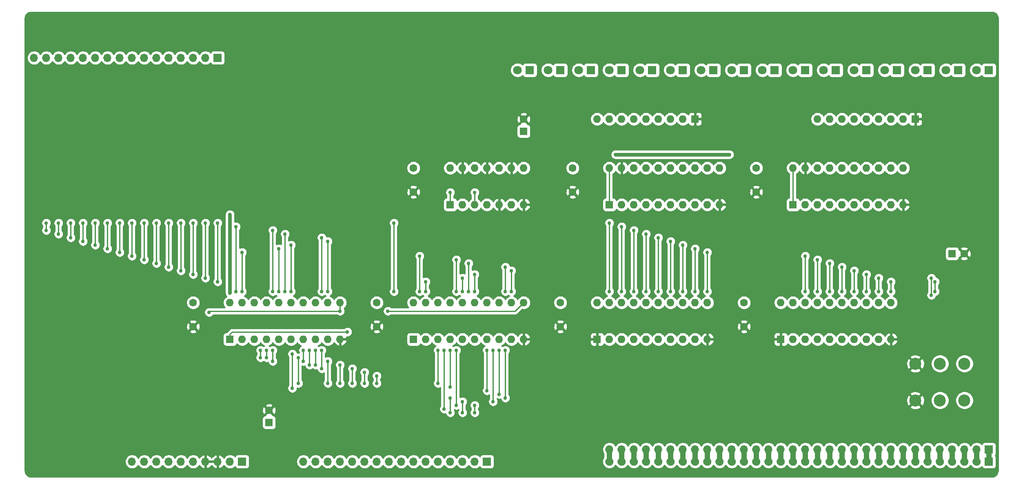
<source format=gbr>
G04 #@! TF.GenerationSoftware,KiCad,Pcbnew,(5.1.5)-3*
G04 #@! TF.CreationDate,2020-11-29T18:57:45-08:00*
G04 #@! TF.ProjectId,register16,72656769-7374-4657-9231-362e6b696361,rev?*
G04 #@! TF.SameCoordinates,Original*
G04 #@! TF.FileFunction,Copper,L2,Bot*
G04 #@! TF.FilePolarity,Positive*
%FSLAX46Y46*%
G04 Gerber Fmt 4.6, Leading zero omitted, Abs format (unit mm)*
G04 Created by KiCad (PCBNEW (5.1.5)-3) date 2020-11-29 18:57:45*
%MOMM*%
%LPD*%
G04 APERTURE LIST*
%ADD10C,1.600000*%
%ADD11R,1.600000X1.600000*%
%ADD12R,1.700000X1.700000*%
%ADD13C,0.100000*%
%ADD14O,1.700000X1.700000*%
%ADD15C,1.800000*%
%ADD16R,1.800000X1.800000*%
%ADD17O,1.600000X1.600000*%
%ADD18C,2.499360*%
%ADD19C,0.762000*%
%ADD20C,0.254000*%
%ADD21C,0.762000*%
G04 APERTURE END LIST*
D10*
X269200000Y-88900000D03*
D11*
X266700000Y-88900000D03*
D10*
X177800000Y-61000000D03*
D11*
X177800000Y-63500000D03*
D12*
X274320000Y-129540000D03*
G04 #@! TA.AperFunction,ComponentPad*
D13*
G36*
X273470000Y-132930000D02*
G01*
X273470000Y-131230000D01*
X273762000Y-131230000D01*
X273762000Y-130302000D01*
X273762961Y-130292245D01*
X273765806Y-130282866D01*
X273770427Y-130274221D01*
X273776645Y-130266645D01*
X273784221Y-130260427D01*
X273792866Y-130255806D01*
X273802245Y-130252961D01*
X273812000Y-130252000D01*
X274828000Y-130252000D01*
X274837755Y-130252961D01*
X274847134Y-130255806D01*
X274855779Y-130260427D01*
X274863355Y-130266645D01*
X274869573Y-130274221D01*
X274874194Y-130282866D01*
X274877039Y-130292245D01*
X274878000Y-130302000D01*
X274878000Y-131230000D01*
X275170000Y-131230000D01*
X275170000Y-132930000D01*
X273470000Y-132930000D01*
G37*
G04 #@! TD.AperFunction*
D14*
X266700000Y-129540000D03*
X271780000Y-129540000D03*
X269240000Y-129540000D03*
X264160000Y-129540000D03*
X259080000Y-129540000D03*
X256540000Y-129540000D03*
X254000000Y-129540000D03*
X251460000Y-129540000D03*
X236220000Y-129540000D03*
X246380000Y-129540000D03*
X243840000Y-129540000D03*
X233680000Y-129540000D03*
X226060000Y-129540000D03*
X231140000Y-129540000D03*
X223520000Y-129540000D03*
X220980000Y-129540000D03*
X218440000Y-129540000D03*
X261620000Y-129540000D03*
X241300000Y-129540000D03*
X228600000Y-129540000D03*
X215900000Y-129540000D03*
X248920000Y-129540000D03*
X238760000Y-129540000D03*
X208280000Y-129540000D03*
X205740000Y-129540000D03*
X200660000Y-129540000D03*
X198120000Y-129540000D03*
X195580000Y-129540000D03*
X210820000Y-129540000D03*
X203200000Y-129540000D03*
X213360000Y-129540000D03*
G04 #@! TA.AperFunction,ComponentPad*
D13*
G36*
X272620800Y-132204721D02*
G01*
X272604527Y-132286533D01*
X272580312Y-132366356D01*
X272548391Y-132443422D01*
X272509069Y-132516987D01*
X272462726Y-132586344D01*
X272409808Y-132650825D01*
X272350825Y-132709808D01*
X272286344Y-132762726D01*
X272216987Y-132809069D01*
X272143422Y-132848391D01*
X272066356Y-132880312D01*
X271986533Y-132904527D01*
X271904721Y-132920800D01*
X271821708Y-132928976D01*
X271738292Y-132928976D01*
X271655279Y-132920800D01*
X271573467Y-132904527D01*
X271493644Y-132880312D01*
X271416578Y-132848391D01*
X271343013Y-132809069D01*
X271273656Y-132762726D01*
X271209175Y-132709808D01*
X271150192Y-132650825D01*
X271097274Y-132586344D01*
X271050931Y-132516987D01*
X271011609Y-132443422D01*
X270979688Y-132366356D01*
X270955473Y-132286533D01*
X270939200Y-132204721D01*
X270931024Y-132121708D01*
X270931024Y-132038292D01*
X270939200Y-131955279D01*
X270955473Y-131873467D01*
X270979688Y-131793644D01*
X271011609Y-131716578D01*
X271050931Y-131643013D01*
X271097274Y-131573656D01*
X271150192Y-131509175D01*
X271209175Y-131450192D01*
X271222000Y-131439667D01*
X271222000Y-130048000D01*
X271222961Y-130038245D01*
X271225806Y-130028866D01*
X271230427Y-130020221D01*
X271236645Y-130012645D01*
X271244221Y-130006427D01*
X271252866Y-130001806D01*
X271262245Y-129998961D01*
X271272000Y-129998000D01*
X272288000Y-129998000D01*
X272297755Y-129998961D01*
X272307134Y-130001806D01*
X272315779Y-130006427D01*
X272323355Y-130012645D01*
X272329573Y-130020221D01*
X272334194Y-130028866D01*
X272337039Y-130038245D01*
X272338000Y-130048000D01*
X272338000Y-131439667D01*
X272350825Y-131450192D01*
X272409808Y-131509175D01*
X272462726Y-131573656D01*
X272509069Y-131643013D01*
X272548391Y-131716578D01*
X272580312Y-131793644D01*
X272604527Y-131873467D01*
X272620800Y-131955279D01*
X272628976Y-132038292D01*
X272628976Y-132121708D01*
X272620800Y-132204721D01*
G37*
G04 #@! TD.AperFunction*
G04 #@! TA.AperFunction,ComponentPad*
G36*
X196420800Y-132204721D02*
G01*
X196404527Y-132286533D01*
X196380312Y-132366356D01*
X196348391Y-132443422D01*
X196309069Y-132516987D01*
X196262726Y-132586344D01*
X196209808Y-132650825D01*
X196150825Y-132709808D01*
X196086344Y-132762726D01*
X196016987Y-132809069D01*
X195943422Y-132848391D01*
X195866356Y-132880312D01*
X195786533Y-132904527D01*
X195704721Y-132920800D01*
X195621708Y-132928976D01*
X195538292Y-132928976D01*
X195455279Y-132920800D01*
X195373467Y-132904527D01*
X195293644Y-132880312D01*
X195216578Y-132848391D01*
X195143013Y-132809069D01*
X195073656Y-132762726D01*
X195009175Y-132709808D01*
X194950192Y-132650825D01*
X194897274Y-132586344D01*
X194850931Y-132516987D01*
X194811609Y-132443422D01*
X194779688Y-132366356D01*
X194755473Y-132286533D01*
X194739200Y-132204721D01*
X194731024Y-132121708D01*
X194731024Y-132038292D01*
X194739200Y-131955279D01*
X194755473Y-131873467D01*
X194779688Y-131793644D01*
X194811609Y-131716578D01*
X194850931Y-131643013D01*
X194897274Y-131573656D01*
X194950192Y-131509175D01*
X195009175Y-131450192D01*
X195022000Y-131439667D01*
X195022000Y-130048000D01*
X195022961Y-130038245D01*
X195025806Y-130028866D01*
X195030427Y-130020221D01*
X195036645Y-130012645D01*
X195044221Y-130006427D01*
X195052866Y-130001806D01*
X195062245Y-129998961D01*
X195072000Y-129998000D01*
X196088000Y-129998000D01*
X196097755Y-129998961D01*
X196107134Y-130001806D01*
X196115779Y-130006427D01*
X196123355Y-130012645D01*
X196129573Y-130020221D01*
X196134194Y-130028866D01*
X196137039Y-130038245D01*
X196138000Y-130048000D01*
X196138000Y-131439667D01*
X196150825Y-131450192D01*
X196209808Y-131509175D01*
X196262726Y-131573656D01*
X196309069Y-131643013D01*
X196348391Y-131716578D01*
X196380312Y-131793644D01*
X196404527Y-131873467D01*
X196420800Y-131955279D01*
X196428976Y-132038292D01*
X196428976Y-132121708D01*
X196420800Y-132204721D01*
G37*
G04 #@! TD.AperFunction*
G04 #@! TA.AperFunction,ComponentPad*
G36*
X198960800Y-132204721D02*
G01*
X198944527Y-132286533D01*
X198920312Y-132366356D01*
X198888391Y-132443422D01*
X198849069Y-132516987D01*
X198802726Y-132586344D01*
X198749808Y-132650825D01*
X198690825Y-132709808D01*
X198626344Y-132762726D01*
X198556987Y-132809069D01*
X198483422Y-132848391D01*
X198406356Y-132880312D01*
X198326533Y-132904527D01*
X198244721Y-132920800D01*
X198161708Y-132928976D01*
X198078292Y-132928976D01*
X197995279Y-132920800D01*
X197913467Y-132904527D01*
X197833644Y-132880312D01*
X197756578Y-132848391D01*
X197683013Y-132809069D01*
X197613656Y-132762726D01*
X197549175Y-132709808D01*
X197490192Y-132650825D01*
X197437274Y-132586344D01*
X197390931Y-132516987D01*
X197351609Y-132443422D01*
X197319688Y-132366356D01*
X197295473Y-132286533D01*
X197279200Y-132204721D01*
X197271024Y-132121708D01*
X197271024Y-132038292D01*
X197279200Y-131955279D01*
X197295473Y-131873467D01*
X197319688Y-131793644D01*
X197351609Y-131716578D01*
X197390931Y-131643013D01*
X197437274Y-131573656D01*
X197490192Y-131509175D01*
X197549175Y-131450192D01*
X197562000Y-131439667D01*
X197562000Y-130048000D01*
X197562961Y-130038245D01*
X197565806Y-130028866D01*
X197570427Y-130020221D01*
X197576645Y-130012645D01*
X197584221Y-130006427D01*
X197592866Y-130001806D01*
X197602245Y-129998961D01*
X197612000Y-129998000D01*
X198628000Y-129998000D01*
X198637755Y-129998961D01*
X198647134Y-130001806D01*
X198655779Y-130006427D01*
X198663355Y-130012645D01*
X198669573Y-130020221D01*
X198674194Y-130028866D01*
X198677039Y-130038245D01*
X198678000Y-130048000D01*
X198678000Y-131439667D01*
X198690825Y-131450192D01*
X198749808Y-131509175D01*
X198802726Y-131573656D01*
X198849069Y-131643013D01*
X198888391Y-131716578D01*
X198920312Y-131793644D01*
X198944527Y-131873467D01*
X198960800Y-131955279D01*
X198968976Y-132038292D01*
X198968976Y-132121708D01*
X198960800Y-132204721D01*
G37*
G04 #@! TD.AperFunction*
G04 #@! TA.AperFunction,ComponentPad*
G36*
X201500800Y-132204721D02*
G01*
X201484527Y-132286533D01*
X201460312Y-132366356D01*
X201428391Y-132443422D01*
X201389069Y-132516987D01*
X201342726Y-132586344D01*
X201289808Y-132650825D01*
X201230825Y-132709808D01*
X201166344Y-132762726D01*
X201096987Y-132809069D01*
X201023422Y-132848391D01*
X200946356Y-132880312D01*
X200866533Y-132904527D01*
X200784721Y-132920800D01*
X200701708Y-132928976D01*
X200618292Y-132928976D01*
X200535279Y-132920800D01*
X200453467Y-132904527D01*
X200373644Y-132880312D01*
X200296578Y-132848391D01*
X200223013Y-132809069D01*
X200153656Y-132762726D01*
X200089175Y-132709808D01*
X200030192Y-132650825D01*
X199977274Y-132586344D01*
X199930931Y-132516987D01*
X199891609Y-132443422D01*
X199859688Y-132366356D01*
X199835473Y-132286533D01*
X199819200Y-132204721D01*
X199811024Y-132121708D01*
X199811024Y-132038292D01*
X199819200Y-131955279D01*
X199835473Y-131873467D01*
X199859688Y-131793644D01*
X199891609Y-131716578D01*
X199930931Y-131643013D01*
X199977274Y-131573656D01*
X200030192Y-131509175D01*
X200089175Y-131450192D01*
X200102000Y-131439667D01*
X200102000Y-130048000D01*
X200102961Y-130038245D01*
X200105806Y-130028866D01*
X200110427Y-130020221D01*
X200116645Y-130012645D01*
X200124221Y-130006427D01*
X200132866Y-130001806D01*
X200142245Y-129998961D01*
X200152000Y-129998000D01*
X201168000Y-129998000D01*
X201177755Y-129998961D01*
X201187134Y-130001806D01*
X201195779Y-130006427D01*
X201203355Y-130012645D01*
X201209573Y-130020221D01*
X201214194Y-130028866D01*
X201217039Y-130038245D01*
X201218000Y-130048000D01*
X201218000Y-131439667D01*
X201230825Y-131450192D01*
X201289808Y-131509175D01*
X201342726Y-131573656D01*
X201389069Y-131643013D01*
X201428391Y-131716578D01*
X201460312Y-131793644D01*
X201484527Y-131873467D01*
X201500800Y-131955279D01*
X201508976Y-132038292D01*
X201508976Y-132121708D01*
X201500800Y-132204721D01*
G37*
G04 #@! TD.AperFunction*
G04 #@! TA.AperFunction,ComponentPad*
G36*
X204040800Y-132204721D02*
G01*
X204024527Y-132286533D01*
X204000312Y-132366356D01*
X203968391Y-132443422D01*
X203929069Y-132516987D01*
X203882726Y-132586344D01*
X203829808Y-132650825D01*
X203770825Y-132709808D01*
X203706344Y-132762726D01*
X203636987Y-132809069D01*
X203563422Y-132848391D01*
X203486356Y-132880312D01*
X203406533Y-132904527D01*
X203324721Y-132920800D01*
X203241708Y-132928976D01*
X203158292Y-132928976D01*
X203075279Y-132920800D01*
X202993467Y-132904527D01*
X202913644Y-132880312D01*
X202836578Y-132848391D01*
X202763013Y-132809069D01*
X202693656Y-132762726D01*
X202629175Y-132709808D01*
X202570192Y-132650825D01*
X202517274Y-132586344D01*
X202470931Y-132516987D01*
X202431609Y-132443422D01*
X202399688Y-132366356D01*
X202375473Y-132286533D01*
X202359200Y-132204721D01*
X202351024Y-132121708D01*
X202351024Y-132038292D01*
X202359200Y-131955279D01*
X202375473Y-131873467D01*
X202399688Y-131793644D01*
X202431609Y-131716578D01*
X202470931Y-131643013D01*
X202517274Y-131573656D01*
X202570192Y-131509175D01*
X202629175Y-131450192D01*
X202642000Y-131439667D01*
X202642000Y-130048000D01*
X202642961Y-130038245D01*
X202645806Y-130028866D01*
X202650427Y-130020221D01*
X202656645Y-130012645D01*
X202664221Y-130006427D01*
X202672866Y-130001806D01*
X202682245Y-129998961D01*
X202692000Y-129998000D01*
X203708000Y-129998000D01*
X203717755Y-129998961D01*
X203727134Y-130001806D01*
X203735779Y-130006427D01*
X203743355Y-130012645D01*
X203749573Y-130020221D01*
X203754194Y-130028866D01*
X203757039Y-130038245D01*
X203758000Y-130048000D01*
X203758000Y-131439667D01*
X203770825Y-131450192D01*
X203829808Y-131509175D01*
X203882726Y-131573656D01*
X203929069Y-131643013D01*
X203968391Y-131716578D01*
X204000312Y-131793644D01*
X204024527Y-131873467D01*
X204040800Y-131955279D01*
X204048976Y-132038292D01*
X204048976Y-132121708D01*
X204040800Y-132204721D01*
G37*
G04 #@! TD.AperFunction*
G04 #@! TA.AperFunction,ComponentPad*
G36*
X206580800Y-132204721D02*
G01*
X206564527Y-132286533D01*
X206540312Y-132366356D01*
X206508391Y-132443422D01*
X206469069Y-132516987D01*
X206422726Y-132586344D01*
X206369808Y-132650825D01*
X206310825Y-132709808D01*
X206246344Y-132762726D01*
X206176987Y-132809069D01*
X206103422Y-132848391D01*
X206026356Y-132880312D01*
X205946533Y-132904527D01*
X205864721Y-132920800D01*
X205781708Y-132928976D01*
X205698292Y-132928976D01*
X205615279Y-132920800D01*
X205533467Y-132904527D01*
X205453644Y-132880312D01*
X205376578Y-132848391D01*
X205303013Y-132809069D01*
X205233656Y-132762726D01*
X205169175Y-132709808D01*
X205110192Y-132650825D01*
X205057274Y-132586344D01*
X205010931Y-132516987D01*
X204971609Y-132443422D01*
X204939688Y-132366356D01*
X204915473Y-132286533D01*
X204899200Y-132204721D01*
X204891024Y-132121708D01*
X204891024Y-132038292D01*
X204899200Y-131955279D01*
X204915473Y-131873467D01*
X204939688Y-131793644D01*
X204971609Y-131716578D01*
X205010931Y-131643013D01*
X205057274Y-131573656D01*
X205110192Y-131509175D01*
X205169175Y-131450192D01*
X205182000Y-131439667D01*
X205182000Y-130048000D01*
X205182961Y-130038245D01*
X205185806Y-130028866D01*
X205190427Y-130020221D01*
X205196645Y-130012645D01*
X205204221Y-130006427D01*
X205212866Y-130001806D01*
X205222245Y-129998961D01*
X205232000Y-129998000D01*
X206248000Y-129998000D01*
X206257755Y-129998961D01*
X206267134Y-130001806D01*
X206275779Y-130006427D01*
X206283355Y-130012645D01*
X206289573Y-130020221D01*
X206294194Y-130028866D01*
X206297039Y-130038245D01*
X206298000Y-130048000D01*
X206298000Y-131439667D01*
X206310825Y-131450192D01*
X206369808Y-131509175D01*
X206422726Y-131573656D01*
X206469069Y-131643013D01*
X206508391Y-131716578D01*
X206540312Y-131793644D01*
X206564527Y-131873467D01*
X206580800Y-131955279D01*
X206588976Y-132038292D01*
X206588976Y-132121708D01*
X206580800Y-132204721D01*
G37*
G04 #@! TD.AperFunction*
G04 #@! TA.AperFunction,ComponentPad*
G36*
X209120800Y-132204721D02*
G01*
X209104527Y-132286533D01*
X209080312Y-132366356D01*
X209048391Y-132443422D01*
X209009069Y-132516987D01*
X208962726Y-132586344D01*
X208909808Y-132650825D01*
X208850825Y-132709808D01*
X208786344Y-132762726D01*
X208716987Y-132809069D01*
X208643422Y-132848391D01*
X208566356Y-132880312D01*
X208486533Y-132904527D01*
X208404721Y-132920800D01*
X208321708Y-132928976D01*
X208238292Y-132928976D01*
X208155279Y-132920800D01*
X208073467Y-132904527D01*
X207993644Y-132880312D01*
X207916578Y-132848391D01*
X207843013Y-132809069D01*
X207773656Y-132762726D01*
X207709175Y-132709808D01*
X207650192Y-132650825D01*
X207597274Y-132586344D01*
X207550931Y-132516987D01*
X207511609Y-132443422D01*
X207479688Y-132366356D01*
X207455473Y-132286533D01*
X207439200Y-132204721D01*
X207431024Y-132121708D01*
X207431024Y-132038292D01*
X207439200Y-131955279D01*
X207455473Y-131873467D01*
X207479688Y-131793644D01*
X207511609Y-131716578D01*
X207550931Y-131643013D01*
X207597274Y-131573656D01*
X207650192Y-131509175D01*
X207709175Y-131450192D01*
X207722000Y-131439667D01*
X207722000Y-130048000D01*
X207722961Y-130038245D01*
X207725806Y-130028866D01*
X207730427Y-130020221D01*
X207736645Y-130012645D01*
X207744221Y-130006427D01*
X207752866Y-130001806D01*
X207762245Y-129998961D01*
X207772000Y-129998000D01*
X208788000Y-129998000D01*
X208797755Y-129998961D01*
X208807134Y-130001806D01*
X208815779Y-130006427D01*
X208823355Y-130012645D01*
X208829573Y-130020221D01*
X208834194Y-130028866D01*
X208837039Y-130038245D01*
X208838000Y-130048000D01*
X208838000Y-131439667D01*
X208850825Y-131450192D01*
X208909808Y-131509175D01*
X208962726Y-131573656D01*
X209009069Y-131643013D01*
X209048391Y-131716578D01*
X209080312Y-131793644D01*
X209104527Y-131873467D01*
X209120800Y-131955279D01*
X209128976Y-132038292D01*
X209128976Y-132121708D01*
X209120800Y-132204721D01*
G37*
G04 #@! TD.AperFunction*
G04 #@! TA.AperFunction,ComponentPad*
G36*
X211660800Y-132204721D02*
G01*
X211644527Y-132286533D01*
X211620312Y-132366356D01*
X211588391Y-132443422D01*
X211549069Y-132516987D01*
X211502726Y-132586344D01*
X211449808Y-132650825D01*
X211390825Y-132709808D01*
X211326344Y-132762726D01*
X211256987Y-132809069D01*
X211183422Y-132848391D01*
X211106356Y-132880312D01*
X211026533Y-132904527D01*
X210944721Y-132920800D01*
X210861708Y-132928976D01*
X210778292Y-132928976D01*
X210695279Y-132920800D01*
X210613467Y-132904527D01*
X210533644Y-132880312D01*
X210456578Y-132848391D01*
X210383013Y-132809069D01*
X210313656Y-132762726D01*
X210249175Y-132709808D01*
X210190192Y-132650825D01*
X210137274Y-132586344D01*
X210090931Y-132516987D01*
X210051609Y-132443422D01*
X210019688Y-132366356D01*
X209995473Y-132286533D01*
X209979200Y-132204721D01*
X209971024Y-132121708D01*
X209971024Y-132038292D01*
X209979200Y-131955279D01*
X209995473Y-131873467D01*
X210019688Y-131793644D01*
X210051609Y-131716578D01*
X210090931Y-131643013D01*
X210137274Y-131573656D01*
X210190192Y-131509175D01*
X210249175Y-131450192D01*
X210262000Y-131439667D01*
X210262000Y-130048000D01*
X210262961Y-130038245D01*
X210265806Y-130028866D01*
X210270427Y-130020221D01*
X210276645Y-130012645D01*
X210284221Y-130006427D01*
X210292866Y-130001806D01*
X210302245Y-129998961D01*
X210312000Y-129998000D01*
X211328000Y-129998000D01*
X211337755Y-129998961D01*
X211347134Y-130001806D01*
X211355779Y-130006427D01*
X211363355Y-130012645D01*
X211369573Y-130020221D01*
X211374194Y-130028866D01*
X211377039Y-130038245D01*
X211378000Y-130048000D01*
X211378000Y-131439667D01*
X211390825Y-131450192D01*
X211449808Y-131509175D01*
X211502726Y-131573656D01*
X211549069Y-131643013D01*
X211588391Y-131716578D01*
X211620312Y-131793644D01*
X211644527Y-131873467D01*
X211660800Y-131955279D01*
X211668976Y-132038292D01*
X211668976Y-132121708D01*
X211660800Y-132204721D01*
G37*
G04 #@! TD.AperFunction*
G04 #@! TA.AperFunction,ComponentPad*
G36*
X214200800Y-132204721D02*
G01*
X214184527Y-132286533D01*
X214160312Y-132366356D01*
X214128391Y-132443422D01*
X214089069Y-132516987D01*
X214042726Y-132586344D01*
X213989808Y-132650825D01*
X213930825Y-132709808D01*
X213866344Y-132762726D01*
X213796987Y-132809069D01*
X213723422Y-132848391D01*
X213646356Y-132880312D01*
X213566533Y-132904527D01*
X213484721Y-132920800D01*
X213401708Y-132928976D01*
X213318292Y-132928976D01*
X213235279Y-132920800D01*
X213153467Y-132904527D01*
X213073644Y-132880312D01*
X212996578Y-132848391D01*
X212923013Y-132809069D01*
X212853656Y-132762726D01*
X212789175Y-132709808D01*
X212730192Y-132650825D01*
X212677274Y-132586344D01*
X212630931Y-132516987D01*
X212591609Y-132443422D01*
X212559688Y-132366356D01*
X212535473Y-132286533D01*
X212519200Y-132204721D01*
X212511024Y-132121708D01*
X212511024Y-132038292D01*
X212519200Y-131955279D01*
X212535473Y-131873467D01*
X212559688Y-131793644D01*
X212591609Y-131716578D01*
X212630931Y-131643013D01*
X212677274Y-131573656D01*
X212730192Y-131509175D01*
X212789175Y-131450192D01*
X212802000Y-131439667D01*
X212802000Y-130048000D01*
X212802961Y-130038245D01*
X212805806Y-130028866D01*
X212810427Y-130020221D01*
X212816645Y-130012645D01*
X212824221Y-130006427D01*
X212832866Y-130001806D01*
X212842245Y-129998961D01*
X212852000Y-129998000D01*
X213868000Y-129998000D01*
X213877755Y-129998961D01*
X213887134Y-130001806D01*
X213895779Y-130006427D01*
X213903355Y-130012645D01*
X213909573Y-130020221D01*
X213914194Y-130028866D01*
X213917039Y-130038245D01*
X213918000Y-130048000D01*
X213918000Y-131439667D01*
X213930825Y-131450192D01*
X213989808Y-131509175D01*
X214042726Y-131573656D01*
X214089069Y-131643013D01*
X214128391Y-131716578D01*
X214160312Y-131793644D01*
X214184527Y-131873467D01*
X214200800Y-131955279D01*
X214208976Y-132038292D01*
X214208976Y-132121708D01*
X214200800Y-132204721D01*
G37*
G04 #@! TD.AperFunction*
G04 #@! TA.AperFunction,ComponentPad*
G36*
X216740800Y-132204721D02*
G01*
X216724527Y-132286533D01*
X216700312Y-132366356D01*
X216668391Y-132443422D01*
X216629069Y-132516987D01*
X216582726Y-132586344D01*
X216529808Y-132650825D01*
X216470825Y-132709808D01*
X216406344Y-132762726D01*
X216336987Y-132809069D01*
X216263422Y-132848391D01*
X216186356Y-132880312D01*
X216106533Y-132904527D01*
X216024721Y-132920800D01*
X215941708Y-132928976D01*
X215858292Y-132928976D01*
X215775279Y-132920800D01*
X215693467Y-132904527D01*
X215613644Y-132880312D01*
X215536578Y-132848391D01*
X215463013Y-132809069D01*
X215393656Y-132762726D01*
X215329175Y-132709808D01*
X215270192Y-132650825D01*
X215217274Y-132586344D01*
X215170931Y-132516987D01*
X215131609Y-132443422D01*
X215099688Y-132366356D01*
X215075473Y-132286533D01*
X215059200Y-132204721D01*
X215051024Y-132121708D01*
X215051024Y-132038292D01*
X215059200Y-131955279D01*
X215075473Y-131873467D01*
X215099688Y-131793644D01*
X215131609Y-131716578D01*
X215170931Y-131643013D01*
X215217274Y-131573656D01*
X215270192Y-131509175D01*
X215329175Y-131450192D01*
X215342000Y-131439667D01*
X215342000Y-130048000D01*
X215342961Y-130038245D01*
X215345806Y-130028866D01*
X215350427Y-130020221D01*
X215356645Y-130012645D01*
X215364221Y-130006427D01*
X215372866Y-130001806D01*
X215382245Y-129998961D01*
X215392000Y-129998000D01*
X216408000Y-129998000D01*
X216417755Y-129998961D01*
X216427134Y-130001806D01*
X216435779Y-130006427D01*
X216443355Y-130012645D01*
X216449573Y-130020221D01*
X216454194Y-130028866D01*
X216457039Y-130038245D01*
X216458000Y-130048000D01*
X216458000Y-131439667D01*
X216470825Y-131450192D01*
X216529808Y-131509175D01*
X216582726Y-131573656D01*
X216629069Y-131643013D01*
X216668391Y-131716578D01*
X216700312Y-131793644D01*
X216724527Y-131873467D01*
X216740800Y-131955279D01*
X216748976Y-132038292D01*
X216748976Y-132121708D01*
X216740800Y-132204721D01*
G37*
G04 #@! TD.AperFunction*
G04 #@! TA.AperFunction,ComponentPad*
G36*
X219280800Y-132204721D02*
G01*
X219264527Y-132286533D01*
X219240312Y-132366356D01*
X219208391Y-132443422D01*
X219169069Y-132516987D01*
X219122726Y-132586344D01*
X219069808Y-132650825D01*
X219010825Y-132709808D01*
X218946344Y-132762726D01*
X218876987Y-132809069D01*
X218803422Y-132848391D01*
X218726356Y-132880312D01*
X218646533Y-132904527D01*
X218564721Y-132920800D01*
X218481708Y-132928976D01*
X218398292Y-132928976D01*
X218315279Y-132920800D01*
X218233467Y-132904527D01*
X218153644Y-132880312D01*
X218076578Y-132848391D01*
X218003013Y-132809069D01*
X217933656Y-132762726D01*
X217869175Y-132709808D01*
X217810192Y-132650825D01*
X217757274Y-132586344D01*
X217710931Y-132516987D01*
X217671609Y-132443422D01*
X217639688Y-132366356D01*
X217615473Y-132286533D01*
X217599200Y-132204721D01*
X217591024Y-132121708D01*
X217591024Y-132038292D01*
X217599200Y-131955279D01*
X217615473Y-131873467D01*
X217639688Y-131793644D01*
X217671609Y-131716578D01*
X217710931Y-131643013D01*
X217757274Y-131573656D01*
X217810192Y-131509175D01*
X217869175Y-131450192D01*
X217882000Y-131439667D01*
X217882000Y-130048000D01*
X217882961Y-130038245D01*
X217885806Y-130028866D01*
X217890427Y-130020221D01*
X217896645Y-130012645D01*
X217904221Y-130006427D01*
X217912866Y-130001806D01*
X217922245Y-129998961D01*
X217932000Y-129998000D01*
X218948000Y-129998000D01*
X218957755Y-129998961D01*
X218967134Y-130001806D01*
X218975779Y-130006427D01*
X218983355Y-130012645D01*
X218989573Y-130020221D01*
X218994194Y-130028866D01*
X218997039Y-130038245D01*
X218998000Y-130048000D01*
X218998000Y-131439667D01*
X219010825Y-131450192D01*
X219069808Y-131509175D01*
X219122726Y-131573656D01*
X219169069Y-131643013D01*
X219208391Y-131716578D01*
X219240312Y-131793644D01*
X219264527Y-131873467D01*
X219280800Y-131955279D01*
X219288976Y-132038292D01*
X219288976Y-132121708D01*
X219280800Y-132204721D01*
G37*
G04 #@! TD.AperFunction*
G04 #@! TA.AperFunction,ComponentPad*
G36*
X221820800Y-132204721D02*
G01*
X221804527Y-132286533D01*
X221780312Y-132366356D01*
X221748391Y-132443422D01*
X221709069Y-132516987D01*
X221662726Y-132586344D01*
X221609808Y-132650825D01*
X221550825Y-132709808D01*
X221486344Y-132762726D01*
X221416987Y-132809069D01*
X221343422Y-132848391D01*
X221266356Y-132880312D01*
X221186533Y-132904527D01*
X221104721Y-132920800D01*
X221021708Y-132928976D01*
X220938292Y-132928976D01*
X220855279Y-132920800D01*
X220773467Y-132904527D01*
X220693644Y-132880312D01*
X220616578Y-132848391D01*
X220543013Y-132809069D01*
X220473656Y-132762726D01*
X220409175Y-132709808D01*
X220350192Y-132650825D01*
X220297274Y-132586344D01*
X220250931Y-132516987D01*
X220211609Y-132443422D01*
X220179688Y-132366356D01*
X220155473Y-132286533D01*
X220139200Y-132204721D01*
X220131024Y-132121708D01*
X220131024Y-132038292D01*
X220139200Y-131955279D01*
X220155473Y-131873467D01*
X220179688Y-131793644D01*
X220211609Y-131716578D01*
X220250931Y-131643013D01*
X220297274Y-131573656D01*
X220350192Y-131509175D01*
X220409175Y-131450192D01*
X220422000Y-131439667D01*
X220422000Y-130048000D01*
X220422961Y-130038245D01*
X220425806Y-130028866D01*
X220430427Y-130020221D01*
X220436645Y-130012645D01*
X220444221Y-130006427D01*
X220452866Y-130001806D01*
X220462245Y-129998961D01*
X220472000Y-129998000D01*
X221488000Y-129998000D01*
X221497755Y-129998961D01*
X221507134Y-130001806D01*
X221515779Y-130006427D01*
X221523355Y-130012645D01*
X221529573Y-130020221D01*
X221534194Y-130028866D01*
X221537039Y-130038245D01*
X221538000Y-130048000D01*
X221538000Y-131439667D01*
X221550825Y-131450192D01*
X221609808Y-131509175D01*
X221662726Y-131573656D01*
X221709069Y-131643013D01*
X221748391Y-131716578D01*
X221780312Y-131793644D01*
X221804527Y-131873467D01*
X221820800Y-131955279D01*
X221828976Y-132038292D01*
X221828976Y-132121708D01*
X221820800Y-132204721D01*
G37*
G04 #@! TD.AperFunction*
G04 #@! TA.AperFunction,ComponentPad*
G36*
X224360800Y-132204721D02*
G01*
X224344527Y-132286533D01*
X224320312Y-132366356D01*
X224288391Y-132443422D01*
X224249069Y-132516987D01*
X224202726Y-132586344D01*
X224149808Y-132650825D01*
X224090825Y-132709808D01*
X224026344Y-132762726D01*
X223956987Y-132809069D01*
X223883422Y-132848391D01*
X223806356Y-132880312D01*
X223726533Y-132904527D01*
X223644721Y-132920800D01*
X223561708Y-132928976D01*
X223478292Y-132928976D01*
X223395279Y-132920800D01*
X223313467Y-132904527D01*
X223233644Y-132880312D01*
X223156578Y-132848391D01*
X223083013Y-132809069D01*
X223013656Y-132762726D01*
X222949175Y-132709808D01*
X222890192Y-132650825D01*
X222837274Y-132586344D01*
X222790931Y-132516987D01*
X222751609Y-132443422D01*
X222719688Y-132366356D01*
X222695473Y-132286533D01*
X222679200Y-132204721D01*
X222671024Y-132121708D01*
X222671024Y-132038292D01*
X222679200Y-131955279D01*
X222695473Y-131873467D01*
X222719688Y-131793644D01*
X222751609Y-131716578D01*
X222790931Y-131643013D01*
X222837274Y-131573656D01*
X222890192Y-131509175D01*
X222949175Y-131450192D01*
X222962000Y-131439667D01*
X222962000Y-130048000D01*
X222962961Y-130038245D01*
X222965806Y-130028866D01*
X222970427Y-130020221D01*
X222976645Y-130012645D01*
X222984221Y-130006427D01*
X222992866Y-130001806D01*
X223002245Y-129998961D01*
X223012000Y-129998000D01*
X224028000Y-129998000D01*
X224037755Y-129998961D01*
X224047134Y-130001806D01*
X224055779Y-130006427D01*
X224063355Y-130012645D01*
X224069573Y-130020221D01*
X224074194Y-130028866D01*
X224077039Y-130038245D01*
X224078000Y-130048000D01*
X224078000Y-131439667D01*
X224090825Y-131450192D01*
X224149808Y-131509175D01*
X224202726Y-131573656D01*
X224249069Y-131643013D01*
X224288391Y-131716578D01*
X224320312Y-131793644D01*
X224344527Y-131873467D01*
X224360800Y-131955279D01*
X224368976Y-132038292D01*
X224368976Y-132121708D01*
X224360800Y-132204721D01*
G37*
G04 #@! TD.AperFunction*
G04 #@! TA.AperFunction,ComponentPad*
G36*
X226900800Y-132204721D02*
G01*
X226884527Y-132286533D01*
X226860312Y-132366356D01*
X226828391Y-132443422D01*
X226789069Y-132516987D01*
X226742726Y-132586344D01*
X226689808Y-132650825D01*
X226630825Y-132709808D01*
X226566344Y-132762726D01*
X226496987Y-132809069D01*
X226423422Y-132848391D01*
X226346356Y-132880312D01*
X226266533Y-132904527D01*
X226184721Y-132920800D01*
X226101708Y-132928976D01*
X226018292Y-132928976D01*
X225935279Y-132920800D01*
X225853467Y-132904527D01*
X225773644Y-132880312D01*
X225696578Y-132848391D01*
X225623013Y-132809069D01*
X225553656Y-132762726D01*
X225489175Y-132709808D01*
X225430192Y-132650825D01*
X225377274Y-132586344D01*
X225330931Y-132516987D01*
X225291609Y-132443422D01*
X225259688Y-132366356D01*
X225235473Y-132286533D01*
X225219200Y-132204721D01*
X225211024Y-132121708D01*
X225211024Y-132038292D01*
X225219200Y-131955279D01*
X225235473Y-131873467D01*
X225259688Y-131793644D01*
X225291609Y-131716578D01*
X225330931Y-131643013D01*
X225377274Y-131573656D01*
X225430192Y-131509175D01*
X225489175Y-131450192D01*
X225502000Y-131439667D01*
X225502000Y-130048000D01*
X225502961Y-130038245D01*
X225505806Y-130028866D01*
X225510427Y-130020221D01*
X225516645Y-130012645D01*
X225524221Y-130006427D01*
X225532866Y-130001806D01*
X225542245Y-129998961D01*
X225552000Y-129998000D01*
X226568000Y-129998000D01*
X226577755Y-129998961D01*
X226587134Y-130001806D01*
X226595779Y-130006427D01*
X226603355Y-130012645D01*
X226609573Y-130020221D01*
X226614194Y-130028866D01*
X226617039Y-130038245D01*
X226618000Y-130048000D01*
X226618000Y-131439667D01*
X226630825Y-131450192D01*
X226689808Y-131509175D01*
X226742726Y-131573656D01*
X226789069Y-131643013D01*
X226828391Y-131716578D01*
X226860312Y-131793644D01*
X226884527Y-131873467D01*
X226900800Y-131955279D01*
X226908976Y-132038292D01*
X226908976Y-132121708D01*
X226900800Y-132204721D01*
G37*
G04 #@! TD.AperFunction*
G04 #@! TA.AperFunction,ComponentPad*
G36*
X229440800Y-132204721D02*
G01*
X229424527Y-132286533D01*
X229400312Y-132366356D01*
X229368391Y-132443422D01*
X229329069Y-132516987D01*
X229282726Y-132586344D01*
X229229808Y-132650825D01*
X229170825Y-132709808D01*
X229106344Y-132762726D01*
X229036987Y-132809069D01*
X228963422Y-132848391D01*
X228886356Y-132880312D01*
X228806533Y-132904527D01*
X228724721Y-132920800D01*
X228641708Y-132928976D01*
X228558292Y-132928976D01*
X228475279Y-132920800D01*
X228393467Y-132904527D01*
X228313644Y-132880312D01*
X228236578Y-132848391D01*
X228163013Y-132809069D01*
X228093656Y-132762726D01*
X228029175Y-132709808D01*
X227970192Y-132650825D01*
X227917274Y-132586344D01*
X227870931Y-132516987D01*
X227831609Y-132443422D01*
X227799688Y-132366356D01*
X227775473Y-132286533D01*
X227759200Y-132204721D01*
X227751024Y-132121708D01*
X227751024Y-132038292D01*
X227759200Y-131955279D01*
X227775473Y-131873467D01*
X227799688Y-131793644D01*
X227831609Y-131716578D01*
X227870931Y-131643013D01*
X227917274Y-131573656D01*
X227970192Y-131509175D01*
X228029175Y-131450192D01*
X228042000Y-131439667D01*
X228042000Y-130048000D01*
X228042961Y-130038245D01*
X228045806Y-130028866D01*
X228050427Y-130020221D01*
X228056645Y-130012645D01*
X228064221Y-130006427D01*
X228072866Y-130001806D01*
X228082245Y-129998961D01*
X228092000Y-129998000D01*
X229108000Y-129998000D01*
X229117755Y-129998961D01*
X229127134Y-130001806D01*
X229135779Y-130006427D01*
X229143355Y-130012645D01*
X229149573Y-130020221D01*
X229154194Y-130028866D01*
X229157039Y-130038245D01*
X229158000Y-130048000D01*
X229158000Y-131439667D01*
X229170825Y-131450192D01*
X229229808Y-131509175D01*
X229282726Y-131573656D01*
X229329069Y-131643013D01*
X229368391Y-131716578D01*
X229400312Y-131793644D01*
X229424527Y-131873467D01*
X229440800Y-131955279D01*
X229448976Y-132038292D01*
X229448976Y-132121708D01*
X229440800Y-132204721D01*
G37*
G04 #@! TD.AperFunction*
G04 #@! TA.AperFunction,ComponentPad*
G36*
X259920800Y-132204721D02*
G01*
X259904527Y-132286533D01*
X259880312Y-132366356D01*
X259848391Y-132443422D01*
X259809069Y-132516987D01*
X259762726Y-132586344D01*
X259709808Y-132650825D01*
X259650825Y-132709808D01*
X259586344Y-132762726D01*
X259516987Y-132809069D01*
X259443422Y-132848391D01*
X259366356Y-132880312D01*
X259286533Y-132904527D01*
X259204721Y-132920800D01*
X259121708Y-132928976D01*
X259038292Y-132928976D01*
X258955279Y-132920800D01*
X258873467Y-132904527D01*
X258793644Y-132880312D01*
X258716578Y-132848391D01*
X258643013Y-132809069D01*
X258573656Y-132762726D01*
X258509175Y-132709808D01*
X258450192Y-132650825D01*
X258397274Y-132586344D01*
X258350931Y-132516987D01*
X258311609Y-132443422D01*
X258279688Y-132366356D01*
X258255473Y-132286533D01*
X258239200Y-132204721D01*
X258231024Y-132121708D01*
X258231024Y-132038292D01*
X258239200Y-131955279D01*
X258255473Y-131873467D01*
X258279688Y-131793644D01*
X258311609Y-131716578D01*
X258350931Y-131643013D01*
X258397274Y-131573656D01*
X258450192Y-131509175D01*
X258509175Y-131450192D01*
X258522000Y-131439667D01*
X258522000Y-130048000D01*
X258522961Y-130038245D01*
X258525806Y-130028866D01*
X258530427Y-130020221D01*
X258536645Y-130012645D01*
X258544221Y-130006427D01*
X258552866Y-130001806D01*
X258562245Y-129998961D01*
X258572000Y-129998000D01*
X259588000Y-129998000D01*
X259597755Y-129998961D01*
X259607134Y-130001806D01*
X259615779Y-130006427D01*
X259623355Y-130012645D01*
X259629573Y-130020221D01*
X259634194Y-130028866D01*
X259637039Y-130038245D01*
X259638000Y-130048000D01*
X259638000Y-131439667D01*
X259650825Y-131450192D01*
X259709808Y-131509175D01*
X259762726Y-131573656D01*
X259809069Y-131643013D01*
X259848391Y-131716578D01*
X259880312Y-131793644D01*
X259904527Y-131873467D01*
X259920800Y-131955279D01*
X259928976Y-132038292D01*
X259928976Y-132121708D01*
X259920800Y-132204721D01*
G37*
G04 #@! TD.AperFunction*
G04 #@! TA.AperFunction,ComponentPad*
G36*
X257380800Y-132204721D02*
G01*
X257364527Y-132286533D01*
X257340312Y-132366356D01*
X257308391Y-132443422D01*
X257269069Y-132516987D01*
X257222726Y-132586344D01*
X257169808Y-132650825D01*
X257110825Y-132709808D01*
X257046344Y-132762726D01*
X256976987Y-132809069D01*
X256903422Y-132848391D01*
X256826356Y-132880312D01*
X256746533Y-132904527D01*
X256664721Y-132920800D01*
X256581708Y-132928976D01*
X256498292Y-132928976D01*
X256415279Y-132920800D01*
X256333467Y-132904527D01*
X256253644Y-132880312D01*
X256176578Y-132848391D01*
X256103013Y-132809069D01*
X256033656Y-132762726D01*
X255969175Y-132709808D01*
X255910192Y-132650825D01*
X255857274Y-132586344D01*
X255810931Y-132516987D01*
X255771609Y-132443422D01*
X255739688Y-132366356D01*
X255715473Y-132286533D01*
X255699200Y-132204721D01*
X255691024Y-132121708D01*
X255691024Y-132038292D01*
X255699200Y-131955279D01*
X255715473Y-131873467D01*
X255739688Y-131793644D01*
X255771609Y-131716578D01*
X255810931Y-131643013D01*
X255857274Y-131573656D01*
X255910192Y-131509175D01*
X255969175Y-131450192D01*
X255982000Y-131439667D01*
X255982000Y-130048000D01*
X255982961Y-130038245D01*
X255985806Y-130028866D01*
X255990427Y-130020221D01*
X255996645Y-130012645D01*
X256004221Y-130006427D01*
X256012866Y-130001806D01*
X256022245Y-129998961D01*
X256032000Y-129998000D01*
X257048000Y-129998000D01*
X257057755Y-129998961D01*
X257067134Y-130001806D01*
X257075779Y-130006427D01*
X257083355Y-130012645D01*
X257089573Y-130020221D01*
X257094194Y-130028866D01*
X257097039Y-130038245D01*
X257098000Y-130048000D01*
X257098000Y-131439667D01*
X257110825Y-131450192D01*
X257169808Y-131509175D01*
X257222726Y-131573656D01*
X257269069Y-131643013D01*
X257308391Y-131716578D01*
X257340312Y-131793644D01*
X257364527Y-131873467D01*
X257380800Y-131955279D01*
X257388976Y-132038292D01*
X257388976Y-132121708D01*
X257380800Y-132204721D01*
G37*
G04 #@! TD.AperFunction*
G04 #@! TA.AperFunction,ComponentPad*
G36*
X254840800Y-132204721D02*
G01*
X254824527Y-132286533D01*
X254800312Y-132366356D01*
X254768391Y-132443422D01*
X254729069Y-132516987D01*
X254682726Y-132586344D01*
X254629808Y-132650825D01*
X254570825Y-132709808D01*
X254506344Y-132762726D01*
X254436987Y-132809069D01*
X254363422Y-132848391D01*
X254286356Y-132880312D01*
X254206533Y-132904527D01*
X254124721Y-132920800D01*
X254041708Y-132928976D01*
X253958292Y-132928976D01*
X253875279Y-132920800D01*
X253793467Y-132904527D01*
X253713644Y-132880312D01*
X253636578Y-132848391D01*
X253563013Y-132809069D01*
X253493656Y-132762726D01*
X253429175Y-132709808D01*
X253370192Y-132650825D01*
X253317274Y-132586344D01*
X253270931Y-132516987D01*
X253231609Y-132443422D01*
X253199688Y-132366356D01*
X253175473Y-132286533D01*
X253159200Y-132204721D01*
X253151024Y-132121708D01*
X253151024Y-132038292D01*
X253159200Y-131955279D01*
X253175473Y-131873467D01*
X253199688Y-131793644D01*
X253231609Y-131716578D01*
X253270931Y-131643013D01*
X253317274Y-131573656D01*
X253370192Y-131509175D01*
X253429175Y-131450192D01*
X253442000Y-131439667D01*
X253442000Y-130048000D01*
X253442961Y-130038245D01*
X253445806Y-130028866D01*
X253450427Y-130020221D01*
X253456645Y-130012645D01*
X253464221Y-130006427D01*
X253472866Y-130001806D01*
X253482245Y-129998961D01*
X253492000Y-129998000D01*
X254508000Y-129998000D01*
X254517755Y-129998961D01*
X254527134Y-130001806D01*
X254535779Y-130006427D01*
X254543355Y-130012645D01*
X254549573Y-130020221D01*
X254554194Y-130028866D01*
X254557039Y-130038245D01*
X254558000Y-130048000D01*
X254558000Y-131439667D01*
X254570825Y-131450192D01*
X254629808Y-131509175D01*
X254682726Y-131573656D01*
X254729069Y-131643013D01*
X254768391Y-131716578D01*
X254800312Y-131793644D01*
X254824527Y-131873467D01*
X254840800Y-131955279D01*
X254848976Y-132038292D01*
X254848976Y-132121708D01*
X254840800Y-132204721D01*
G37*
G04 #@! TD.AperFunction*
G04 #@! TA.AperFunction,ComponentPad*
G36*
X252300800Y-132204721D02*
G01*
X252284527Y-132286533D01*
X252260312Y-132366356D01*
X252228391Y-132443422D01*
X252189069Y-132516987D01*
X252142726Y-132586344D01*
X252089808Y-132650825D01*
X252030825Y-132709808D01*
X251966344Y-132762726D01*
X251896987Y-132809069D01*
X251823422Y-132848391D01*
X251746356Y-132880312D01*
X251666533Y-132904527D01*
X251584721Y-132920800D01*
X251501708Y-132928976D01*
X251418292Y-132928976D01*
X251335279Y-132920800D01*
X251253467Y-132904527D01*
X251173644Y-132880312D01*
X251096578Y-132848391D01*
X251023013Y-132809069D01*
X250953656Y-132762726D01*
X250889175Y-132709808D01*
X250830192Y-132650825D01*
X250777274Y-132586344D01*
X250730931Y-132516987D01*
X250691609Y-132443422D01*
X250659688Y-132366356D01*
X250635473Y-132286533D01*
X250619200Y-132204721D01*
X250611024Y-132121708D01*
X250611024Y-132038292D01*
X250619200Y-131955279D01*
X250635473Y-131873467D01*
X250659688Y-131793644D01*
X250691609Y-131716578D01*
X250730931Y-131643013D01*
X250777274Y-131573656D01*
X250830192Y-131509175D01*
X250889175Y-131450192D01*
X250902000Y-131439667D01*
X250902000Y-130048000D01*
X250902961Y-130038245D01*
X250905806Y-130028866D01*
X250910427Y-130020221D01*
X250916645Y-130012645D01*
X250924221Y-130006427D01*
X250932866Y-130001806D01*
X250942245Y-129998961D01*
X250952000Y-129998000D01*
X251968000Y-129998000D01*
X251977755Y-129998961D01*
X251987134Y-130001806D01*
X251995779Y-130006427D01*
X252003355Y-130012645D01*
X252009573Y-130020221D01*
X252014194Y-130028866D01*
X252017039Y-130038245D01*
X252018000Y-130048000D01*
X252018000Y-131439667D01*
X252030825Y-131450192D01*
X252089808Y-131509175D01*
X252142726Y-131573656D01*
X252189069Y-131643013D01*
X252228391Y-131716578D01*
X252260312Y-131793644D01*
X252284527Y-131873467D01*
X252300800Y-131955279D01*
X252308976Y-132038292D01*
X252308976Y-132121708D01*
X252300800Y-132204721D01*
G37*
G04 #@! TD.AperFunction*
G04 #@! TA.AperFunction,ComponentPad*
G36*
X249760800Y-132204721D02*
G01*
X249744527Y-132286533D01*
X249720312Y-132366356D01*
X249688391Y-132443422D01*
X249649069Y-132516987D01*
X249602726Y-132586344D01*
X249549808Y-132650825D01*
X249490825Y-132709808D01*
X249426344Y-132762726D01*
X249356987Y-132809069D01*
X249283422Y-132848391D01*
X249206356Y-132880312D01*
X249126533Y-132904527D01*
X249044721Y-132920800D01*
X248961708Y-132928976D01*
X248878292Y-132928976D01*
X248795279Y-132920800D01*
X248713467Y-132904527D01*
X248633644Y-132880312D01*
X248556578Y-132848391D01*
X248483013Y-132809069D01*
X248413656Y-132762726D01*
X248349175Y-132709808D01*
X248290192Y-132650825D01*
X248237274Y-132586344D01*
X248190931Y-132516987D01*
X248151609Y-132443422D01*
X248119688Y-132366356D01*
X248095473Y-132286533D01*
X248079200Y-132204721D01*
X248071024Y-132121708D01*
X248071024Y-132038292D01*
X248079200Y-131955279D01*
X248095473Y-131873467D01*
X248119688Y-131793644D01*
X248151609Y-131716578D01*
X248190931Y-131643013D01*
X248237274Y-131573656D01*
X248290192Y-131509175D01*
X248349175Y-131450192D01*
X248362000Y-131439667D01*
X248362000Y-130048000D01*
X248362961Y-130038245D01*
X248365806Y-130028866D01*
X248370427Y-130020221D01*
X248376645Y-130012645D01*
X248384221Y-130006427D01*
X248392866Y-130001806D01*
X248402245Y-129998961D01*
X248412000Y-129998000D01*
X249428000Y-129998000D01*
X249437755Y-129998961D01*
X249447134Y-130001806D01*
X249455779Y-130006427D01*
X249463355Y-130012645D01*
X249469573Y-130020221D01*
X249474194Y-130028866D01*
X249477039Y-130038245D01*
X249478000Y-130048000D01*
X249478000Y-131439667D01*
X249490825Y-131450192D01*
X249549808Y-131509175D01*
X249602726Y-131573656D01*
X249649069Y-131643013D01*
X249688391Y-131716578D01*
X249720312Y-131793644D01*
X249744527Y-131873467D01*
X249760800Y-131955279D01*
X249768976Y-132038292D01*
X249768976Y-132121708D01*
X249760800Y-132204721D01*
G37*
G04 #@! TD.AperFunction*
G04 #@! TA.AperFunction,ComponentPad*
G36*
X247220800Y-132204721D02*
G01*
X247204527Y-132286533D01*
X247180312Y-132366356D01*
X247148391Y-132443422D01*
X247109069Y-132516987D01*
X247062726Y-132586344D01*
X247009808Y-132650825D01*
X246950825Y-132709808D01*
X246886344Y-132762726D01*
X246816987Y-132809069D01*
X246743422Y-132848391D01*
X246666356Y-132880312D01*
X246586533Y-132904527D01*
X246504721Y-132920800D01*
X246421708Y-132928976D01*
X246338292Y-132928976D01*
X246255279Y-132920800D01*
X246173467Y-132904527D01*
X246093644Y-132880312D01*
X246016578Y-132848391D01*
X245943013Y-132809069D01*
X245873656Y-132762726D01*
X245809175Y-132709808D01*
X245750192Y-132650825D01*
X245697274Y-132586344D01*
X245650931Y-132516987D01*
X245611609Y-132443422D01*
X245579688Y-132366356D01*
X245555473Y-132286533D01*
X245539200Y-132204721D01*
X245531024Y-132121708D01*
X245531024Y-132038292D01*
X245539200Y-131955279D01*
X245555473Y-131873467D01*
X245579688Y-131793644D01*
X245611609Y-131716578D01*
X245650931Y-131643013D01*
X245697274Y-131573656D01*
X245750192Y-131509175D01*
X245809175Y-131450192D01*
X245822000Y-131439667D01*
X245822000Y-130048000D01*
X245822961Y-130038245D01*
X245825806Y-130028866D01*
X245830427Y-130020221D01*
X245836645Y-130012645D01*
X245844221Y-130006427D01*
X245852866Y-130001806D01*
X245862245Y-129998961D01*
X245872000Y-129998000D01*
X246888000Y-129998000D01*
X246897755Y-129998961D01*
X246907134Y-130001806D01*
X246915779Y-130006427D01*
X246923355Y-130012645D01*
X246929573Y-130020221D01*
X246934194Y-130028866D01*
X246937039Y-130038245D01*
X246938000Y-130048000D01*
X246938000Y-131439667D01*
X246950825Y-131450192D01*
X247009808Y-131509175D01*
X247062726Y-131573656D01*
X247109069Y-131643013D01*
X247148391Y-131716578D01*
X247180312Y-131793644D01*
X247204527Y-131873467D01*
X247220800Y-131955279D01*
X247228976Y-132038292D01*
X247228976Y-132121708D01*
X247220800Y-132204721D01*
G37*
G04 #@! TD.AperFunction*
G04 #@! TA.AperFunction,ComponentPad*
G36*
X244680800Y-132204721D02*
G01*
X244664527Y-132286533D01*
X244640312Y-132366356D01*
X244608391Y-132443422D01*
X244569069Y-132516987D01*
X244522726Y-132586344D01*
X244469808Y-132650825D01*
X244410825Y-132709808D01*
X244346344Y-132762726D01*
X244276987Y-132809069D01*
X244203422Y-132848391D01*
X244126356Y-132880312D01*
X244046533Y-132904527D01*
X243964721Y-132920800D01*
X243881708Y-132928976D01*
X243798292Y-132928976D01*
X243715279Y-132920800D01*
X243633467Y-132904527D01*
X243553644Y-132880312D01*
X243476578Y-132848391D01*
X243403013Y-132809069D01*
X243333656Y-132762726D01*
X243269175Y-132709808D01*
X243210192Y-132650825D01*
X243157274Y-132586344D01*
X243110931Y-132516987D01*
X243071609Y-132443422D01*
X243039688Y-132366356D01*
X243015473Y-132286533D01*
X242999200Y-132204721D01*
X242991024Y-132121708D01*
X242991024Y-132038292D01*
X242999200Y-131955279D01*
X243015473Y-131873467D01*
X243039688Y-131793644D01*
X243071609Y-131716578D01*
X243110931Y-131643013D01*
X243157274Y-131573656D01*
X243210192Y-131509175D01*
X243269175Y-131450192D01*
X243282000Y-131439667D01*
X243282000Y-130048000D01*
X243282961Y-130038245D01*
X243285806Y-130028866D01*
X243290427Y-130020221D01*
X243296645Y-130012645D01*
X243304221Y-130006427D01*
X243312866Y-130001806D01*
X243322245Y-129998961D01*
X243332000Y-129998000D01*
X244348000Y-129998000D01*
X244357755Y-129998961D01*
X244367134Y-130001806D01*
X244375779Y-130006427D01*
X244383355Y-130012645D01*
X244389573Y-130020221D01*
X244394194Y-130028866D01*
X244397039Y-130038245D01*
X244398000Y-130048000D01*
X244398000Y-131439667D01*
X244410825Y-131450192D01*
X244469808Y-131509175D01*
X244522726Y-131573656D01*
X244569069Y-131643013D01*
X244608391Y-131716578D01*
X244640312Y-131793644D01*
X244664527Y-131873467D01*
X244680800Y-131955279D01*
X244688976Y-132038292D01*
X244688976Y-132121708D01*
X244680800Y-132204721D01*
G37*
G04 #@! TD.AperFunction*
G04 #@! TA.AperFunction,ComponentPad*
G36*
X242140800Y-132204721D02*
G01*
X242124527Y-132286533D01*
X242100312Y-132366356D01*
X242068391Y-132443422D01*
X242029069Y-132516987D01*
X241982726Y-132586344D01*
X241929808Y-132650825D01*
X241870825Y-132709808D01*
X241806344Y-132762726D01*
X241736987Y-132809069D01*
X241663422Y-132848391D01*
X241586356Y-132880312D01*
X241506533Y-132904527D01*
X241424721Y-132920800D01*
X241341708Y-132928976D01*
X241258292Y-132928976D01*
X241175279Y-132920800D01*
X241093467Y-132904527D01*
X241013644Y-132880312D01*
X240936578Y-132848391D01*
X240863013Y-132809069D01*
X240793656Y-132762726D01*
X240729175Y-132709808D01*
X240670192Y-132650825D01*
X240617274Y-132586344D01*
X240570931Y-132516987D01*
X240531609Y-132443422D01*
X240499688Y-132366356D01*
X240475473Y-132286533D01*
X240459200Y-132204721D01*
X240451024Y-132121708D01*
X240451024Y-132038292D01*
X240459200Y-131955279D01*
X240475473Y-131873467D01*
X240499688Y-131793644D01*
X240531609Y-131716578D01*
X240570931Y-131643013D01*
X240617274Y-131573656D01*
X240670192Y-131509175D01*
X240729175Y-131450192D01*
X240742000Y-131439667D01*
X240742000Y-130048000D01*
X240742961Y-130038245D01*
X240745806Y-130028866D01*
X240750427Y-130020221D01*
X240756645Y-130012645D01*
X240764221Y-130006427D01*
X240772866Y-130001806D01*
X240782245Y-129998961D01*
X240792000Y-129998000D01*
X241808000Y-129998000D01*
X241817755Y-129998961D01*
X241827134Y-130001806D01*
X241835779Y-130006427D01*
X241843355Y-130012645D01*
X241849573Y-130020221D01*
X241854194Y-130028866D01*
X241857039Y-130038245D01*
X241858000Y-130048000D01*
X241858000Y-131439667D01*
X241870825Y-131450192D01*
X241929808Y-131509175D01*
X241982726Y-131573656D01*
X242029069Y-131643013D01*
X242068391Y-131716578D01*
X242100312Y-131793644D01*
X242124527Y-131873467D01*
X242140800Y-131955279D01*
X242148976Y-132038292D01*
X242148976Y-132121708D01*
X242140800Y-132204721D01*
G37*
G04 #@! TD.AperFunction*
G04 #@! TA.AperFunction,ComponentPad*
G36*
X239600800Y-132204721D02*
G01*
X239584527Y-132286533D01*
X239560312Y-132366356D01*
X239528391Y-132443422D01*
X239489069Y-132516987D01*
X239442726Y-132586344D01*
X239389808Y-132650825D01*
X239330825Y-132709808D01*
X239266344Y-132762726D01*
X239196987Y-132809069D01*
X239123422Y-132848391D01*
X239046356Y-132880312D01*
X238966533Y-132904527D01*
X238884721Y-132920800D01*
X238801708Y-132928976D01*
X238718292Y-132928976D01*
X238635279Y-132920800D01*
X238553467Y-132904527D01*
X238473644Y-132880312D01*
X238396578Y-132848391D01*
X238323013Y-132809069D01*
X238253656Y-132762726D01*
X238189175Y-132709808D01*
X238130192Y-132650825D01*
X238077274Y-132586344D01*
X238030931Y-132516987D01*
X237991609Y-132443422D01*
X237959688Y-132366356D01*
X237935473Y-132286533D01*
X237919200Y-132204721D01*
X237911024Y-132121708D01*
X237911024Y-132038292D01*
X237919200Y-131955279D01*
X237935473Y-131873467D01*
X237959688Y-131793644D01*
X237991609Y-131716578D01*
X238030931Y-131643013D01*
X238077274Y-131573656D01*
X238130192Y-131509175D01*
X238189175Y-131450192D01*
X238202000Y-131439667D01*
X238202000Y-130048000D01*
X238202961Y-130038245D01*
X238205806Y-130028866D01*
X238210427Y-130020221D01*
X238216645Y-130012645D01*
X238224221Y-130006427D01*
X238232866Y-130001806D01*
X238242245Y-129998961D01*
X238252000Y-129998000D01*
X239268000Y-129998000D01*
X239277755Y-129998961D01*
X239287134Y-130001806D01*
X239295779Y-130006427D01*
X239303355Y-130012645D01*
X239309573Y-130020221D01*
X239314194Y-130028866D01*
X239317039Y-130038245D01*
X239318000Y-130048000D01*
X239318000Y-131439667D01*
X239330825Y-131450192D01*
X239389808Y-131509175D01*
X239442726Y-131573656D01*
X239489069Y-131643013D01*
X239528391Y-131716578D01*
X239560312Y-131793644D01*
X239584527Y-131873467D01*
X239600800Y-131955279D01*
X239608976Y-132038292D01*
X239608976Y-132121708D01*
X239600800Y-132204721D01*
G37*
G04 #@! TD.AperFunction*
G04 #@! TA.AperFunction,ComponentPad*
G36*
X237060800Y-132204721D02*
G01*
X237044527Y-132286533D01*
X237020312Y-132366356D01*
X236988391Y-132443422D01*
X236949069Y-132516987D01*
X236902726Y-132586344D01*
X236849808Y-132650825D01*
X236790825Y-132709808D01*
X236726344Y-132762726D01*
X236656987Y-132809069D01*
X236583422Y-132848391D01*
X236506356Y-132880312D01*
X236426533Y-132904527D01*
X236344721Y-132920800D01*
X236261708Y-132928976D01*
X236178292Y-132928976D01*
X236095279Y-132920800D01*
X236013467Y-132904527D01*
X235933644Y-132880312D01*
X235856578Y-132848391D01*
X235783013Y-132809069D01*
X235713656Y-132762726D01*
X235649175Y-132709808D01*
X235590192Y-132650825D01*
X235537274Y-132586344D01*
X235490931Y-132516987D01*
X235451609Y-132443422D01*
X235419688Y-132366356D01*
X235395473Y-132286533D01*
X235379200Y-132204721D01*
X235371024Y-132121708D01*
X235371024Y-132038292D01*
X235379200Y-131955279D01*
X235395473Y-131873467D01*
X235419688Y-131793644D01*
X235451609Y-131716578D01*
X235490931Y-131643013D01*
X235537274Y-131573656D01*
X235590192Y-131509175D01*
X235649175Y-131450192D01*
X235662000Y-131439667D01*
X235662000Y-130048000D01*
X235662961Y-130038245D01*
X235665806Y-130028866D01*
X235670427Y-130020221D01*
X235676645Y-130012645D01*
X235684221Y-130006427D01*
X235692866Y-130001806D01*
X235702245Y-129998961D01*
X235712000Y-129998000D01*
X236728000Y-129998000D01*
X236737755Y-129998961D01*
X236747134Y-130001806D01*
X236755779Y-130006427D01*
X236763355Y-130012645D01*
X236769573Y-130020221D01*
X236774194Y-130028866D01*
X236777039Y-130038245D01*
X236778000Y-130048000D01*
X236778000Y-131439667D01*
X236790825Y-131450192D01*
X236849808Y-131509175D01*
X236902726Y-131573656D01*
X236949069Y-131643013D01*
X236988391Y-131716578D01*
X237020312Y-131793644D01*
X237044527Y-131873467D01*
X237060800Y-131955279D01*
X237068976Y-132038292D01*
X237068976Y-132121708D01*
X237060800Y-132204721D01*
G37*
G04 #@! TD.AperFunction*
G04 #@! TA.AperFunction,ComponentPad*
G36*
X234520800Y-132204721D02*
G01*
X234504527Y-132286533D01*
X234480312Y-132366356D01*
X234448391Y-132443422D01*
X234409069Y-132516987D01*
X234362726Y-132586344D01*
X234309808Y-132650825D01*
X234250825Y-132709808D01*
X234186344Y-132762726D01*
X234116987Y-132809069D01*
X234043422Y-132848391D01*
X233966356Y-132880312D01*
X233886533Y-132904527D01*
X233804721Y-132920800D01*
X233721708Y-132928976D01*
X233638292Y-132928976D01*
X233555279Y-132920800D01*
X233473467Y-132904527D01*
X233393644Y-132880312D01*
X233316578Y-132848391D01*
X233243013Y-132809069D01*
X233173656Y-132762726D01*
X233109175Y-132709808D01*
X233050192Y-132650825D01*
X232997274Y-132586344D01*
X232950931Y-132516987D01*
X232911609Y-132443422D01*
X232879688Y-132366356D01*
X232855473Y-132286533D01*
X232839200Y-132204721D01*
X232831024Y-132121708D01*
X232831024Y-132038292D01*
X232839200Y-131955279D01*
X232855473Y-131873467D01*
X232879688Y-131793644D01*
X232911609Y-131716578D01*
X232950931Y-131643013D01*
X232997274Y-131573656D01*
X233050192Y-131509175D01*
X233109175Y-131450192D01*
X233122000Y-131439667D01*
X233122000Y-130048000D01*
X233122961Y-130038245D01*
X233125806Y-130028866D01*
X233130427Y-130020221D01*
X233136645Y-130012645D01*
X233144221Y-130006427D01*
X233152866Y-130001806D01*
X233162245Y-129998961D01*
X233172000Y-129998000D01*
X234188000Y-129998000D01*
X234197755Y-129998961D01*
X234207134Y-130001806D01*
X234215779Y-130006427D01*
X234223355Y-130012645D01*
X234229573Y-130020221D01*
X234234194Y-130028866D01*
X234237039Y-130038245D01*
X234238000Y-130048000D01*
X234238000Y-131439667D01*
X234250825Y-131450192D01*
X234309808Y-131509175D01*
X234362726Y-131573656D01*
X234409069Y-131643013D01*
X234448391Y-131716578D01*
X234480312Y-131793644D01*
X234504527Y-131873467D01*
X234520800Y-131955279D01*
X234528976Y-132038292D01*
X234528976Y-132121708D01*
X234520800Y-132204721D01*
G37*
G04 #@! TD.AperFunction*
G04 #@! TA.AperFunction,ComponentPad*
G36*
X231980800Y-132204721D02*
G01*
X231964527Y-132286533D01*
X231940312Y-132366356D01*
X231908391Y-132443422D01*
X231869069Y-132516987D01*
X231822726Y-132586344D01*
X231769808Y-132650825D01*
X231710825Y-132709808D01*
X231646344Y-132762726D01*
X231576987Y-132809069D01*
X231503422Y-132848391D01*
X231426356Y-132880312D01*
X231346533Y-132904527D01*
X231264721Y-132920800D01*
X231181708Y-132928976D01*
X231098292Y-132928976D01*
X231015279Y-132920800D01*
X230933467Y-132904527D01*
X230853644Y-132880312D01*
X230776578Y-132848391D01*
X230703013Y-132809069D01*
X230633656Y-132762726D01*
X230569175Y-132709808D01*
X230510192Y-132650825D01*
X230457274Y-132586344D01*
X230410931Y-132516987D01*
X230371609Y-132443422D01*
X230339688Y-132366356D01*
X230315473Y-132286533D01*
X230299200Y-132204721D01*
X230291024Y-132121708D01*
X230291024Y-132038292D01*
X230299200Y-131955279D01*
X230315473Y-131873467D01*
X230339688Y-131793644D01*
X230371609Y-131716578D01*
X230410931Y-131643013D01*
X230457274Y-131573656D01*
X230510192Y-131509175D01*
X230569175Y-131450192D01*
X230582000Y-131439667D01*
X230582000Y-130048000D01*
X230582961Y-130038245D01*
X230585806Y-130028866D01*
X230590427Y-130020221D01*
X230596645Y-130012645D01*
X230604221Y-130006427D01*
X230612866Y-130001806D01*
X230622245Y-129998961D01*
X230632000Y-129998000D01*
X231648000Y-129998000D01*
X231657755Y-129998961D01*
X231667134Y-130001806D01*
X231675779Y-130006427D01*
X231683355Y-130012645D01*
X231689573Y-130020221D01*
X231694194Y-130028866D01*
X231697039Y-130038245D01*
X231698000Y-130048000D01*
X231698000Y-131439667D01*
X231710825Y-131450192D01*
X231769808Y-131509175D01*
X231822726Y-131573656D01*
X231869069Y-131643013D01*
X231908391Y-131716578D01*
X231940312Y-131793644D01*
X231964527Y-131873467D01*
X231980800Y-131955279D01*
X231988976Y-132038292D01*
X231988976Y-132121708D01*
X231980800Y-132204721D01*
G37*
G04 #@! TD.AperFunction*
G04 #@! TA.AperFunction,ComponentPad*
G36*
X262460800Y-132204721D02*
G01*
X262444527Y-132286533D01*
X262420312Y-132366356D01*
X262388391Y-132443422D01*
X262349069Y-132516987D01*
X262302726Y-132586344D01*
X262249808Y-132650825D01*
X262190825Y-132709808D01*
X262126344Y-132762726D01*
X262056987Y-132809069D01*
X261983422Y-132848391D01*
X261906356Y-132880312D01*
X261826533Y-132904527D01*
X261744721Y-132920800D01*
X261661708Y-132928976D01*
X261578292Y-132928976D01*
X261495279Y-132920800D01*
X261413467Y-132904527D01*
X261333644Y-132880312D01*
X261256578Y-132848391D01*
X261183013Y-132809069D01*
X261113656Y-132762726D01*
X261049175Y-132709808D01*
X260990192Y-132650825D01*
X260937274Y-132586344D01*
X260890931Y-132516987D01*
X260851609Y-132443422D01*
X260819688Y-132366356D01*
X260795473Y-132286533D01*
X260779200Y-132204721D01*
X260771024Y-132121708D01*
X260771024Y-132038292D01*
X260779200Y-131955279D01*
X260795473Y-131873467D01*
X260819688Y-131793644D01*
X260851609Y-131716578D01*
X260890931Y-131643013D01*
X260937274Y-131573656D01*
X260990192Y-131509175D01*
X261049175Y-131450192D01*
X261062000Y-131439667D01*
X261062000Y-130048000D01*
X261062961Y-130038245D01*
X261065806Y-130028866D01*
X261070427Y-130020221D01*
X261076645Y-130012645D01*
X261084221Y-130006427D01*
X261092866Y-130001806D01*
X261102245Y-129998961D01*
X261112000Y-129998000D01*
X262128000Y-129998000D01*
X262137755Y-129998961D01*
X262147134Y-130001806D01*
X262155779Y-130006427D01*
X262163355Y-130012645D01*
X262169573Y-130020221D01*
X262174194Y-130028866D01*
X262177039Y-130038245D01*
X262178000Y-130048000D01*
X262178000Y-131439667D01*
X262190825Y-131450192D01*
X262249808Y-131509175D01*
X262302726Y-131573656D01*
X262349069Y-131643013D01*
X262388391Y-131716578D01*
X262420312Y-131793644D01*
X262444527Y-131873467D01*
X262460800Y-131955279D01*
X262468976Y-132038292D01*
X262468976Y-132121708D01*
X262460800Y-132204721D01*
G37*
G04 #@! TD.AperFunction*
G04 #@! TA.AperFunction,ComponentPad*
G36*
X265000800Y-132204721D02*
G01*
X264984527Y-132286533D01*
X264960312Y-132366356D01*
X264928391Y-132443422D01*
X264889069Y-132516987D01*
X264842726Y-132586344D01*
X264789808Y-132650825D01*
X264730825Y-132709808D01*
X264666344Y-132762726D01*
X264596987Y-132809069D01*
X264523422Y-132848391D01*
X264446356Y-132880312D01*
X264366533Y-132904527D01*
X264284721Y-132920800D01*
X264201708Y-132928976D01*
X264118292Y-132928976D01*
X264035279Y-132920800D01*
X263953467Y-132904527D01*
X263873644Y-132880312D01*
X263796578Y-132848391D01*
X263723013Y-132809069D01*
X263653656Y-132762726D01*
X263589175Y-132709808D01*
X263530192Y-132650825D01*
X263477274Y-132586344D01*
X263430931Y-132516987D01*
X263391609Y-132443422D01*
X263359688Y-132366356D01*
X263335473Y-132286533D01*
X263319200Y-132204721D01*
X263311024Y-132121708D01*
X263311024Y-132038292D01*
X263319200Y-131955279D01*
X263335473Y-131873467D01*
X263359688Y-131793644D01*
X263391609Y-131716578D01*
X263430931Y-131643013D01*
X263477274Y-131573656D01*
X263530192Y-131509175D01*
X263589175Y-131450192D01*
X263602000Y-131439667D01*
X263602000Y-130048000D01*
X263602961Y-130038245D01*
X263605806Y-130028866D01*
X263610427Y-130020221D01*
X263616645Y-130012645D01*
X263624221Y-130006427D01*
X263632866Y-130001806D01*
X263642245Y-129998961D01*
X263652000Y-129998000D01*
X264668000Y-129998000D01*
X264677755Y-129998961D01*
X264687134Y-130001806D01*
X264695779Y-130006427D01*
X264703355Y-130012645D01*
X264709573Y-130020221D01*
X264714194Y-130028866D01*
X264717039Y-130038245D01*
X264718000Y-130048000D01*
X264718000Y-131439667D01*
X264730825Y-131450192D01*
X264789808Y-131509175D01*
X264842726Y-131573656D01*
X264889069Y-131643013D01*
X264928391Y-131716578D01*
X264960312Y-131793644D01*
X264984527Y-131873467D01*
X265000800Y-131955279D01*
X265008976Y-132038292D01*
X265008976Y-132121708D01*
X265000800Y-132204721D01*
G37*
G04 #@! TD.AperFunction*
G04 #@! TA.AperFunction,ComponentPad*
G36*
X267540800Y-132204721D02*
G01*
X267524527Y-132286533D01*
X267500312Y-132366356D01*
X267468391Y-132443422D01*
X267429069Y-132516987D01*
X267382726Y-132586344D01*
X267329808Y-132650825D01*
X267270825Y-132709808D01*
X267206344Y-132762726D01*
X267136987Y-132809069D01*
X267063422Y-132848391D01*
X266986356Y-132880312D01*
X266906533Y-132904527D01*
X266824721Y-132920800D01*
X266741708Y-132928976D01*
X266658292Y-132928976D01*
X266575279Y-132920800D01*
X266493467Y-132904527D01*
X266413644Y-132880312D01*
X266336578Y-132848391D01*
X266263013Y-132809069D01*
X266193656Y-132762726D01*
X266129175Y-132709808D01*
X266070192Y-132650825D01*
X266017274Y-132586344D01*
X265970931Y-132516987D01*
X265931609Y-132443422D01*
X265899688Y-132366356D01*
X265875473Y-132286533D01*
X265859200Y-132204721D01*
X265851024Y-132121708D01*
X265851024Y-132038292D01*
X265859200Y-131955279D01*
X265875473Y-131873467D01*
X265899688Y-131793644D01*
X265931609Y-131716578D01*
X265970931Y-131643013D01*
X266017274Y-131573656D01*
X266070192Y-131509175D01*
X266129175Y-131450192D01*
X266142000Y-131439667D01*
X266142000Y-130048000D01*
X266142961Y-130038245D01*
X266145806Y-130028866D01*
X266150427Y-130020221D01*
X266156645Y-130012645D01*
X266164221Y-130006427D01*
X266172866Y-130001806D01*
X266182245Y-129998961D01*
X266192000Y-129998000D01*
X267208000Y-129998000D01*
X267217755Y-129998961D01*
X267227134Y-130001806D01*
X267235779Y-130006427D01*
X267243355Y-130012645D01*
X267249573Y-130020221D01*
X267254194Y-130028866D01*
X267257039Y-130038245D01*
X267258000Y-130048000D01*
X267258000Y-131439667D01*
X267270825Y-131450192D01*
X267329808Y-131509175D01*
X267382726Y-131573656D01*
X267429069Y-131643013D01*
X267468391Y-131716578D01*
X267500312Y-131793644D01*
X267524527Y-131873467D01*
X267540800Y-131955279D01*
X267548976Y-132038292D01*
X267548976Y-132121708D01*
X267540800Y-132204721D01*
G37*
G04 #@! TD.AperFunction*
G04 #@! TA.AperFunction,ComponentPad*
G36*
X270080800Y-132204721D02*
G01*
X270064527Y-132286533D01*
X270040312Y-132366356D01*
X270008391Y-132443422D01*
X269969069Y-132516987D01*
X269922726Y-132586344D01*
X269869808Y-132650825D01*
X269810825Y-132709808D01*
X269746344Y-132762726D01*
X269676987Y-132809069D01*
X269603422Y-132848391D01*
X269526356Y-132880312D01*
X269446533Y-132904527D01*
X269364721Y-132920800D01*
X269281708Y-132928976D01*
X269198292Y-132928976D01*
X269115279Y-132920800D01*
X269033467Y-132904527D01*
X268953644Y-132880312D01*
X268876578Y-132848391D01*
X268803013Y-132809069D01*
X268733656Y-132762726D01*
X268669175Y-132709808D01*
X268610192Y-132650825D01*
X268557274Y-132586344D01*
X268510931Y-132516987D01*
X268471609Y-132443422D01*
X268439688Y-132366356D01*
X268415473Y-132286533D01*
X268399200Y-132204721D01*
X268391024Y-132121708D01*
X268391024Y-132038292D01*
X268399200Y-131955279D01*
X268415473Y-131873467D01*
X268439688Y-131793644D01*
X268471609Y-131716578D01*
X268510931Y-131643013D01*
X268557274Y-131573656D01*
X268610192Y-131509175D01*
X268669175Y-131450192D01*
X268682000Y-131439667D01*
X268682000Y-130048000D01*
X268682961Y-130038245D01*
X268685806Y-130028866D01*
X268690427Y-130020221D01*
X268696645Y-130012645D01*
X268704221Y-130006427D01*
X268712866Y-130001806D01*
X268722245Y-129998961D01*
X268732000Y-129998000D01*
X269748000Y-129998000D01*
X269757755Y-129998961D01*
X269767134Y-130001806D01*
X269775779Y-130006427D01*
X269783355Y-130012645D01*
X269789573Y-130020221D01*
X269794194Y-130028866D01*
X269797039Y-130038245D01*
X269798000Y-130048000D01*
X269798000Y-131439667D01*
X269810825Y-131450192D01*
X269869808Y-131509175D01*
X269922726Y-131573656D01*
X269969069Y-131643013D01*
X270008391Y-131716578D01*
X270040312Y-131793644D01*
X270064527Y-131873467D01*
X270080800Y-131955279D01*
X270088976Y-132038292D01*
X270088976Y-132121708D01*
X270080800Y-132204721D01*
G37*
G04 #@! TD.AperFunction*
D12*
X119380000Y-132080000D03*
D14*
X116840000Y-132080000D03*
X114300000Y-132080000D03*
X111760000Y-132080000D03*
X109220000Y-132080000D03*
X106680000Y-132080000D03*
X104140000Y-132080000D03*
X101600000Y-132080000D03*
X99060000Y-132080000D03*
X96520000Y-132080000D03*
D12*
X170180000Y-132080000D03*
D14*
X167640000Y-132080000D03*
X165100000Y-132080000D03*
X162560000Y-132080000D03*
X160020000Y-132080000D03*
X157480000Y-132080000D03*
X154940000Y-132080000D03*
X152400000Y-132080000D03*
X149860000Y-132080000D03*
X147320000Y-132080000D03*
X144780000Y-132080000D03*
X142240000Y-132080000D03*
X139700000Y-132080000D03*
X137160000Y-132080000D03*
X134620000Y-132080000D03*
X132080000Y-132080000D03*
D10*
X124968000Y-121452000D03*
D11*
X124968000Y-123952000D03*
D15*
X176530000Y-50800000D03*
D16*
X179070000Y-50800000D03*
D15*
X182880000Y-50800000D03*
D16*
X185420000Y-50800000D03*
D15*
X189230000Y-50800000D03*
D16*
X191770000Y-50800000D03*
D15*
X195580000Y-50800000D03*
D16*
X198120000Y-50800000D03*
D15*
X201930000Y-50800000D03*
D16*
X204470000Y-50800000D03*
D15*
X208280000Y-50800000D03*
D16*
X210820000Y-50800000D03*
D15*
X214630000Y-50800000D03*
D16*
X217170000Y-50800000D03*
D15*
X220980000Y-50800000D03*
D16*
X223520000Y-50800000D03*
D15*
X227330000Y-50800000D03*
D16*
X229870000Y-50800000D03*
D15*
X233680000Y-50800000D03*
D16*
X236220000Y-50800000D03*
D15*
X240030000Y-50800000D03*
D16*
X242570000Y-50800000D03*
D15*
X246380000Y-50800000D03*
D16*
X248920000Y-50800000D03*
D15*
X252730000Y-50800000D03*
D16*
X255270000Y-50800000D03*
D15*
X259080000Y-50800000D03*
D16*
X261620000Y-50800000D03*
D15*
X265430000Y-50800000D03*
D16*
X267970000Y-50800000D03*
D15*
X271780000Y-50800000D03*
D16*
X274320000Y-50800000D03*
D17*
X233680000Y-71120000D03*
X256540000Y-78740000D03*
X236220000Y-71120000D03*
X254000000Y-78740000D03*
X238760000Y-71120000D03*
X251460000Y-78740000D03*
X241300000Y-71120000D03*
X248920000Y-78740000D03*
X243840000Y-71120000D03*
X246380000Y-78740000D03*
X246380000Y-71120000D03*
X243840000Y-78740000D03*
X248920000Y-71120000D03*
X241300000Y-78740000D03*
X251460000Y-71120000D03*
X238760000Y-78740000D03*
X254000000Y-71120000D03*
X236220000Y-78740000D03*
X256540000Y-71120000D03*
D11*
X233680000Y-78740000D03*
D17*
X195580000Y-71120000D03*
X218440000Y-78740000D03*
X198120000Y-71120000D03*
X215900000Y-78740000D03*
X200660000Y-71120000D03*
X213360000Y-78740000D03*
X203200000Y-71120000D03*
X210820000Y-78740000D03*
X205740000Y-71120000D03*
X208280000Y-78740000D03*
X208280000Y-71120000D03*
X205740000Y-78740000D03*
X210820000Y-71120000D03*
X203200000Y-78740000D03*
X213360000Y-71120000D03*
X200660000Y-78740000D03*
X215900000Y-71120000D03*
X198120000Y-78740000D03*
X218440000Y-71120000D03*
D11*
X195580000Y-78740000D03*
D17*
X231140000Y-99060000D03*
X254000000Y-106680000D03*
X233680000Y-99060000D03*
X251460000Y-106680000D03*
X236220000Y-99060000D03*
X248920000Y-106680000D03*
X238760000Y-99060000D03*
X246380000Y-106680000D03*
X241300000Y-99060000D03*
X243840000Y-106680000D03*
X243840000Y-99060000D03*
X241300000Y-106680000D03*
X246380000Y-99060000D03*
X238760000Y-106680000D03*
X248920000Y-99060000D03*
X236220000Y-106680000D03*
X251460000Y-99060000D03*
X233680000Y-106680000D03*
X254000000Y-99060000D03*
D11*
X231140000Y-106680000D03*
D17*
X193040000Y-99060000D03*
X215900000Y-106680000D03*
X195580000Y-99060000D03*
X213360000Y-106680000D03*
X198120000Y-99060000D03*
X210820000Y-106680000D03*
X200660000Y-99060000D03*
X208280000Y-106680000D03*
X203200000Y-99060000D03*
X205740000Y-106680000D03*
X205740000Y-99060000D03*
X203200000Y-106680000D03*
X208280000Y-99060000D03*
X200660000Y-106680000D03*
X210820000Y-99060000D03*
X198120000Y-106680000D03*
X213360000Y-99060000D03*
X195580000Y-106680000D03*
X215900000Y-99060000D03*
D11*
X193040000Y-106680000D03*
D17*
X154940000Y-99060000D03*
X177800000Y-106680000D03*
X157480000Y-99060000D03*
X175260000Y-106680000D03*
X160020000Y-99060000D03*
X172720000Y-106680000D03*
X162560000Y-99060000D03*
X170180000Y-106680000D03*
X165100000Y-99060000D03*
X167640000Y-106680000D03*
X167640000Y-99060000D03*
X165100000Y-106680000D03*
X170180000Y-99060000D03*
X162560000Y-106680000D03*
X172720000Y-99060000D03*
X160020000Y-106680000D03*
X175260000Y-99060000D03*
X157480000Y-106680000D03*
X177800000Y-99060000D03*
D11*
X154940000Y-106680000D03*
D17*
X116840000Y-99060000D03*
X139700000Y-106680000D03*
X119380000Y-99060000D03*
X137160000Y-106680000D03*
X121920000Y-99060000D03*
X134620000Y-106680000D03*
X124460000Y-99060000D03*
X132080000Y-106680000D03*
X127000000Y-99060000D03*
X129540000Y-106680000D03*
X129540000Y-99060000D03*
X127000000Y-106680000D03*
X132080000Y-99060000D03*
X124460000Y-106680000D03*
X134620000Y-99060000D03*
X121920000Y-106680000D03*
X137160000Y-99060000D03*
X119380000Y-106680000D03*
X139700000Y-99060000D03*
D11*
X116840000Y-106680000D03*
D17*
X162560000Y-71120000D03*
X177800000Y-78740000D03*
X165100000Y-71120000D03*
X175260000Y-78740000D03*
X167640000Y-71120000D03*
X172720000Y-78740000D03*
X170180000Y-71120000D03*
X170180000Y-78740000D03*
X172720000Y-71120000D03*
X167640000Y-78740000D03*
X175260000Y-71120000D03*
X165100000Y-78740000D03*
X177800000Y-71120000D03*
D11*
X162560000Y-78740000D03*
D17*
X193040000Y-60960000D03*
X195580000Y-60960000D03*
X198120000Y-60960000D03*
X200660000Y-60960000D03*
X203200000Y-60960000D03*
X205740000Y-60960000D03*
X208280000Y-60960000D03*
X210820000Y-60960000D03*
D11*
X213360000Y-60960000D03*
D17*
X238760000Y-60960000D03*
X241300000Y-60960000D03*
X243840000Y-60960000D03*
X246380000Y-60960000D03*
X248920000Y-60960000D03*
X251460000Y-60960000D03*
X254000000Y-60960000D03*
X256540000Y-60960000D03*
D11*
X259080000Y-60960000D03*
D18*
X259080000Y-119380000D03*
X269240000Y-119380000D03*
X259080000Y-111760000D03*
X269240000Y-111760000D03*
D14*
X76200000Y-48260000D03*
X78740000Y-48260000D03*
X81280000Y-48260000D03*
X83820000Y-48260000D03*
X86360000Y-48260000D03*
X88900000Y-48260000D03*
X91440000Y-48260000D03*
X93980000Y-48260000D03*
X96520000Y-48260000D03*
X99060000Y-48260000D03*
X101600000Y-48260000D03*
X104140000Y-48260000D03*
X106680000Y-48260000D03*
X109220000Y-48260000D03*
X111760000Y-48260000D03*
D12*
X114300000Y-48260000D03*
D18*
X264160000Y-119380000D03*
X264160000Y-111760000D03*
D10*
X226060000Y-76120000D03*
X226060000Y-71120000D03*
X187960000Y-76120000D03*
X187960000Y-71120000D03*
X223520000Y-104060000D03*
X223520000Y-99060000D03*
X185420000Y-104060000D03*
X185420000Y-99060000D03*
X147320000Y-104060000D03*
X147320000Y-99060000D03*
X109220000Y-104060000D03*
X109220000Y-99060000D03*
X154940000Y-76120000D03*
X154940000Y-71120000D03*
D19*
X116840000Y-95758000D03*
X116840000Y-82042000D03*
X198120000Y-68326000D03*
X219202000Y-68326000D03*
X220472000Y-68326000D03*
X196849978Y-68326000D03*
X116840000Y-80772000D03*
X116840000Y-97028114D03*
X263144000Y-94742000D03*
X263144000Y-96774000D03*
X162560000Y-76200000D03*
X262382000Y-93980000D03*
X167640012Y-76200000D03*
X262382000Y-97536000D03*
X198120000Y-96774000D03*
X198120000Y-83312000D03*
X118110000Y-96774000D03*
X118109988Y-83312000D03*
X125730000Y-84074000D03*
X200660000Y-96774000D03*
X200660000Y-84074000D03*
X125730000Y-96774000D03*
X78740000Y-84074000D03*
X78740000Y-82550000D03*
X128270000Y-84836000D03*
X203200000Y-96774000D03*
X203200000Y-84836000D03*
X128270000Y-96774000D03*
X81280000Y-84836000D03*
X81280000Y-82550000D03*
X135890000Y-85598000D03*
X205740000Y-96774000D03*
X205740000Y-85598000D03*
X135890000Y-96774000D03*
X83820000Y-85598000D03*
X83820000Y-82550000D03*
X137160000Y-86360000D03*
X208280000Y-96774000D03*
X208280000Y-86360000D03*
X137160000Y-96774000D03*
X86360000Y-86360000D03*
X86360000Y-82550000D03*
X129540000Y-87122000D03*
X210820000Y-96774000D03*
X210820000Y-87122000D03*
X129540000Y-96774000D03*
X88900000Y-87122000D03*
X88900000Y-82550000D03*
X127000000Y-87884000D03*
X213360000Y-96774000D03*
X213360000Y-87884000D03*
X127000000Y-96774000D03*
X91440000Y-87884000D03*
X91440000Y-82550000D03*
X215900000Y-96774000D03*
X215900000Y-88646000D03*
X119380000Y-96774000D03*
X119380006Y-88646000D03*
X93980000Y-88646000D03*
X93980000Y-82550000D03*
X156210000Y-96774000D03*
X236220000Y-96774000D03*
X236220000Y-89408000D03*
X156210000Y-89408000D03*
X96520000Y-89408000D03*
X96520000Y-82550000D03*
X163830000Y-96774000D03*
X238760000Y-96774000D03*
X238760000Y-90170000D03*
X163830000Y-90170000D03*
X99060000Y-90170000D03*
X99060000Y-82550000D03*
X166370000Y-96774000D03*
X241300000Y-96774000D03*
X241300000Y-90932000D03*
X166370000Y-90932000D03*
X101600000Y-90932000D03*
X101600000Y-82550000D03*
X243840000Y-96774000D03*
X243840000Y-91694000D03*
X173990000Y-96774000D03*
X173990000Y-91694000D03*
X104140000Y-91694000D03*
X104140000Y-82550000D03*
X246380000Y-96774000D03*
X246380000Y-92456000D03*
X175260000Y-96774000D03*
X175260000Y-92456000D03*
X106680000Y-92456000D03*
X106680000Y-82550000D03*
X167640000Y-96774000D03*
X248920000Y-96774000D03*
X248920000Y-93218000D03*
X167640000Y-93218000D03*
X109220000Y-93218000D03*
X109220000Y-82550000D03*
X165100000Y-96774000D03*
X251460000Y-96774000D03*
X251460000Y-93980000D03*
X165100000Y-93980000D03*
X111760000Y-93980000D03*
X111760000Y-82550000D03*
X157480000Y-96774000D03*
X157480000Y-94742000D03*
X254000000Y-96774000D03*
X254000000Y-94742000D03*
X114300000Y-94742000D03*
X114300000Y-82550000D03*
X112522000Y-101092000D03*
X139700000Y-100838010D03*
X149605996Y-100838000D03*
X129794000Y-109728000D03*
X129794000Y-116840000D03*
X124460000Y-108966000D03*
X124460000Y-110490000D03*
X131064000Y-110490000D03*
X131063945Y-115824055D03*
X132080000Y-111252000D03*
X132080000Y-108966000D03*
X137160000Y-115824000D03*
X137160000Y-111252000D03*
X134620000Y-112014000D03*
X134620000Y-108966000D03*
X139700000Y-115824000D03*
X139700000Y-112014000D03*
X135890000Y-108966000D03*
X135890000Y-112776000D03*
X142240000Y-115824000D03*
X142240000Y-112776000D03*
X133350000Y-108966000D03*
X133350000Y-112014000D03*
X144780000Y-115824000D03*
X144780000Y-113538000D03*
X125730000Y-108966000D03*
X125730000Y-111252000D03*
X147320000Y-115824000D03*
X147320000Y-114300000D03*
X123190000Y-108966000D03*
X123190000Y-110490000D03*
X160020000Y-108966000D03*
X160020000Y-115824000D03*
X162560000Y-108966000D03*
X162560000Y-116586000D03*
X170180000Y-108966000D03*
X170180000Y-117348000D03*
X172720000Y-108966000D03*
X172720000Y-118110000D03*
X173990000Y-108966000D03*
X173990000Y-118872000D03*
X162560000Y-121920000D03*
X162560000Y-118871992D03*
X171450000Y-108966000D03*
X171450000Y-119634000D03*
X165100000Y-119634000D03*
X165100000Y-121920000D03*
X163830000Y-108966000D03*
X163830000Y-120396000D03*
X167640000Y-120396000D03*
X167640000Y-121920000D03*
X161290000Y-108966000D03*
X161290000Y-121158000D03*
X195580000Y-96774000D03*
X195580000Y-82550000D03*
X150876000Y-82550000D03*
X141224000Y-105156000D03*
X150876000Y-96774000D03*
D20*
X195580000Y-71120000D02*
X195580000Y-78740000D01*
X233680000Y-71120000D02*
X233680000Y-78740000D01*
D21*
X220472000Y-68326000D02*
X196849978Y-68326000D01*
X116840000Y-80772000D02*
X116840000Y-97028114D01*
D20*
X263144000Y-94742000D02*
X263144000Y-96774000D01*
X162560000Y-78740000D02*
X162560000Y-76200000D01*
X167640000Y-78740000D02*
X167640000Y-76200012D01*
X262382000Y-93980000D02*
X262382000Y-97536000D01*
X198120000Y-96774000D02*
X198120000Y-83312000D01*
X118110000Y-83312012D02*
X118109988Y-83312000D01*
X118110000Y-96774000D02*
X118110000Y-83312012D01*
X200660000Y-96774000D02*
X200660000Y-84074000D01*
X125730000Y-96774000D02*
X125730000Y-84074000D01*
X78740000Y-84074000D02*
X78740000Y-82550000D01*
X203200000Y-96774000D02*
X203200000Y-84836000D01*
X128270000Y-96774000D02*
X128270000Y-84836000D01*
X81280000Y-84836000D02*
X81280000Y-82550000D01*
X205740000Y-96774000D02*
X205740000Y-85598000D01*
X135890000Y-96774000D02*
X135890000Y-85598000D01*
X83820000Y-85598000D02*
X83820000Y-82550000D01*
X208280000Y-96774000D02*
X208280000Y-86360000D01*
X137160000Y-96774000D02*
X137160000Y-86360000D01*
X86360000Y-86360000D02*
X86360000Y-82550000D01*
X210820000Y-96774000D02*
X210820000Y-87122000D01*
X129540000Y-96774000D02*
X129540000Y-87122000D01*
X88900000Y-87122000D02*
X88900000Y-82550000D01*
X213360000Y-96774000D02*
X213360000Y-87884000D01*
X127000000Y-96774000D02*
X127000000Y-87884000D01*
X91440000Y-87884000D02*
X91440000Y-82550000D01*
X215900000Y-96774000D02*
X215900000Y-88646000D01*
X119380000Y-88646006D02*
X119380006Y-88646000D01*
X119380000Y-96774000D02*
X119380000Y-88646006D01*
X93980000Y-88646000D02*
X93980000Y-82550000D01*
X236220000Y-96774000D02*
X236220000Y-89408000D01*
X156210000Y-96774000D02*
X156210000Y-89408000D01*
X96520000Y-89408000D02*
X96520000Y-82550000D01*
X238760000Y-96774000D02*
X238760000Y-90170000D01*
X163830000Y-96774000D02*
X163830000Y-90170000D01*
X99060000Y-90170000D02*
X99060000Y-82550000D01*
X241300000Y-96774000D02*
X241300000Y-90932000D01*
X166370000Y-96774000D02*
X166370000Y-90932000D01*
X101600000Y-90932000D02*
X101600000Y-82550000D01*
X243840000Y-96774000D02*
X243840000Y-91694000D01*
X173990000Y-96774000D02*
X173990000Y-91694000D01*
X104140000Y-91694000D02*
X104140000Y-82550000D01*
X246380000Y-96774000D02*
X246380000Y-92456000D01*
X175260000Y-96774000D02*
X175260000Y-92456000D01*
X106680000Y-92456000D02*
X106680000Y-82550000D01*
X248920000Y-96774000D02*
X248920000Y-93218000D01*
X167640000Y-96774000D02*
X167640000Y-93218000D01*
X109220000Y-93218000D02*
X109220000Y-82550000D01*
X251460000Y-96774000D02*
X251460000Y-93980000D01*
X165100000Y-96774000D02*
X165100000Y-93980000D01*
X111760000Y-93980000D02*
X111760000Y-82550000D01*
X254000000Y-94742000D02*
X254000000Y-96774000D01*
X157480000Y-96774000D02*
X157480000Y-94742000D01*
X114300000Y-94742000D02*
X114300000Y-82550000D01*
X139700000Y-101092000D02*
X139700000Y-101092000D01*
X139700000Y-101092000D02*
X139700000Y-100838010D01*
X139700000Y-99060000D02*
X139700000Y-101092000D01*
X139699990Y-100838000D02*
X139700000Y-100838010D01*
X112522000Y-101092000D02*
X112776000Y-100838000D01*
X112776000Y-100838000D02*
X139699990Y-100838000D01*
X176022000Y-100838000D02*
X149605996Y-100838000D01*
X177800000Y-99060000D02*
X176022000Y-100838000D01*
X129794000Y-109728000D02*
X129794000Y-116840000D01*
X124460000Y-108966000D02*
X124460000Y-110490000D01*
X131064000Y-115824000D02*
X131063945Y-115824055D01*
X131064000Y-110490000D02*
X131064000Y-115824000D01*
X132080000Y-108966000D02*
X132080000Y-111252000D01*
X137160000Y-115824000D02*
X137160000Y-111252000D01*
X134620000Y-108966000D02*
X134620000Y-112014000D01*
X139700000Y-115824000D02*
X139700000Y-112014000D01*
X135890000Y-108966000D02*
X135890000Y-112776000D01*
X142240000Y-115824000D02*
X142240000Y-112776000D01*
X133350000Y-108966000D02*
X133350000Y-112014000D01*
X144780000Y-115824000D02*
X144780000Y-113538000D01*
X125730000Y-108966000D02*
X125730000Y-111252000D01*
X125730000Y-111252000D02*
X125730000Y-111252000D01*
X147320000Y-115824000D02*
X147320000Y-114300000D01*
X123190000Y-108966000D02*
X123190000Y-110490000D01*
X160020000Y-108966000D02*
X160020000Y-115824000D01*
X160020000Y-115824000D02*
X160020000Y-115824000D01*
X162560000Y-108966000D02*
X162560000Y-116586000D01*
X170180000Y-108966000D02*
X170180000Y-117348000D01*
X172720000Y-108966000D02*
X172720000Y-118110000D01*
X173990000Y-108966000D02*
X173990000Y-118872000D01*
X162560000Y-121920000D02*
X162560000Y-118871992D01*
X171450000Y-108966000D02*
X171450000Y-119634000D01*
X165100000Y-119634000D02*
X165100000Y-121920000D01*
X163830000Y-108966000D02*
X163830000Y-120396000D01*
X167640000Y-120396000D02*
X167640000Y-121920000D01*
X161290000Y-108966000D02*
X161290000Y-121158000D01*
X195580000Y-96774000D02*
X195580000Y-96208315D01*
X195580000Y-96208315D02*
X195580000Y-82550000D01*
X116840000Y-106680000D02*
X116840000Y-105626000D01*
X117310000Y-105156000D02*
X140658315Y-105156000D01*
X116840000Y-105626000D02*
X117310000Y-105156000D01*
X140658315Y-105156000D02*
X141224000Y-105156000D01*
X150876000Y-82550000D02*
X150876000Y-96774000D01*
G36*
X275196204Y-38786815D02*
G01*
X275428226Y-38856867D01*
X275642222Y-38970650D01*
X275830041Y-39123832D01*
X275984530Y-39310577D01*
X276099801Y-39523769D01*
X276171472Y-39755300D01*
X276200001Y-40026734D01*
X276200000Y-133952723D01*
X276173185Y-134226205D01*
X276103133Y-134458226D01*
X275989350Y-134672222D01*
X275836169Y-134860039D01*
X275649424Y-135014529D01*
X275436231Y-135129802D01*
X275204701Y-135201472D01*
X274933276Y-135230000D01*
X75597277Y-135230000D01*
X75323795Y-135203185D01*
X75091774Y-135133133D01*
X74877778Y-135019350D01*
X74689961Y-134866169D01*
X74535471Y-134679424D01*
X74420198Y-134466231D01*
X74348528Y-134234701D01*
X74320000Y-133963276D01*
X74320000Y-131933740D01*
X95035000Y-131933740D01*
X95035000Y-132226260D01*
X95092068Y-132513158D01*
X95204010Y-132783411D01*
X95366525Y-133026632D01*
X95573368Y-133233475D01*
X95816589Y-133395990D01*
X96086842Y-133507932D01*
X96373740Y-133565000D01*
X96666260Y-133565000D01*
X96953158Y-133507932D01*
X97223411Y-133395990D01*
X97466632Y-133233475D01*
X97673475Y-133026632D01*
X97790000Y-132852240D01*
X97906525Y-133026632D01*
X98113368Y-133233475D01*
X98356589Y-133395990D01*
X98626842Y-133507932D01*
X98913740Y-133565000D01*
X99206260Y-133565000D01*
X99493158Y-133507932D01*
X99763411Y-133395990D01*
X100006632Y-133233475D01*
X100213475Y-133026632D01*
X100330000Y-132852240D01*
X100446525Y-133026632D01*
X100653368Y-133233475D01*
X100896589Y-133395990D01*
X101166842Y-133507932D01*
X101453740Y-133565000D01*
X101746260Y-133565000D01*
X102033158Y-133507932D01*
X102303411Y-133395990D01*
X102546632Y-133233475D01*
X102753475Y-133026632D01*
X102870000Y-132852240D01*
X102986525Y-133026632D01*
X103193368Y-133233475D01*
X103436589Y-133395990D01*
X103706842Y-133507932D01*
X103993740Y-133565000D01*
X104286260Y-133565000D01*
X104573158Y-133507932D01*
X104843411Y-133395990D01*
X105086632Y-133233475D01*
X105293475Y-133026632D01*
X105410000Y-132852240D01*
X105526525Y-133026632D01*
X105733368Y-133233475D01*
X105976589Y-133395990D01*
X106246842Y-133507932D01*
X106533740Y-133565000D01*
X106826260Y-133565000D01*
X107113158Y-133507932D01*
X107383411Y-133395990D01*
X107626632Y-133233475D01*
X107833475Y-133026632D01*
X107950000Y-132852240D01*
X108066525Y-133026632D01*
X108273368Y-133233475D01*
X108516589Y-133395990D01*
X108786842Y-133507932D01*
X109073740Y-133565000D01*
X109366260Y-133565000D01*
X109653158Y-133507932D01*
X109923411Y-133395990D01*
X110166632Y-133233475D01*
X110373475Y-133026632D01*
X110495195Y-132844466D01*
X110564822Y-132961355D01*
X110759731Y-133177588D01*
X110993080Y-133351641D01*
X111255901Y-133476825D01*
X111403110Y-133521476D01*
X111633000Y-133400155D01*
X111633000Y-132207000D01*
X111887000Y-132207000D01*
X111887000Y-133400155D01*
X112116890Y-133521476D01*
X112264099Y-133476825D01*
X112526920Y-133351641D01*
X112760269Y-133177588D01*
X112955178Y-132961355D01*
X113030000Y-132835745D01*
X113104822Y-132961355D01*
X113299731Y-133177588D01*
X113533080Y-133351641D01*
X113795901Y-133476825D01*
X113943110Y-133521476D01*
X114173000Y-133400155D01*
X114173000Y-132207000D01*
X111887000Y-132207000D01*
X111633000Y-132207000D01*
X111613000Y-132207000D01*
X111613000Y-131953000D01*
X111633000Y-131953000D01*
X111633000Y-130759845D01*
X111887000Y-130759845D01*
X111887000Y-131953000D01*
X114173000Y-131953000D01*
X114173000Y-130759845D01*
X114427000Y-130759845D01*
X114427000Y-131953000D01*
X114447000Y-131953000D01*
X114447000Y-132207000D01*
X114427000Y-132207000D01*
X114427000Y-133400155D01*
X114656890Y-133521476D01*
X114804099Y-133476825D01*
X115066920Y-133351641D01*
X115300269Y-133177588D01*
X115495178Y-132961355D01*
X115564805Y-132844466D01*
X115686525Y-133026632D01*
X115893368Y-133233475D01*
X116136589Y-133395990D01*
X116406842Y-133507932D01*
X116693740Y-133565000D01*
X116986260Y-133565000D01*
X117273158Y-133507932D01*
X117543411Y-133395990D01*
X117786632Y-133233475D01*
X117918487Y-133101620D01*
X117940498Y-133174180D01*
X117999463Y-133284494D01*
X118078815Y-133381185D01*
X118175506Y-133460537D01*
X118285820Y-133519502D01*
X118405518Y-133555812D01*
X118530000Y-133568072D01*
X120230000Y-133568072D01*
X120354482Y-133555812D01*
X120474180Y-133519502D01*
X120584494Y-133460537D01*
X120681185Y-133381185D01*
X120760537Y-133284494D01*
X120819502Y-133174180D01*
X120855812Y-133054482D01*
X120868072Y-132930000D01*
X120868072Y-131933740D01*
X130595000Y-131933740D01*
X130595000Y-132226260D01*
X130652068Y-132513158D01*
X130764010Y-132783411D01*
X130926525Y-133026632D01*
X131133368Y-133233475D01*
X131376589Y-133395990D01*
X131646842Y-133507932D01*
X131933740Y-133565000D01*
X132226260Y-133565000D01*
X132513158Y-133507932D01*
X132783411Y-133395990D01*
X133026632Y-133233475D01*
X133233475Y-133026632D01*
X133350000Y-132852240D01*
X133466525Y-133026632D01*
X133673368Y-133233475D01*
X133916589Y-133395990D01*
X134186842Y-133507932D01*
X134473740Y-133565000D01*
X134766260Y-133565000D01*
X135053158Y-133507932D01*
X135323411Y-133395990D01*
X135566632Y-133233475D01*
X135773475Y-133026632D01*
X135890000Y-132852240D01*
X136006525Y-133026632D01*
X136213368Y-133233475D01*
X136456589Y-133395990D01*
X136726842Y-133507932D01*
X137013740Y-133565000D01*
X137306260Y-133565000D01*
X137593158Y-133507932D01*
X137863411Y-133395990D01*
X138106632Y-133233475D01*
X138313475Y-133026632D01*
X138430000Y-132852240D01*
X138546525Y-133026632D01*
X138753368Y-133233475D01*
X138996589Y-133395990D01*
X139266842Y-133507932D01*
X139553740Y-133565000D01*
X139846260Y-133565000D01*
X140133158Y-133507932D01*
X140403411Y-133395990D01*
X140646632Y-133233475D01*
X140853475Y-133026632D01*
X140970000Y-132852240D01*
X141086525Y-133026632D01*
X141293368Y-133233475D01*
X141536589Y-133395990D01*
X141806842Y-133507932D01*
X142093740Y-133565000D01*
X142386260Y-133565000D01*
X142673158Y-133507932D01*
X142943411Y-133395990D01*
X143186632Y-133233475D01*
X143393475Y-133026632D01*
X143510000Y-132852240D01*
X143626525Y-133026632D01*
X143833368Y-133233475D01*
X144076589Y-133395990D01*
X144346842Y-133507932D01*
X144633740Y-133565000D01*
X144926260Y-133565000D01*
X145213158Y-133507932D01*
X145483411Y-133395990D01*
X145726632Y-133233475D01*
X145933475Y-133026632D01*
X146050000Y-132852240D01*
X146166525Y-133026632D01*
X146373368Y-133233475D01*
X146616589Y-133395990D01*
X146886842Y-133507932D01*
X147173740Y-133565000D01*
X147466260Y-133565000D01*
X147753158Y-133507932D01*
X148023411Y-133395990D01*
X148266632Y-133233475D01*
X148473475Y-133026632D01*
X148590000Y-132852240D01*
X148706525Y-133026632D01*
X148913368Y-133233475D01*
X149156589Y-133395990D01*
X149426842Y-133507932D01*
X149713740Y-133565000D01*
X150006260Y-133565000D01*
X150293158Y-133507932D01*
X150563411Y-133395990D01*
X150806632Y-133233475D01*
X151013475Y-133026632D01*
X151130000Y-132852240D01*
X151246525Y-133026632D01*
X151453368Y-133233475D01*
X151696589Y-133395990D01*
X151966842Y-133507932D01*
X152253740Y-133565000D01*
X152546260Y-133565000D01*
X152833158Y-133507932D01*
X153103411Y-133395990D01*
X153346632Y-133233475D01*
X153553475Y-133026632D01*
X153670000Y-132852240D01*
X153786525Y-133026632D01*
X153993368Y-133233475D01*
X154236589Y-133395990D01*
X154506842Y-133507932D01*
X154793740Y-133565000D01*
X155086260Y-133565000D01*
X155373158Y-133507932D01*
X155643411Y-133395990D01*
X155886632Y-133233475D01*
X156093475Y-133026632D01*
X156210000Y-132852240D01*
X156326525Y-133026632D01*
X156533368Y-133233475D01*
X156776589Y-133395990D01*
X157046842Y-133507932D01*
X157333740Y-133565000D01*
X157626260Y-133565000D01*
X157913158Y-133507932D01*
X158183411Y-133395990D01*
X158426632Y-133233475D01*
X158633475Y-133026632D01*
X158750000Y-132852240D01*
X158866525Y-133026632D01*
X159073368Y-133233475D01*
X159316589Y-133395990D01*
X159586842Y-133507932D01*
X159873740Y-133565000D01*
X160166260Y-133565000D01*
X160453158Y-133507932D01*
X160723411Y-133395990D01*
X160966632Y-133233475D01*
X161173475Y-133026632D01*
X161290000Y-132852240D01*
X161406525Y-133026632D01*
X161613368Y-133233475D01*
X161856589Y-133395990D01*
X162126842Y-133507932D01*
X162413740Y-133565000D01*
X162706260Y-133565000D01*
X162993158Y-133507932D01*
X163263411Y-133395990D01*
X163506632Y-133233475D01*
X163713475Y-133026632D01*
X163830000Y-132852240D01*
X163946525Y-133026632D01*
X164153368Y-133233475D01*
X164396589Y-133395990D01*
X164666842Y-133507932D01*
X164953740Y-133565000D01*
X165246260Y-133565000D01*
X165533158Y-133507932D01*
X165803411Y-133395990D01*
X166046632Y-133233475D01*
X166253475Y-133026632D01*
X166370000Y-132852240D01*
X166486525Y-133026632D01*
X166693368Y-133233475D01*
X166936589Y-133395990D01*
X167206842Y-133507932D01*
X167493740Y-133565000D01*
X167786260Y-133565000D01*
X168073158Y-133507932D01*
X168343411Y-133395990D01*
X168586632Y-133233475D01*
X168718487Y-133101620D01*
X168740498Y-133174180D01*
X168799463Y-133284494D01*
X168878815Y-133381185D01*
X168975506Y-133460537D01*
X169085820Y-133519502D01*
X169205518Y-133555812D01*
X169330000Y-133568072D01*
X171030000Y-133568072D01*
X171154482Y-133555812D01*
X171274180Y-133519502D01*
X171384494Y-133460537D01*
X171481185Y-133381185D01*
X171560537Y-133284494D01*
X171619502Y-133174180D01*
X171655812Y-133054482D01*
X171668072Y-132930000D01*
X171668072Y-131230000D01*
X171655812Y-131105518D01*
X171619502Y-130985820D01*
X171560537Y-130875506D01*
X171481185Y-130778815D01*
X171384494Y-130699463D01*
X171274180Y-130640498D01*
X171154482Y-130604188D01*
X171030000Y-130591928D01*
X169330000Y-130591928D01*
X169205518Y-130604188D01*
X169085820Y-130640498D01*
X168975506Y-130699463D01*
X168878815Y-130778815D01*
X168799463Y-130875506D01*
X168740498Y-130985820D01*
X168718487Y-131058380D01*
X168586632Y-130926525D01*
X168343411Y-130764010D01*
X168073158Y-130652068D01*
X167786260Y-130595000D01*
X167493740Y-130595000D01*
X167206842Y-130652068D01*
X166936589Y-130764010D01*
X166693368Y-130926525D01*
X166486525Y-131133368D01*
X166370000Y-131307760D01*
X166253475Y-131133368D01*
X166046632Y-130926525D01*
X165803411Y-130764010D01*
X165533158Y-130652068D01*
X165246260Y-130595000D01*
X164953740Y-130595000D01*
X164666842Y-130652068D01*
X164396589Y-130764010D01*
X164153368Y-130926525D01*
X163946525Y-131133368D01*
X163830000Y-131307760D01*
X163713475Y-131133368D01*
X163506632Y-130926525D01*
X163263411Y-130764010D01*
X162993158Y-130652068D01*
X162706260Y-130595000D01*
X162413740Y-130595000D01*
X162126842Y-130652068D01*
X161856589Y-130764010D01*
X161613368Y-130926525D01*
X161406525Y-131133368D01*
X161290000Y-131307760D01*
X161173475Y-131133368D01*
X160966632Y-130926525D01*
X160723411Y-130764010D01*
X160453158Y-130652068D01*
X160166260Y-130595000D01*
X159873740Y-130595000D01*
X159586842Y-130652068D01*
X159316589Y-130764010D01*
X159073368Y-130926525D01*
X158866525Y-131133368D01*
X158750000Y-131307760D01*
X158633475Y-131133368D01*
X158426632Y-130926525D01*
X158183411Y-130764010D01*
X157913158Y-130652068D01*
X157626260Y-130595000D01*
X157333740Y-130595000D01*
X157046842Y-130652068D01*
X156776589Y-130764010D01*
X156533368Y-130926525D01*
X156326525Y-131133368D01*
X156210000Y-131307760D01*
X156093475Y-131133368D01*
X155886632Y-130926525D01*
X155643411Y-130764010D01*
X155373158Y-130652068D01*
X155086260Y-130595000D01*
X154793740Y-130595000D01*
X154506842Y-130652068D01*
X154236589Y-130764010D01*
X153993368Y-130926525D01*
X153786525Y-131133368D01*
X153670000Y-131307760D01*
X153553475Y-131133368D01*
X153346632Y-130926525D01*
X153103411Y-130764010D01*
X152833158Y-130652068D01*
X152546260Y-130595000D01*
X152253740Y-130595000D01*
X151966842Y-130652068D01*
X151696589Y-130764010D01*
X151453368Y-130926525D01*
X151246525Y-131133368D01*
X151130000Y-131307760D01*
X151013475Y-131133368D01*
X150806632Y-130926525D01*
X150563411Y-130764010D01*
X150293158Y-130652068D01*
X150006260Y-130595000D01*
X149713740Y-130595000D01*
X149426842Y-130652068D01*
X149156589Y-130764010D01*
X148913368Y-130926525D01*
X148706525Y-131133368D01*
X148590000Y-131307760D01*
X148473475Y-131133368D01*
X148266632Y-130926525D01*
X148023411Y-130764010D01*
X147753158Y-130652068D01*
X147466260Y-130595000D01*
X147173740Y-130595000D01*
X146886842Y-130652068D01*
X146616589Y-130764010D01*
X146373368Y-130926525D01*
X146166525Y-131133368D01*
X146050000Y-131307760D01*
X145933475Y-131133368D01*
X145726632Y-130926525D01*
X145483411Y-130764010D01*
X145213158Y-130652068D01*
X144926260Y-130595000D01*
X144633740Y-130595000D01*
X144346842Y-130652068D01*
X144076589Y-130764010D01*
X143833368Y-130926525D01*
X143626525Y-131133368D01*
X143510000Y-131307760D01*
X143393475Y-131133368D01*
X143186632Y-130926525D01*
X142943411Y-130764010D01*
X142673158Y-130652068D01*
X142386260Y-130595000D01*
X142093740Y-130595000D01*
X141806842Y-130652068D01*
X141536589Y-130764010D01*
X141293368Y-130926525D01*
X141086525Y-131133368D01*
X140970000Y-131307760D01*
X140853475Y-131133368D01*
X140646632Y-130926525D01*
X140403411Y-130764010D01*
X140133158Y-130652068D01*
X139846260Y-130595000D01*
X139553740Y-130595000D01*
X139266842Y-130652068D01*
X138996589Y-130764010D01*
X138753368Y-130926525D01*
X138546525Y-131133368D01*
X138430000Y-131307760D01*
X138313475Y-131133368D01*
X138106632Y-130926525D01*
X137863411Y-130764010D01*
X137593158Y-130652068D01*
X137306260Y-130595000D01*
X137013740Y-130595000D01*
X136726842Y-130652068D01*
X136456589Y-130764010D01*
X136213368Y-130926525D01*
X136006525Y-131133368D01*
X135890000Y-131307760D01*
X135773475Y-131133368D01*
X135566632Y-130926525D01*
X135323411Y-130764010D01*
X135053158Y-130652068D01*
X134766260Y-130595000D01*
X134473740Y-130595000D01*
X134186842Y-130652068D01*
X133916589Y-130764010D01*
X133673368Y-130926525D01*
X133466525Y-131133368D01*
X133350000Y-131307760D01*
X133233475Y-131133368D01*
X133026632Y-130926525D01*
X132783411Y-130764010D01*
X132513158Y-130652068D01*
X132226260Y-130595000D01*
X131933740Y-130595000D01*
X131646842Y-130652068D01*
X131376589Y-130764010D01*
X131133368Y-130926525D01*
X130926525Y-131133368D01*
X130764010Y-131376589D01*
X130652068Y-131646842D01*
X130595000Y-131933740D01*
X120868072Y-131933740D01*
X120868072Y-131230000D01*
X120855812Y-131105518D01*
X120819502Y-130985820D01*
X120760537Y-130875506D01*
X120681185Y-130778815D01*
X120584494Y-130699463D01*
X120474180Y-130640498D01*
X120354482Y-130604188D01*
X120230000Y-130591928D01*
X118530000Y-130591928D01*
X118405518Y-130604188D01*
X118285820Y-130640498D01*
X118175506Y-130699463D01*
X118078815Y-130778815D01*
X117999463Y-130875506D01*
X117940498Y-130985820D01*
X117918487Y-131058380D01*
X117786632Y-130926525D01*
X117543411Y-130764010D01*
X117273158Y-130652068D01*
X116986260Y-130595000D01*
X116693740Y-130595000D01*
X116406842Y-130652068D01*
X116136589Y-130764010D01*
X115893368Y-130926525D01*
X115686525Y-131133368D01*
X115564805Y-131315534D01*
X115495178Y-131198645D01*
X115300269Y-130982412D01*
X115066920Y-130808359D01*
X114804099Y-130683175D01*
X114656890Y-130638524D01*
X114427000Y-130759845D01*
X114173000Y-130759845D01*
X113943110Y-130638524D01*
X113795901Y-130683175D01*
X113533080Y-130808359D01*
X113299731Y-130982412D01*
X113104822Y-131198645D01*
X113030000Y-131324255D01*
X112955178Y-131198645D01*
X112760269Y-130982412D01*
X112526920Y-130808359D01*
X112264099Y-130683175D01*
X112116890Y-130638524D01*
X111887000Y-130759845D01*
X111633000Y-130759845D01*
X111403110Y-130638524D01*
X111255901Y-130683175D01*
X110993080Y-130808359D01*
X110759731Y-130982412D01*
X110564822Y-131198645D01*
X110495195Y-131315534D01*
X110373475Y-131133368D01*
X110166632Y-130926525D01*
X109923411Y-130764010D01*
X109653158Y-130652068D01*
X109366260Y-130595000D01*
X109073740Y-130595000D01*
X108786842Y-130652068D01*
X108516589Y-130764010D01*
X108273368Y-130926525D01*
X108066525Y-131133368D01*
X107950000Y-131307760D01*
X107833475Y-131133368D01*
X107626632Y-130926525D01*
X107383411Y-130764010D01*
X107113158Y-130652068D01*
X106826260Y-130595000D01*
X106533740Y-130595000D01*
X106246842Y-130652068D01*
X105976589Y-130764010D01*
X105733368Y-130926525D01*
X105526525Y-131133368D01*
X105410000Y-131307760D01*
X105293475Y-131133368D01*
X105086632Y-130926525D01*
X104843411Y-130764010D01*
X104573158Y-130652068D01*
X104286260Y-130595000D01*
X103993740Y-130595000D01*
X103706842Y-130652068D01*
X103436589Y-130764010D01*
X103193368Y-130926525D01*
X102986525Y-131133368D01*
X102870000Y-131307760D01*
X102753475Y-131133368D01*
X102546632Y-130926525D01*
X102303411Y-130764010D01*
X102033158Y-130652068D01*
X101746260Y-130595000D01*
X101453740Y-130595000D01*
X101166842Y-130652068D01*
X100896589Y-130764010D01*
X100653368Y-130926525D01*
X100446525Y-131133368D01*
X100330000Y-131307760D01*
X100213475Y-131133368D01*
X100006632Y-130926525D01*
X99763411Y-130764010D01*
X99493158Y-130652068D01*
X99206260Y-130595000D01*
X98913740Y-130595000D01*
X98626842Y-130652068D01*
X98356589Y-130764010D01*
X98113368Y-130926525D01*
X97906525Y-131133368D01*
X97790000Y-131307760D01*
X97673475Y-131133368D01*
X97466632Y-130926525D01*
X97223411Y-130764010D01*
X96953158Y-130652068D01*
X96666260Y-130595000D01*
X96373740Y-130595000D01*
X96086842Y-130652068D01*
X95816589Y-130764010D01*
X95573368Y-130926525D01*
X95366525Y-131133368D01*
X95204010Y-131376589D01*
X95092068Y-131646842D01*
X95035000Y-131933740D01*
X74320000Y-131933740D01*
X74320000Y-129393740D01*
X194095000Y-129393740D01*
X194095000Y-129686260D01*
X194152068Y-129973158D01*
X194264010Y-130243411D01*
X194383928Y-130422881D01*
X194383928Y-131198957D01*
X194299829Y-131324820D01*
X194240865Y-131435134D01*
X194177099Y-131589079D01*
X194140790Y-131708775D01*
X194108282Y-131872202D01*
X194096021Y-131996685D01*
X194096021Y-132163315D01*
X194108282Y-132287798D01*
X194140790Y-132451225D01*
X194177099Y-132570921D01*
X194240865Y-132724866D01*
X194299829Y-132835180D01*
X194392403Y-132973727D01*
X194471756Y-133070419D01*
X194589581Y-133188244D01*
X194686273Y-133267597D01*
X194824820Y-133360171D01*
X194935134Y-133419135D01*
X195089079Y-133482901D01*
X195208775Y-133519210D01*
X195372202Y-133551718D01*
X195496685Y-133563979D01*
X195663315Y-133563979D01*
X195787798Y-133551718D01*
X195951225Y-133519210D01*
X196070921Y-133482901D01*
X196224866Y-133419135D01*
X196335180Y-133360171D01*
X196473727Y-133267597D01*
X196570419Y-133188244D01*
X196688244Y-133070419D01*
X196767597Y-132973727D01*
X196850000Y-132850402D01*
X196932403Y-132973727D01*
X197011756Y-133070419D01*
X197129581Y-133188244D01*
X197226273Y-133267597D01*
X197364820Y-133360171D01*
X197475134Y-133419135D01*
X197629079Y-133482901D01*
X197748775Y-133519210D01*
X197912202Y-133551718D01*
X198036685Y-133563979D01*
X198203315Y-133563979D01*
X198327798Y-133551718D01*
X198491225Y-133519210D01*
X198610921Y-133482901D01*
X198764866Y-133419135D01*
X198875180Y-133360171D01*
X199013727Y-133267597D01*
X199110419Y-133188244D01*
X199228244Y-133070419D01*
X199307597Y-132973727D01*
X199390000Y-132850402D01*
X199472403Y-132973727D01*
X199551756Y-133070419D01*
X199669581Y-133188244D01*
X199766273Y-133267597D01*
X199904820Y-133360171D01*
X200015134Y-133419135D01*
X200169079Y-133482901D01*
X200288775Y-133519210D01*
X200452202Y-133551718D01*
X200576685Y-133563979D01*
X200743315Y-133563979D01*
X200867798Y-133551718D01*
X201031225Y-133519210D01*
X201150921Y-133482901D01*
X201304866Y-133419135D01*
X201415180Y-133360171D01*
X201553727Y-133267597D01*
X201650419Y-133188244D01*
X201768244Y-133070419D01*
X201847597Y-132973727D01*
X201930000Y-132850402D01*
X202012403Y-132973727D01*
X202091756Y-133070419D01*
X202209581Y-133188244D01*
X202306273Y-133267597D01*
X202444820Y-133360171D01*
X202555134Y-133419135D01*
X202709079Y-133482901D01*
X202828775Y-133519210D01*
X202992202Y-133551718D01*
X203116685Y-133563979D01*
X203283315Y-133563979D01*
X203407798Y-133551718D01*
X203571225Y-133519210D01*
X203690921Y-133482901D01*
X203844866Y-133419135D01*
X203955180Y-133360171D01*
X204093727Y-133267597D01*
X204190419Y-133188244D01*
X204308244Y-133070419D01*
X204387597Y-132973727D01*
X204470000Y-132850402D01*
X204552403Y-132973727D01*
X204631756Y-133070419D01*
X204749581Y-133188244D01*
X204846273Y-133267597D01*
X204984820Y-133360171D01*
X205095134Y-133419135D01*
X205249079Y-133482901D01*
X205368775Y-133519210D01*
X205532202Y-133551718D01*
X205656685Y-133563979D01*
X205823315Y-133563979D01*
X205947798Y-133551718D01*
X206111225Y-133519210D01*
X206230921Y-133482901D01*
X206384866Y-133419135D01*
X206495180Y-133360171D01*
X206633727Y-133267597D01*
X206730419Y-133188244D01*
X206848244Y-133070419D01*
X206927597Y-132973727D01*
X207010000Y-132850402D01*
X207092403Y-132973727D01*
X207171756Y-133070419D01*
X207289581Y-133188244D01*
X207386273Y-133267597D01*
X207524820Y-133360171D01*
X207635134Y-133419135D01*
X207789079Y-133482901D01*
X207908775Y-133519210D01*
X208072202Y-133551718D01*
X208196685Y-133563979D01*
X208363315Y-133563979D01*
X208487798Y-133551718D01*
X208651225Y-133519210D01*
X208770921Y-133482901D01*
X208924866Y-133419135D01*
X209035180Y-133360171D01*
X209173727Y-133267597D01*
X209270419Y-133188244D01*
X209388244Y-133070419D01*
X209467597Y-132973727D01*
X209550000Y-132850402D01*
X209632403Y-132973727D01*
X209711756Y-133070419D01*
X209829581Y-133188244D01*
X209926273Y-133267597D01*
X210064820Y-133360171D01*
X210175134Y-133419135D01*
X210329079Y-133482901D01*
X210448775Y-133519210D01*
X210612202Y-133551718D01*
X210736685Y-133563979D01*
X210903315Y-133563979D01*
X211027798Y-133551718D01*
X211191225Y-133519210D01*
X211310921Y-133482901D01*
X211464866Y-133419135D01*
X211575180Y-133360171D01*
X211713727Y-133267597D01*
X211810419Y-133188244D01*
X211928244Y-133070419D01*
X212007597Y-132973727D01*
X212090000Y-132850402D01*
X212172403Y-132973727D01*
X212251756Y-133070419D01*
X212369581Y-133188244D01*
X212466273Y-133267597D01*
X212604820Y-133360171D01*
X212715134Y-133419135D01*
X212869079Y-133482901D01*
X212988775Y-133519210D01*
X213152202Y-133551718D01*
X213276685Y-133563979D01*
X213443315Y-133563979D01*
X213567798Y-133551718D01*
X213731225Y-133519210D01*
X213850921Y-133482901D01*
X214004866Y-133419135D01*
X214115180Y-133360171D01*
X214253727Y-133267597D01*
X214350419Y-133188244D01*
X214468244Y-133070419D01*
X214547597Y-132973727D01*
X214630000Y-132850402D01*
X214712403Y-132973727D01*
X214791756Y-133070419D01*
X214909581Y-133188244D01*
X215006273Y-133267597D01*
X215144820Y-133360171D01*
X215255134Y-133419135D01*
X215409079Y-133482901D01*
X215528775Y-133519210D01*
X215692202Y-133551718D01*
X215816685Y-133563979D01*
X215983315Y-133563979D01*
X216107798Y-133551718D01*
X216271225Y-133519210D01*
X216390921Y-133482901D01*
X216544866Y-133419135D01*
X216655180Y-133360171D01*
X216793727Y-133267597D01*
X216890419Y-133188244D01*
X217008244Y-133070419D01*
X217087597Y-132973727D01*
X217170000Y-132850402D01*
X217252403Y-132973727D01*
X217331756Y-133070419D01*
X217449581Y-133188244D01*
X217546273Y-133267597D01*
X217684820Y-133360171D01*
X217795134Y-133419135D01*
X217949079Y-133482901D01*
X218068775Y-133519210D01*
X218232202Y-133551718D01*
X218356685Y-133563979D01*
X218523315Y-133563979D01*
X218647798Y-133551718D01*
X218811225Y-133519210D01*
X218930921Y-133482901D01*
X219084866Y-133419135D01*
X219195180Y-133360171D01*
X219333727Y-133267597D01*
X219430419Y-133188244D01*
X219548244Y-133070419D01*
X219627597Y-132973727D01*
X219710000Y-132850402D01*
X219792403Y-132973727D01*
X219871756Y-133070419D01*
X219989581Y-133188244D01*
X220086273Y-133267597D01*
X220224820Y-133360171D01*
X220335134Y-133419135D01*
X220489079Y-133482901D01*
X220608775Y-133519210D01*
X220772202Y-133551718D01*
X220896685Y-133563979D01*
X221063315Y-133563979D01*
X221187798Y-133551718D01*
X221351225Y-133519210D01*
X221470921Y-133482901D01*
X221624866Y-133419135D01*
X221735180Y-133360171D01*
X221873727Y-133267597D01*
X221970419Y-133188244D01*
X222088244Y-133070419D01*
X222167597Y-132973727D01*
X222250000Y-132850402D01*
X222332403Y-132973727D01*
X222411756Y-133070419D01*
X222529581Y-133188244D01*
X222626273Y-133267597D01*
X222764820Y-133360171D01*
X222875134Y-133419135D01*
X223029079Y-133482901D01*
X223148775Y-133519210D01*
X223312202Y-133551718D01*
X223436685Y-133563979D01*
X223603315Y-133563979D01*
X223727798Y-133551718D01*
X223891225Y-133519210D01*
X224010921Y-133482901D01*
X224164866Y-133419135D01*
X224275180Y-133360171D01*
X224413727Y-133267597D01*
X224510419Y-133188244D01*
X224628244Y-133070419D01*
X224707597Y-132973727D01*
X224790000Y-132850402D01*
X224872403Y-132973727D01*
X224951756Y-133070419D01*
X225069581Y-133188244D01*
X225166273Y-133267597D01*
X225304820Y-133360171D01*
X225415134Y-133419135D01*
X225569079Y-133482901D01*
X225688775Y-133519210D01*
X225852202Y-133551718D01*
X225976685Y-133563979D01*
X226143315Y-133563979D01*
X226267798Y-133551718D01*
X226431225Y-133519210D01*
X226550921Y-133482901D01*
X226704866Y-133419135D01*
X226815180Y-133360171D01*
X226953727Y-133267597D01*
X227050419Y-133188244D01*
X227168244Y-133070419D01*
X227247597Y-132973727D01*
X227330000Y-132850402D01*
X227412403Y-132973727D01*
X227491756Y-133070419D01*
X227609581Y-133188244D01*
X227706273Y-133267597D01*
X227844820Y-133360171D01*
X227955134Y-133419135D01*
X228109079Y-133482901D01*
X228228775Y-133519210D01*
X228392202Y-133551718D01*
X228516685Y-133563979D01*
X228683315Y-133563979D01*
X228807798Y-133551718D01*
X228971225Y-133519210D01*
X229090921Y-133482901D01*
X229244866Y-133419135D01*
X229355180Y-133360171D01*
X229493727Y-133267597D01*
X229590419Y-133188244D01*
X229708244Y-133070419D01*
X229787597Y-132973727D01*
X229870000Y-132850402D01*
X229952403Y-132973727D01*
X230031756Y-133070419D01*
X230149581Y-133188244D01*
X230246273Y-133267597D01*
X230384820Y-133360171D01*
X230495134Y-133419135D01*
X230649079Y-133482901D01*
X230768775Y-133519210D01*
X230932202Y-133551718D01*
X231056685Y-133563979D01*
X231223315Y-133563979D01*
X231347798Y-133551718D01*
X231511225Y-133519210D01*
X231630921Y-133482901D01*
X231784866Y-133419135D01*
X231895180Y-133360171D01*
X232033727Y-133267597D01*
X232130419Y-133188244D01*
X232248244Y-133070419D01*
X232327597Y-132973727D01*
X232410000Y-132850402D01*
X232492403Y-132973727D01*
X232571756Y-133070419D01*
X232689581Y-133188244D01*
X232786273Y-133267597D01*
X232924820Y-133360171D01*
X233035134Y-133419135D01*
X233189079Y-133482901D01*
X233308775Y-133519210D01*
X233472202Y-133551718D01*
X233596685Y-133563979D01*
X233763315Y-133563979D01*
X233887798Y-133551718D01*
X234051225Y-133519210D01*
X234170921Y-133482901D01*
X234324866Y-133419135D01*
X234435180Y-133360171D01*
X234573727Y-133267597D01*
X234670419Y-133188244D01*
X234788244Y-133070419D01*
X234867597Y-132973727D01*
X234950000Y-132850402D01*
X235032403Y-132973727D01*
X235111756Y-133070419D01*
X235229581Y-133188244D01*
X235326273Y-133267597D01*
X235464820Y-133360171D01*
X235575134Y-133419135D01*
X235729079Y-133482901D01*
X235848775Y-133519210D01*
X236012202Y-133551718D01*
X236136685Y-133563979D01*
X236303315Y-133563979D01*
X236427798Y-133551718D01*
X236591225Y-133519210D01*
X236710921Y-133482901D01*
X236864866Y-133419135D01*
X236975180Y-133360171D01*
X237113727Y-133267597D01*
X237210419Y-133188244D01*
X237328244Y-133070419D01*
X237407597Y-132973727D01*
X237490000Y-132850402D01*
X237572403Y-132973727D01*
X237651756Y-133070419D01*
X237769581Y-133188244D01*
X237866273Y-133267597D01*
X238004820Y-133360171D01*
X238115134Y-133419135D01*
X238269079Y-133482901D01*
X238388775Y-133519210D01*
X238552202Y-133551718D01*
X238676685Y-133563979D01*
X238843315Y-133563979D01*
X238967798Y-133551718D01*
X239131225Y-133519210D01*
X239250921Y-133482901D01*
X239404866Y-133419135D01*
X239515180Y-133360171D01*
X239653727Y-133267597D01*
X239750419Y-133188244D01*
X239868244Y-133070419D01*
X239947597Y-132973727D01*
X240030000Y-132850402D01*
X240112403Y-132973727D01*
X240191756Y-133070419D01*
X240309581Y-133188244D01*
X240406273Y-133267597D01*
X240544820Y-133360171D01*
X240655134Y-133419135D01*
X240809079Y-133482901D01*
X240928775Y-133519210D01*
X241092202Y-133551718D01*
X241216685Y-133563979D01*
X241383315Y-133563979D01*
X241507798Y-133551718D01*
X241671225Y-133519210D01*
X241790921Y-133482901D01*
X241944866Y-133419135D01*
X242055180Y-133360171D01*
X242193727Y-133267597D01*
X242290419Y-133188244D01*
X242408244Y-133070419D01*
X242487597Y-132973727D01*
X242570000Y-132850402D01*
X242652403Y-132973727D01*
X242731756Y-133070419D01*
X242849581Y-133188244D01*
X242946273Y-133267597D01*
X243084820Y-133360171D01*
X243195134Y-133419135D01*
X243349079Y-133482901D01*
X243468775Y-133519210D01*
X243632202Y-133551718D01*
X243756685Y-133563979D01*
X243923315Y-133563979D01*
X244047798Y-133551718D01*
X244211225Y-133519210D01*
X244330921Y-133482901D01*
X244484866Y-133419135D01*
X244595180Y-133360171D01*
X244733727Y-133267597D01*
X244830419Y-133188244D01*
X244948244Y-133070419D01*
X245027597Y-132973727D01*
X245110000Y-132850402D01*
X245192403Y-132973727D01*
X245271756Y-133070419D01*
X245389581Y-133188244D01*
X245486273Y-133267597D01*
X245624820Y-133360171D01*
X245735134Y-133419135D01*
X245889079Y-133482901D01*
X246008775Y-133519210D01*
X246172202Y-133551718D01*
X246296685Y-133563979D01*
X246463315Y-133563979D01*
X246587798Y-133551718D01*
X246751225Y-133519210D01*
X246870921Y-133482901D01*
X247024866Y-133419135D01*
X247135180Y-133360171D01*
X247273727Y-133267597D01*
X247370419Y-133188244D01*
X247488244Y-133070419D01*
X247567597Y-132973727D01*
X247650000Y-132850402D01*
X247732403Y-132973727D01*
X247811756Y-133070419D01*
X247929581Y-133188244D01*
X248026273Y-133267597D01*
X248164820Y-133360171D01*
X248275134Y-133419135D01*
X248429079Y-133482901D01*
X248548775Y-133519210D01*
X248712202Y-133551718D01*
X248836685Y-133563979D01*
X249003315Y-133563979D01*
X249127798Y-133551718D01*
X249291225Y-133519210D01*
X249410921Y-133482901D01*
X249564866Y-133419135D01*
X249675180Y-133360171D01*
X249813727Y-133267597D01*
X249910419Y-133188244D01*
X250028244Y-133070419D01*
X250107597Y-132973727D01*
X250190000Y-132850402D01*
X250272403Y-132973727D01*
X250351756Y-133070419D01*
X250469581Y-133188244D01*
X250566273Y-133267597D01*
X250704820Y-133360171D01*
X250815134Y-133419135D01*
X250969079Y-133482901D01*
X251088775Y-133519210D01*
X251252202Y-133551718D01*
X251376685Y-133563979D01*
X251543315Y-133563979D01*
X251667798Y-133551718D01*
X251831225Y-133519210D01*
X251950921Y-133482901D01*
X252104866Y-133419135D01*
X252215180Y-133360171D01*
X252353727Y-133267597D01*
X252450419Y-133188244D01*
X252568244Y-133070419D01*
X252647597Y-132973727D01*
X252730000Y-132850402D01*
X252812403Y-132973727D01*
X252891756Y-133070419D01*
X253009581Y-133188244D01*
X253106273Y-133267597D01*
X253244820Y-133360171D01*
X253355134Y-133419135D01*
X253509079Y-133482901D01*
X253628775Y-133519210D01*
X253792202Y-133551718D01*
X253916685Y-133563979D01*
X254083315Y-133563979D01*
X254207798Y-133551718D01*
X254371225Y-133519210D01*
X254490921Y-133482901D01*
X254644866Y-133419135D01*
X254755180Y-133360171D01*
X254893727Y-133267597D01*
X254990419Y-133188244D01*
X255108244Y-133070419D01*
X255187597Y-132973727D01*
X255270000Y-132850402D01*
X255352403Y-132973727D01*
X255431756Y-133070419D01*
X255549581Y-133188244D01*
X255646273Y-133267597D01*
X255784820Y-133360171D01*
X255895134Y-133419135D01*
X256049079Y-133482901D01*
X256168775Y-133519210D01*
X256332202Y-133551718D01*
X256456685Y-133563979D01*
X256623315Y-133563979D01*
X256747798Y-133551718D01*
X256911225Y-133519210D01*
X257030921Y-133482901D01*
X257184866Y-133419135D01*
X257295180Y-133360171D01*
X257433727Y-133267597D01*
X257530419Y-133188244D01*
X257648244Y-133070419D01*
X257727597Y-132973727D01*
X257810000Y-132850402D01*
X257892403Y-132973727D01*
X257971756Y-133070419D01*
X258089581Y-133188244D01*
X258186273Y-133267597D01*
X258324820Y-133360171D01*
X258435134Y-133419135D01*
X258589079Y-133482901D01*
X258708775Y-133519210D01*
X258872202Y-133551718D01*
X258996685Y-133563979D01*
X259163315Y-133563979D01*
X259287798Y-133551718D01*
X259451225Y-133519210D01*
X259570921Y-133482901D01*
X259724866Y-133419135D01*
X259835180Y-133360171D01*
X259973727Y-133267597D01*
X260070419Y-133188244D01*
X260188244Y-133070419D01*
X260267597Y-132973727D01*
X260350000Y-132850402D01*
X260432403Y-132973727D01*
X260511756Y-133070419D01*
X260629581Y-133188244D01*
X260726273Y-133267597D01*
X260864820Y-133360171D01*
X260975134Y-133419135D01*
X261129079Y-133482901D01*
X261248775Y-133519210D01*
X261412202Y-133551718D01*
X261536685Y-133563979D01*
X261703315Y-133563979D01*
X261827798Y-133551718D01*
X261991225Y-133519210D01*
X262110921Y-133482901D01*
X262264866Y-133419135D01*
X262375180Y-133360171D01*
X262513727Y-133267597D01*
X262610419Y-133188244D01*
X262728244Y-133070419D01*
X262807597Y-132973727D01*
X262890000Y-132850402D01*
X262972403Y-132973727D01*
X263051756Y-133070419D01*
X263169581Y-133188244D01*
X263266273Y-133267597D01*
X263404820Y-133360171D01*
X263515134Y-133419135D01*
X263669079Y-133482901D01*
X263788775Y-133519210D01*
X263952202Y-133551718D01*
X264076685Y-133563979D01*
X264243315Y-133563979D01*
X264367798Y-133551718D01*
X264531225Y-133519210D01*
X264650921Y-133482901D01*
X264804866Y-133419135D01*
X264915180Y-133360171D01*
X265053727Y-133267597D01*
X265150419Y-133188244D01*
X265268244Y-133070419D01*
X265347597Y-132973727D01*
X265430000Y-132850402D01*
X265512403Y-132973727D01*
X265591756Y-133070419D01*
X265709581Y-133188244D01*
X265806273Y-133267597D01*
X265944820Y-133360171D01*
X266055134Y-133419135D01*
X266209079Y-133482901D01*
X266328775Y-133519210D01*
X266492202Y-133551718D01*
X266616685Y-133563979D01*
X266783315Y-133563979D01*
X266907798Y-133551718D01*
X267071225Y-133519210D01*
X267190921Y-133482901D01*
X267344866Y-133419135D01*
X267455180Y-133360171D01*
X267593727Y-133267597D01*
X267690419Y-133188244D01*
X267808244Y-133070419D01*
X267887597Y-132973727D01*
X267970000Y-132850402D01*
X268052403Y-132973727D01*
X268131756Y-133070419D01*
X268249581Y-133188244D01*
X268346273Y-133267597D01*
X268484820Y-133360171D01*
X268595134Y-133419135D01*
X268749079Y-133482901D01*
X268868775Y-133519210D01*
X269032202Y-133551718D01*
X269156685Y-133563979D01*
X269323315Y-133563979D01*
X269447798Y-133551718D01*
X269611225Y-133519210D01*
X269730921Y-133482901D01*
X269884866Y-133419135D01*
X269995180Y-133360171D01*
X270133727Y-133267597D01*
X270230419Y-133188244D01*
X270348244Y-133070419D01*
X270427597Y-132973727D01*
X270510000Y-132850402D01*
X270592403Y-132973727D01*
X270671756Y-133070419D01*
X270789581Y-133188244D01*
X270886273Y-133267597D01*
X271024820Y-133360171D01*
X271135134Y-133419135D01*
X271289079Y-133482901D01*
X271408775Y-133519210D01*
X271572202Y-133551718D01*
X271696685Y-133563979D01*
X271863315Y-133563979D01*
X271987798Y-133551718D01*
X272151225Y-133519210D01*
X272270921Y-133482901D01*
X272424866Y-133419135D01*
X272535180Y-133360171D01*
X272673727Y-133267597D01*
X272770419Y-133188244D01*
X272858151Y-133100512D01*
X272880498Y-133174180D01*
X272939463Y-133284494D01*
X273018815Y-133381185D01*
X273115506Y-133460537D01*
X273225820Y-133519502D01*
X273345518Y-133555812D01*
X273470000Y-133568072D01*
X275170000Y-133568072D01*
X275294482Y-133555812D01*
X275414180Y-133519502D01*
X275524494Y-133460537D01*
X275621185Y-133381185D01*
X275700537Y-133284494D01*
X275759502Y-133174180D01*
X275795812Y-133054482D01*
X275808072Y-132930000D01*
X275808072Y-131230000D01*
X275795812Y-131105518D01*
X275759502Y-130985820D01*
X275700537Y-130875506D01*
X275646778Y-130810000D01*
X275700537Y-130744494D01*
X275759502Y-130634180D01*
X275795812Y-130514482D01*
X275808072Y-130390000D01*
X275808072Y-128690000D01*
X275795812Y-128565518D01*
X275759502Y-128445820D01*
X275700537Y-128335506D01*
X275621185Y-128238815D01*
X275524494Y-128159463D01*
X275414180Y-128100498D01*
X275294482Y-128064188D01*
X275170000Y-128051928D01*
X273470000Y-128051928D01*
X273345518Y-128064188D01*
X273225820Y-128100498D01*
X273115506Y-128159463D01*
X273018815Y-128238815D01*
X272939463Y-128335506D01*
X272880498Y-128445820D01*
X272858487Y-128518380D01*
X272726632Y-128386525D01*
X272483411Y-128224010D01*
X272213158Y-128112068D01*
X271926260Y-128055000D01*
X271633740Y-128055000D01*
X271346842Y-128112068D01*
X271076589Y-128224010D01*
X270833368Y-128386525D01*
X270626525Y-128593368D01*
X270510000Y-128767760D01*
X270393475Y-128593368D01*
X270186632Y-128386525D01*
X269943411Y-128224010D01*
X269673158Y-128112068D01*
X269386260Y-128055000D01*
X269093740Y-128055000D01*
X268806842Y-128112068D01*
X268536589Y-128224010D01*
X268293368Y-128386525D01*
X268086525Y-128593368D01*
X267970000Y-128767760D01*
X267853475Y-128593368D01*
X267646632Y-128386525D01*
X267403411Y-128224010D01*
X267133158Y-128112068D01*
X266846260Y-128055000D01*
X266553740Y-128055000D01*
X266266842Y-128112068D01*
X265996589Y-128224010D01*
X265753368Y-128386525D01*
X265546525Y-128593368D01*
X265430000Y-128767760D01*
X265313475Y-128593368D01*
X265106632Y-128386525D01*
X264863411Y-128224010D01*
X264593158Y-128112068D01*
X264306260Y-128055000D01*
X264013740Y-128055000D01*
X263726842Y-128112068D01*
X263456589Y-128224010D01*
X263213368Y-128386525D01*
X263006525Y-128593368D01*
X262890000Y-128767760D01*
X262773475Y-128593368D01*
X262566632Y-128386525D01*
X262323411Y-128224010D01*
X262053158Y-128112068D01*
X261766260Y-128055000D01*
X261473740Y-128055000D01*
X261186842Y-128112068D01*
X260916589Y-128224010D01*
X260673368Y-128386525D01*
X260466525Y-128593368D01*
X260350000Y-128767760D01*
X260233475Y-128593368D01*
X260026632Y-128386525D01*
X259783411Y-128224010D01*
X259513158Y-128112068D01*
X259226260Y-128055000D01*
X258933740Y-128055000D01*
X258646842Y-128112068D01*
X258376589Y-128224010D01*
X258133368Y-128386525D01*
X257926525Y-128593368D01*
X257810000Y-128767760D01*
X257693475Y-128593368D01*
X257486632Y-128386525D01*
X257243411Y-128224010D01*
X256973158Y-128112068D01*
X256686260Y-128055000D01*
X256393740Y-128055000D01*
X256106842Y-128112068D01*
X255836589Y-128224010D01*
X255593368Y-128386525D01*
X255386525Y-128593368D01*
X255270000Y-128767760D01*
X255153475Y-128593368D01*
X254946632Y-128386525D01*
X254703411Y-128224010D01*
X254433158Y-128112068D01*
X254146260Y-128055000D01*
X253853740Y-128055000D01*
X253566842Y-128112068D01*
X253296589Y-128224010D01*
X253053368Y-128386525D01*
X252846525Y-128593368D01*
X252730000Y-128767760D01*
X252613475Y-128593368D01*
X252406632Y-128386525D01*
X252163411Y-128224010D01*
X251893158Y-128112068D01*
X251606260Y-128055000D01*
X251313740Y-128055000D01*
X251026842Y-128112068D01*
X250756589Y-128224010D01*
X250513368Y-128386525D01*
X250306525Y-128593368D01*
X250190000Y-128767760D01*
X250073475Y-128593368D01*
X249866632Y-128386525D01*
X249623411Y-128224010D01*
X249353158Y-128112068D01*
X249066260Y-128055000D01*
X248773740Y-128055000D01*
X248486842Y-128112068D01*
X248216589Y-128224010D01*
X247973368Y-128386525D01*
X247766525Y-128593368D01*
X247650000Y-128767760D01*
X247533475Y-128593368D01*
X247326632Y-128386525D01*
X247083411Y-128224010D01*
X246813158Y-128112068D01*
X246526260Y-128055000D01*
X246233740Y-128055000D01*
X245946842Y-128112068D01*
X245676589Y-128224010D01*
X245433368Y-128386525D01*
X245226525Y-128593368D01*
X245110000Y-128767760D01*
X244993475Y-128593368D01*
X244786632Y-128386525D01*
X244543411Y-128224010D01*
X244273158Y-128112068D01*
X243986260Y-128055000D01*
X243693740Y-128055000D01*
X243406842Y-128112068D01*
X243136589Y-128224010D01*
X242893368Y-128386525D01*
X242686525Y-128593368D01*
X242570000Y-128767760D01*
X242453475Y-128593368D01*
X242246632Y-128386525D01*
X242003411Y-128224010D01*
X241733158Y-128112068D01*
X241446260Y-128055000D01*
X241153740Y-128055000D01*
X240866842Y-128112068D01*
X240596589Y-128224010D01*
X240353368Y-128386525D01*
X240146525Y-128593368D01*
X240030000Y-128767760D01*
X239913475Y-128593368D01*
X239706632Y-128386525D01*
X239463411Y-128224010D01*
X239193158Y-128112068D01*
X238906260Y-128055000D01*
X238613740Y-128055000D01*
X238326842Y-128112068D01*
X238056589Y-128224010D01*
X237813368Y-128386525D01*
X237606525Y-128593368D01*
X237490000Y-128767760D01*
X237373475Y-128593368D01*
X237166632Y-128386525D01*
X236923411Y-128224010D01*
X236653158Y-128112068D01*
X236366260Y-128055000D01*
X236073740Y-128055000D01*
X235786842Y-128112068D01*
X235516589Y-128224010D01*
X235273368Y-128386525D01*
X235066525Y-128593368D01*
X234950000Y-128767760D01*
X234833475Y-128593368D01*
X234626632Y-128386525D01*
X234383411Y-128224010D01*
X234113158Y-128112068D01*
X233826260Y-128055000D01*
X233533740Y-128055000D01*
X233246842Y-128112068D01*
X232976589Y-128224010D01*
X232733368Y-128386525D01*
X232526525Y-128593368D01*
X232410000Y-128767760D01*
X232293475Y-128593368D01*
X232086632Y-128386525D01*
X231843411Y-128224010D01*
X231573158Y-128112068D01*
X231286260Y-128055000D01*
X230993740Y-128055000D01*
X230706842Y-128112068D01*
X230436589Y-128224010D01*
X230193368Y-128386525D01*
X229986525Y-128593368D01*
X229870000Y-128767760D01*
X229753475Y-128593368D01*
X229546632Y-128386525D01*
X229303411Y-128224010D01*
X229033158Y-128112068D01*
X228746260Y-128055000D01*
X228453740Y-128055000D01*
X228166842Y-128112068D01*
X227896589Y-128224010D01*
X227653368Y-128386525D01*
X227446525Y-128593368D01*
X227330000Y-128767760D01*
X227213475Y-128593368D01*
X227006632Y-128386525D01*
X226763411Y-128224010D01*
X226493158Y-128112068D01*
X226206260Y-128055000D01*
X225913740Y-128055000D01*
X225626842Y-128112068D01*
X225356589Y-128224010D01*
X225113368Y-128386525D01*
X224906525Y-128593368D01*
X224790000Y-128767760D01*
X224673475Y-128593368D01*
X224466632Y-128386525D01*
X224223411Y-128224010D01*
X223953158Y-128112068D01*
X223666260Y-128055000D01*
X223373740Y-128055000D01*
X223086842Y-128112068D01*
X222816589Y-128224010D01*
X222573368Y-128386525D01*
X222366525Y-128593368D01*
X222250000Y-128767760D01*
X222133475Y-128593368D01*
X221926632Y-128386525D01*
X221683411Y-128224010D01*
X221413158Y-128112068D01*
X221126260Y-128055000D01*
X220833740Y-128055000D01*
X220546842Y-128112068D01*
X220276589Y-128224010D01*
X220033368Y-128386525D01*
X219826525Y-128593368D01*
X219710000Y-128767760D01*
X219593475Y-128593368D01*
X219386632Y-128386525D01*
X219143411Y-128224010D01*
X218873158Y-128112068D01*
X218586260Y-128055000D01*
X218293740Y-128055000D01*
X218006842Y-128112068D01*
X217736589Y-128224010D01*
X217493368Y-128386525D01*
X217286525Y-128593368D01*
X217170000Y-128767760D01*
X217053475Y-128593368D01*
X216846632Y-128386525D01*
X216603411Y-128224010D01*
X216333158Y-128112068D01*
X216046260Y-128055000D01*
X215753740Y-128055000D01*
X215466842Y-128112068D01*
X215196589Y-128224010D01*
X214953368Y-128386525D01*
X214746525Y-128593368D01*
X214630000Y-128767760D01*
X214513475Y-128593368D01*
X214306632Y-128386525D01*
X214063411Y-128224010D01*
X213793158Y-128112068D01*
X213506260Y-128055000D01*
X213213740Y-128055000D01*
X212926842Y-128112068D01*
X212656589Y-128224010D01*
X212413368Y-128386525D01*
X212206525Y-128593368D01*
X212090000Y-128767760D01*
X211973475Y-128593368D01*
X211766632Y-128386525D01*
X211523411Y-128224010D01*
X211253158Y-128112068D01*
X210966260Y-128055000D01*
X210673740Y-128055000D01*
X210386842Y-128112068D01*
X210116589Y-128224010D01*
X209873368Y-128386525D01*
X209666525Y-128593368D01*
X209550000Y-128767760D01*
X209433475Y-128593368D01*
X209226632Y-128386525D01*
X208983411Y-128224010D01*
X208713158Y-128112068D01*
X208426260Y-128055000D01*
X208133740Y-128055000D01*
X207846842Y-128112068D01*
X207576589Y-128224010D01*
X207333368Y-128386525D01*
X207126525Y-128593368D01*
X207010000Y-128767760D01*
X206893475Y-128593368D01*
X206686632Y-128386525D01*
X206443411Y-128224010D01*
X206173158Y-128112068D01*
X205886260Y-128055000D01*
X205593740Y-128055000D01*
X205306842Y-128112068D01*
X205036589Y-128224010D01*
X204793368Y-128386525D01*
X204586525Y-128593368D01*
X204470000Y-128767760D01*
X204353475Y-128593368D01*
X204146632Y-128386525D01*
X203903411Y-128224010D01*
X203633158Y-128112068D01*
X203346260Y-128055000D01*
X203053740Y-128055000D01*
X202766842Y-128112068D01*
X202496589Y-128224010D01*
X202253368Y-128386525D01*
X202046525Y-128593368D01*
X201930000Y-128767760D01*
X201813475Y-128593368D01*
X201606632Y-128386525D01*
X201363411Y-128224010D01*
X201093158Y-128112068D01*
X200806260Y-128055000D01*
X200513740Y-128055000D01*
X200226842Y-128112068D01*
X199956589Y-128224010D01*
X199713368Y-128386525D01*
X199506525Y-128593368D01*
X199390000Y-128767760D01*
X199273475Y-128593368D01*
X199066632Y-128386525D01*
X198823411Y-128224010D01*
X198553158Y-128112068D01*
X198266260Y-128055000D01*
X197973740Y-128055000D01*
X197686842Y-128112068D01*
X197416589Y-128224010D01*
X197173368Y-128386525D01*
X196966525Y-128593368D01*
X196850000Y-128767760D01*
X196733475Y-128593368D01*
X196526632Y-128386525D01*
X196283411Y-128224010D01*
X196013158Y-128112068D01*
X195726260Y-128055000D01*
X195433740Y-128055000D01*
X195146842Y-128112068D01*
X194876589Y-128224010D01*
X194633368Y-128386525D01*
X194426525Y-128593368D01*
X194264010Y-128836589D01*
X194152068Y-129106842D01*
X194095000Y-129393740D01*
X74320000Y-129393740D01*
X74320000Y-123152000D01*
X123529928Y-123152000D01*
X123529928Y-124752000D01*
X123542188Y-124876482D01*
X123578498Y-124996180D01*
X123637463Y-125106494D01*
X123716815Y-125203185D01*
X123813506Y-125282537D01*
X123923820Y-125341502D01*
X124043518Y-125377812D01*
X124168000Y-125390072D01*
X125768000Y-125390072D01*
X125892482Y-125377812D01*
X126012180Y-125341502D01*
X126122494Y-125282537D01*
X126219185Y-125203185D01*
X126298537Y-125106494D01*
X126357502Y-124996180D01*
X126393812Y-124876482D01*
X126406072Y-124752000D01*
X126406072Y-123152000D01*
X126393812Y-123027518D01*
X126357502Y-122907820D01*
X126298537Y-122797506D01*
X126219185Y-122700815D01*
X126122494Y-122621463D01*
X126012180Y-122562498D01*
X125892482Y-122526188D01*
X125768000Y-122513928D01*
X125760785Y-122513928D01*
X125781097Y-122444702D01*
X124968000Y-121631605D01*
X124154903Y-122444702D01*
X124175215Y-122513928D01*
X124168000Y-122513928D01*
X124043518Y-122526188D01*
X123923820Y-122562498D01*
X123813506Y-122621463D01*
X123716815Y-122700815D01*
X123637463Y-122797506D01*
X123578498Y-122907820D01*
X123542188Y-123027518D01*
X123529928Y-123152000D01*
X74320000Y-123152000D01*
X74320000Y-121522512D01*
X123527783Y-121522512D01*
X123569213Y-121802130D01*
X123664397Y-122068292D01*
X123731329Y-122193514D01*
X123975298Y-122265097D01*
X124788395Y-121452000D01*
X125147605Y-121452000D01*
X125960702Y-122265097D01*
X126204671Y-122193514D01*
X126325571Y-121938004D01*
X126394300Y-121663816D01*
X126408217Y-121381488D01*
X126366787Y-121101870D01*
X126271603Y-120835708D01*
X126204671Y-120710486D01*
X125960702Y-120638903D01*
X125147605Y-121452000D01*
X124788395Y-121452000D01*
X123975298Y-120638903D01*
X123731329Y-120710486D01*
X123610429Y-120965996D01*
X123541700Y-121240184D01*
X123527783Y-121522512D01*
X74320000Y-121522512D01*
X74320000Y-120459298D01*
X124154903Y-120459298D01*
X124968000Y-121272395D01*
X125781097Y-120459298D01*
X125709514Y-120215329D01*
X125454004Y-120094429D01*
X125179816Y-120025700D01*
X124897488Y-120011783D01*
X124617870Y-120053213D01*
X124351708Y-120148397D01*
X124226486Y-120215329D01*
X124154903Y-120459298D01*
X74320000Y-120459298D01*
X74320000Y-105880000D01*
X115401928Y-105880000D01*
X115401928Y-107480000D01*
X115414188Y-107604482D01*
X115450498Y-107724180D01*
X115509463Y-107834494D01*
X115588815Y-107931185D01*
X115685506Y-108010537D01*
X115795820Y-108069502D01*
X115915518Y-108105812D01*
X116040000Y-108118072D01*
X117640000Y-108118072D01*
X117764482Y-108105812D01*
X117884180Y-108069502D01*
X117994494Y-108010537D01*
X118091185Y-107931185D01*
X118170537Y-107834494D01*
X118229502Y-107724180D01*
X118265812Y-107604482D01*
X118266643Y-107596039D01*
X118465241Y-107794637D01*
X118700273Y-107951680D01*
X118961426Y-108059853D01*
X119238665Y-108115000D01*
X119521335Y-108115000D01*
X119798574Y-108059853D01*
X120059727Y-107951680D01*
X120294759Y-107794637D01*
X120494637Y-107594759D01*
X120650000Y-107362241D01*
X120805363Y-107594759D01*
X121005241Y-107794637D01*
X121240273Y-107951680D01*
X121501426Y-108059853D01*
X121778665Y-108115000D01*
X122061335Y-108115000D01*
X122338574Y-108059853D01*
X122599727Y-107951680D01*
X122834759Y-107794637D01*
X123034637Y-107594759D01*
X123190000Y-107362241D01*
X123345363Y-107594759D01*
X123545241Y-107794637D01*
X123780273Y-107951680D01*
X124017061Y-108049761D01*
X123978744Y-108065632D01*
X123825000Y-108168361D01*
X123671256Y-108065632D01*
X123486356Y-107989044D01*
X123290067Y-107950000D01*
X123089933Y-107950000D01*
X122893644Y-107989044D01*
X122708744Y-108065632D01*
X122542338Y-108176821D01*
X122400821Y-108318338D01*
X122289632Y-108484744D01*
X122213044Y-108669644D01*
X122174000Y-108865933D01*
X122174000Y-109066067D01*
X122213044Y-109262356D01*
X122289632Y-109447256D01*
X122400821Y-109613662D01*
X122428000Y-109640841D01*
X122428001Y-109815158D01*
X122400821Y-109842338D01*
X122289632Y-110008744D01*
X122213044Y-110193644D01*
X122174000Y-110389933D01*
X122174000Y-110590067D01*
X122213044Y-110786356D01*
X122289632Y-110971256D01*
X122400821Y-111137662D01*
X122542338Y-111279179D01*
X122708744Y-111390368D01*
X122893644Y-111466956D01*
X123089933Y-111506000D01*
X123290067Y-111506000D01*
X123486356Y-111466956D01*
X123671256Y-111390368D01*
X123825000Y-111287639D01*
X123978744Y-111390368D01*
X124163644Y-111466956D01*
X124359933Y-111506000D01*
X124560067Y-111506000D01*
X124737595Y-111470688D01*
X124753044Y-111548356D01*
X124829632Y-111733256D01*
X124940821Y-111899662D01*
X125082338Y-112041179D01*
X125248744Y-112152368D01*
X125433644Y-112228956D01*
X125629933Y-112268000D01*
X125830067Y-112268000D01*
X126026356Y-112228956D01*
X126211256Y-112152368D01*
X126377662Y-112041179D01*
X126519179Y-111899662D01*
X126630368Y-111733256D01*
X126706956Y-111548356D01*
X126746000Y-111352067D01*
X126746000Y-111151933D01*
X126706956Y-110955644D01*
X126630368Y-110770744D01*
X126519179Y-110604338D01*
X126492000Y-110577159D01*
X126492000Y-109640841D01*
X126519179Y-109613662D01*
X126630368Y-109447256D01*
X126706956Y-109262356D01*
X126746000Y-109066067D01*
X126746000Y-108865933D01*
X126706956Y-108669644D01*
X126630368Y-108484744D01*
X126519179Y-108318338D01*
X126377662Y-108176821D01*
X126211256Y-108065632D01*
X126026356Y-107989044D01*
X125830067Y-107950000D01*
X125629933Y-107950000D01*
X125433644Y-107989044D01*
X125248744Y-108065632D01*
X125095000Y-108168361D01*
X124941256Y-108065632D01*
X124902939Y-108049761D01*
X125139727Y-107951680D01*
X125374759Y-107794637D01*
X125574637Y-107594759D01*
X125730000Y-107362241D01*
X125885363Y-107594759D01*
X126085241Y-107794637D01*
X126320273Y-107951680D01*
X126581426Y-108059853D01*
X126858665Y-108115000D01*
X127141335Y-108115000D01*
X127418574Y-108059853D01*
X127679727Y-107951680D01*
X127914759Y-107794637D01*
X128114637Y-107594759D01*
X128270000Y-107362241D01*
X128425363Y-107594759D01*
X128625241Y-107794637D01*
X128860273Y-107951680D01*
X129121426Y-108059853D01*
X129398665Y-108115000D01*
X129681335Y-108115000D01*
X129958574Y-108059853D01*
X130219727Y-107951680D01*
X130454759Y-107794637D01*
X130654637Y-107594759D01*
X130810000Y-107362241D01*
X130965363Y-107594759D01*
X131165241Y-107794637D01*
X131400273Y-107951680D01*
X131637061Y-108049761D01*
X131598744Y-108065632D01*
X131432338Y-108176821D01*
X131290821Y-108318338D01*
X131179632Y-108484744D01*
X131103044Y-108669644D01*
X131064000Y-108865933D01*
X131064000Y-109066067D01*
X131103044Y-109262356D01*
X131179632Y-109447256D01*
X131202627Y-109481670D01*
X131164067Y-109474000D01*
X130963933Y-109474000D01*
X130786405Y-109509312D01*
X130770956Y-109431644D01*
X130694368Y-109246744D01*
X130583179Y-109080338D01*
X130441662Y-108938821D01*
X130275256Y-108827632D01*
X130090356Y-108751044D01*
X129894067Y-108712000D01*
X129693933Y-108712000D01*
X129497644Y-108751044D01*
X129312744Y-108827632D01*
X129146338Y-108938821D01*
X129004821Y-109080338D01*
X128893632Y-109246744D01*
X128817044Y-109431644D01*
X128778000Y-109627933D01*
X128778000Y-109828067D01*
X128817044Y-110024356D01*
X128893632Y-110209256D01*
X129004821Y-110375662D01*
X129032000Y-110402841D01*
X129032001Y-116165158D01*
X129004821Y-116192338D01*
X128893632Y-116358744D01*
X128817044Y-116543644D01*
X128778000Y-116739933D01*
X128778000Y-116940067D01*
X128817044Y-117136356D01*
X128893632Y-117321256D01*
X129004821Y-117487662D01*
X129146338Y-117629179D01*
X129312744Y-117740368D01*
X129497644Y-117816956D01*
X129693933Y-117856000D01*
X129894067Y-117856000D01*
X130090356Y-117816956D01*
X130275256Y-117740368D01*
X130441662Y-117629179D01*
X130583179Y-117487662D01*
X130694368Y-117321256D01*
X130770956Y-117136356D01*
X130810000Y-116940067D01*
X130810000Y-116809447D01*
X130963878Y-116840055D01*
X131164012Y-116840055D01*
X131360301Y-116801011D01*
X131545201Y-116724423D01*
X131711607Y-116613234D01*
X131853124Y-116471717D01*
X131964313Y-116305311D01*
X132040901Y-116120411D01*
X132079945Y-115924122D01*
X132079945Y-115723988D01*
X132040901Y-115527699D01*
X131964313Y-115342799D01*
X131853124Y-115176393D01*
X131826000Y-115149269D01*
X131826000Y-112237381D01*
X131979933Y-112268000D01*
X132180067Y-112268000D01*
X132357595Y-112232688D01*
X132373044Y-112310356D01*
X132449632Y-112495256D01*
X132560821Y-112661662D01*
X132702338Y-112803179D01*
X132868744Y-112914368D01*
X133053644Y-112990956D01*
X133249933Y-113030000D01*
X133450067Y-113030000D01*
X133646356Y-112990956D01*
X133831256Y-112914368D01*
X133985000Y-112811639D01*
X134138744Y-112914368D01*
X134323644Y-112990956D01*
X134519933Y-113030000D01*
X134720067Y-113030000D01*
X134897595Y-112994688D01*
X134913044Y-113072356D01*
X134989632Y-113257256D01*
X135100821Y-113423662D01*
X135242338Y-113565179D01*
X135408744Y-113676368D01*
X135593644Y-113752956D01*
X135789933Y-113792000D01*
X135990067Y-113792000D01*
X136186356Y-113752956D01*
X136371256Y-113676368D01*
X136398000Y-113658498D01*
X136398000Y-115149159D01*
X136370821Y-115176338D01*
X136259632Y-115342744D01*
X136183044Y-115527644D01*
X136144000Y-115723933D01*
X136144000Y-115924067D01*
X136183044Y-116120356D01*
X136259632Y-116305256D01*
X136370821Y-116471662D01*
X136512338Y-116613179D01*
X136678744Y-116724368D01*
X136863644Y-116800956D01*
X137059933Y-116840000D01*
X137260067Y-116840000D01*
X137456356Y-116800956D01*
X137641256Y-116724368D01*
X137807662Y-116613179D01*
X137949179Y-116471662D01*
X138060368Y-116305256D01*
X138136956Y-116120356D01*
X138176000Y-115924067D01*
X138176000Y-115723933D01*
X138136956Y-115527644D01*
X138060368Y-115342744D01*
X137949179Y-115176338D01*
X137922000Y-115149159D01*
X137922000Y-111926841D01*
X137934908Y-111913933D01*
X138684000Y-111913933D01*
X138684000Y-112114067D01*
X138723044Y-112310356D01*
X138799632Y-112495256D01*
X138910821Y-112661662D01*
X138938001Y-112688842D01*
X138938000Y-115149159D01*
X138910821Y-115176338D01*
X138799632Y-115342744D01*
X138723044Y-115527644D01*
X138684000Y-115723933D01*
X138684000Y-115924067D01*
X138723044Y-116120356D01*
X138799632Y-116305256D01*
X138910821Y-116471662D01*
X139052338Y-116613179D01*
X139218744Y-116724368D01*
X139403644Y-116800956D01*
X139599933Y-116840000D01*
X139800067Y-116840000D01*
X139996356Y-116800956D01*
X140181256Y-116724368D01*
X140347662Y-116613179D01*
X140489179Y-116471662D01*
X140600368Y-116305256D01*
X140676956Y-116120356D01*
X140716000Y-115924067D01*
X140716000Y-115723933D01*
X140676956Y-115527644D01*
X140600368Y-115342744D01*
X140489179Y-115176338D01*
X140462000Y-115149159D01*
X140462000Y-112688841D01*
X140474908Y-112675933D01*
X141224000Y-112675933D01*
X141224000Y-112876067D01*
X141263044Y-113072356D01*
X141339632Y-113257256D01*
X141450821Y-113423662D01*
X141478001Y-113450842D01*
X141478000Y-115149159D01*
X141450821Y-115176338D01*
X141339632Y-115342744D01*
X141263044Y-115527644D01*
X141224000Y-115723933D01*
X141224000Y-115924067D01*
X141263044Y-116120356D01*
X141339632Y-116305256D01*
X141450821Y-116471662D01*
X141592338Y-116613179D01*
X141758744Y-116724368D01*
X141943644Y-116800956D01*
X142139933Y-116840000D01*
X142340067Y-116840000D01*
X142536356Y-116800956D01*
X142721256Y-116724368D01*
X142887662Y-116613179D01*
X143029179Y-116471662D01*
X143140368Y-116305256D01*
X143216956Y-116120356D01*
X143256000Y-115924067D01*
X143256000Y-115723933D01*
X143216956Y-115527644D01*
X143140368Y-115342744D01*
X143029179Y-115176338D01*
X143002000Y-115149159D01*
X143002000Y-113450841D01*
X143014908Y-113437933D01*
X143764000Y-113437933D01*
X143764000Y-113638067D01*
X143803044Y-113834356D01*
X143879632Y-114019256D01*
X143990821Y-114185662D01*
X144018001Y-114212842D01*
X144018000Y-115149159D01*
X143990821Y-115176338D01*
X143879632Y-115342744D01*
X143803044Y-115527644D01*
X143764000Y-115723933D01*
X143764000Y-115924067D01*
X143803044Y-116120356D01*
X143879632Y-116305256D01*
X143990821Y-116471662D01*
X144132338Y-116613179D01*
X144298744Y-116724368D01*
X144483644Y-116800956D01*
X144679933Y-116840000D01*
X144880067Y-116840000D01*
X145076356Y-116800956D01*
X145261256Y-116724368D01*
X145427662Y-116613179D01*
X145569179Y-116471662D01*
X145680368Y-116305256D01*
X145756956Y-116120356D01*
X145796000Y-115924067D01*
X145796000Y-115723933D01*
X145756956Y-115527644D01*
X145680368Y-115342744D01*
X145569179Y-115176338D01*
X145542000Y-115149159D01*
X145542000Y-114212841D01*
X145554908Y-114199933D01*
X146304000Y-114199933D01*
X146304000Y-114400067D01*
X146343044Y-114596356D01*
X146419632Y-114781256D01*
X146530821Y-114947662D01*
X146558001Y-114974842D01*
X146558000Y-115149159D01*
X146530821Y-115176338D01*
X146419632Y-115342744D01*
X146343044Y-115527644D01*
X146304000Y-115723933D01*
X146304000Y-115924067D01*
X146343044Y-116120356D01*
X146419632Y-116305256D01*
X146530821Y-116471662D01*
X146672338Y-116613179D01*
X146838744Y-116724368D01*
X147023644Y-116800956D01*
X147219933Y-116840000D01*
X147420067Y-116840000D01*
X147616356Y-116800956D01*
X147801256Y-116724368D01*
X147967662Y-116613179D01*
X148109179Y-116471662D01*
X148220368Y-116305256D01*
X148296956Y-116120356D01*
X148336000Y-115924067D01*
X148336000Y-115723933D01*
X148296956Y-115527644D01*
X148220368Y-115342744D01*
X148109179Y-115176338D01*
X148082000Y-115149159D01*
X148082000Y-114974841D01*
X148109179Y-114947662D01*
X148220368Y-114781256D01*
X148296956Y-114596356D01*
X148336000Y-114400067D01*
X148336000Y-114199933D01*
X148296956Y-114003644D01*
X148220368Y-113818744D01*
X148109179Y-113652338D01*
X147967662Y-113510821D01*
X147801256Y-113399632D01*
X147616356Y-113323044D01*
X147420067Y-113284000D01*
X147219933Y-113284000D01*
X147023644Y-113323044D01*
X146838744Y-113399632D01*
X146672338Y-113510821D01*
X146530821Y-113652338D01*
X146419632Y-113818744D01*
X146343044Y-114003644D01*
X146304000Y-114199933D01*
X145554908Y-114199933D01*
X145569179Y-114185662D01*
X145680368Y-114019256D01*
X145756956Y-113834356D01*
X145796000Y-113638067D01*
X145796000Y-113437933D01*
X145756956Y-113241644D01*
X145680368Y-113056744D01*
X145569179Y-112890338D01*
X145427662Y-112748821D01*
X145261256Y-112637632D01*
X145076356Y-112561044D01*
X144880067Y-112522000D01*
X144679933Y-112522000D01*
X144483644Y-112561044D01*
X144298744Y-112637632D01*
X144132338Y-112748821D01*
X143990821Y-112890338D01*
X143879632Y-113056744D01*
X143803044Y-113241644D01*
X143764000Y-113437933D01*
X143014908Y-113437933D01*
X143029179Y-113423662D01*
X143140368Y-113257256D01*
X143216956Y-113072356D01*
X143256000Y-112876067D01*
X143256000Y-112675933D01*
X143216956Y-112479644D01*
X143140368Y-112294744D01*
X143029179Y-112128338D01*
X142887662Y-111986821D01*
X142721256Y-111875632D01*
X142536356Y-111799044D01*
X142340067Y-111760000D01*
X142139933Y-111760000D01*
X141943644Y-111799044D01*
X141758744Y-111875632D01*
X141592338Y-111986821D01*
X141450821Y-112128338D01*
X141339632Y-112294744D01*
X141263044Y-112479644D01*
X141224000Y-112675933D01*
X140474908Y-112675933D01*
X140489179Y-112661662D01*
X140600368Y-112495256D01*
X140676956Y-112310356D01*
X140716000Y-112114067D01*
X140716000Y-111913933D01*
X140676956Y-111717644D01*
X140600368Y-111532744D01*
X140489179Y-111366338D01*
X140347662Y-111224821D01*
X140181256Y-111113632D01*
X139996356Y-111037044D01*
X139800067Y-110998000D01*
X139599933Y-110998000D01*
X139403644Y-111037044D01*
X139218744Y-111113632D01*
X139052338Y-111224821D01*
X138910821Y-111366338D01*
X138799632Y-111532744D01*
X138723044Y-111717644D01*
X138684000Y-111913933D01*
X137934908Y-111913933D01*
X137949179Y-111899662D01*
X138060368Y-111733256D01*
X138136956Y-111548356D01*
X138176000Y-111352067D01*
X138176000Y-111151933D01*
X138136956Y-110955644D01*
X138060368Y-110770744D01*
X137949179Y-110604338D01*
X137807662Y-110462821D01*
X137641256Y-110351632D01*
X137456356Y-110275044D01*
X137260067Y-110236000D01*
X137059933Y-110236000D01*
X136863644Y-110275044D01*
X136678744Y-110351632D01*
X136652000Y-110369502D01*
X136652000Y-109640841D01*
X136679179Y-109613662D01*
X136790368Y-109447256D01*
X136866956Y-109262356D01*
X136906000Y-109066067D01*
X136906000Y-108865933D01*
X136866956Y-108669644D01*
X136790368Y-108484744D01*
X136679179Y-108318338D01*
X136537662Y-108176821D01*
X136371256Y-108065632D01*
X136186356Y-107989044D01*
X135990067Y-107950000D01*
X135789933Y-107950000D01*
X135593644Y-107989044D01*
X135408744Y-108065632D01*
X135255000Y-108168361D01*
X135101256Y-108065632D01*
X135062939Y-108049761D01*
X135299727Y-107951680D01*
X135534759Y-107794637D01*
X135734637Y-107594759D01*
X135890000Y-107362241D01*
X136045363Y-107594759D01*
X136245241Y-107794637D01*
X136480273Y-107951680D01*
X136741426Y-108059853D01*
X137018665Y-108115000D01*
X137301335Y-108115000D01*
X137578574Y-108059853D01*
X137839727Y-107951680D01*
X138074759Y-107794637D01*
X138274637Y-107594759D01*
X138431680Y-107359727D01*
X138436067Y-107349135D01*
X138547615Y-107535131D01*
X138736586Y-107743519D01*
X138962580Y-107911037D01*
X139216913Y-108031246D01*
X139350961Y-108071904D01*
X139573000Y-107949915D01*
X139573000Y-106807000D01*
X139827000Y-106807000D01*
X139827000Y-107949915D01*
X140049039Y-108071904D01*
X140183087Y-108031246D01*
X140437420Y-107911037D01*
X140663414Y-107743519D01*
X140852385Y-107535131D01*
X140997070Y-107293881D01*
X141091909Y-107029040D01*
X140970624Y-106807000D01*
X139827000Y-106807000D01*
X139573000Y-106807000D01*
X139553000Y-106807000D01*
X139553000Y-106553000D01*
X139573000Y-106553000D01*
X139573000Y-106533000D01*
X139827000Y-106533000D01*
X139827000Y-106553000D01*
X140970624Y-106553000D01*
X141091909Y-106330960D01*
X141028164Y-106152951D01*
X141123933Y-106172000D01*
X141324067Y-106172000D01*
X141520356Y-106132956D01*
X141705256Y-106056368D01*
X141871662Y-105945179D01*
X141936841Y-105880000D01*
X153501928Y-105880000D01*
X153501928Y-107480000D01*
X153514188Y-107604482D01*
X153550498Y-107724180D01*
X153609463Y-107834494D01*
X153688815Y-107931185D01*
X153785506Y-108010537D01*
X153895820Y-108069502D01*
X154015518Y-108105812D01*
X154140000Y-108118072D01*
X155740000Y-108118072D01*
X155864482Y-108105812D01*
X155984180Y-108069502D01*
X156094494Y-108010537D01*
X156191185Y-107931185D01*
X156270537Y-107834494D01*
X156329502Y-107724180D01*
X156365812Y-107604482D01*
X156366643Y-107596039D01*
X156565241Y-107794637D01*
X156800273Y-107951680D01*
X157061426Y-108059853D01*
X157338665Y-108115000D01*
X157621335Y-108115000D01*
X157898574Y-108059853D01*
X158159727Y-107951680D01*
X158394759Y-107794637D01*
X158594637Y-107594759D01*
X158750000Y-107362241D01*
X158905363Y-107594759D01*
X159105241Y-107794637D01*
X159340273Y-107951680D01*
X159577061Y-108049761D01*
X159538744Y-108065632D01*
X159372338Y-108176821D01*
X159230821Y-108318338D01*
X159119632Y-108484744D01*
X159043044Y-108669644D01*
X159004000Y-108865933D01*
X159004000Y-109066067D01*
X159043044Y-109262356D01*
X159119632Y-109447256D01*
X159230821Y-109613662D01*
X159258000Y-109640841D01*
X159258001Y-115149158D01*
X159230821Y-115176338D01*
X159119632Y-115342744D01*
X159043044Y-115527644D01*
X159004000Y-115723933D01*
X159004000Y-115924067D01*
X159043044Y-116120356D01*
X159119632Y-116305256D01*
X159230821Y-116471662D01*
X159372338Y-116613179D01*
X159538744Y-116724368D01*
X159723644Y-116800956D01*
X159919933Y-116840000D01*
X160120067Y-116840000D01*
X160316356Y-116800956D01*
X160501256Y-116724368D01*
X160528001Y-116706498D01*
X160528001Y-120483158D01*
X160500821Y-120510338D01*
X160389632Y-120676744D01*
X160313044Y-120861644D01*
X160274000Y-121057933D01*
X160274000Y-121258067D01*
X160313044Y-121454356D01*
X160389632Y-121639256D01*
X160500821Y-121805662D01*
X160642338Y-121947179D01*
X160808744Y-122058368D01*
X160993644Y-122134956D01*
X161189933Y-122174000D01*
X161390067Y-122174000D01*
X161567595Y-122138688D01*
X161583044Y-122216356D01*
X161659632Y-122401256D01*
X161770821Y-122567662D01*
X161912338Y-122709179D01*
X162078744Y-122820368D01*
X162263644Y-122896956D01*
X162459933Y-122936000D01*
X162660067Y-122936000D01*
X162856356Y-122896956D01*
X163041256Y-122820368D01*
X163207662Y-122709179D01*
X163349179Y-122567662D01*
X163460368Y-122401256D01*
X163536956Y-122216356D01*
X163576000Y-122020067D01*
X163576000Y-121819933D01*
X163536956Y-121623644D01*
X163460368Y-121438744D01*
X163371546Y-121305813D01*
X163533644Y-121372956D01*
X163729933Y-121412000D01*
X163930067Y-121412000D01*
X164126356Y-121372956D01*
X164288454Y-121305813D01*
X164199632Y-121438744D01*
X164123044Y-121623644D01*
X164084000Y-121819933D01*
X164084000Y-122020067D01*
X164123044Y-122216356D01*
X164199632Y-122401256D01*
X164310821Y-122567662D01*
X164452338Y-122709179D01*
X164618744Y-122820368D01*
X164803644Y-122896956D01*
X164999933Y-122936000D01*
X165200067Y-122936000D01*
X165396356Y-122896956D01*
X165581256Y-122820368D01*
X165747662Y-122709179D01*
X165889179Y-122567662D01*
X166000368Y-122401256D01*
X166076956Y-122216356D01*
X166116000Y-122020067D01*
X166116000Y-121819933D01*
X166076956Y-121623644D01*
X166000368Y-121438744D01*
X165889179Y-121272338D01*
X165862000Y-121245159D01*
X165862000Y-120308841D01*
X165874908Y-120295933D01*
X166624000Y-120295933D01*
X166624000Y-120496067D01*
X166663044Y-120692356D01*
X166739632Y-120877256D01*
X166850821Y-121043662D01*
X166878000Y-121070841D01*
X166878001Y-121245158D01*
X166850821Y-121272338D01*
X166739632Y-121438744D01*
X166663044Y-121623644D01*
X166624000Y-121819933D01*
X166624000Y-122020067D01*
X166663044Y-122216356D01*
X166739632Y-122401256D01*
X166850821Y-122567662D01*
X166992338Y-122709179D01*
X167158744Y-122820368D01*
X167343644Y-122896956D01*
X167539933Y-122936000D01*
X167740067Y-122936000D01*
X167936356Y-122896956D01*
X168121256Y-122820368D01*
X168287662Y-122709179D01*
X168429179Y-122567662D01*
X168540368Y-122401256D01*
X168616956Y-122216356D01*
X168656000Y-122020067D01*
X168656000Y-121819933D01*
X168616956Y-121623644D01*
X168540368Y-121438744D01*
X168429179Y-121272338D01*
X168402000Y-121245159D01*
X168402000Y-121070841D01*
X168429179Y-121043662D01*
X168540368Y-120877256D01*
X168616533Y-120693377D01*
X257946229Y-120693377D01*
X258072104Y-120983315D01*
X258404262Y-121149139D01*
X258762387Y-121246975D01*
X259132719Y-121273065D01*
X259501025Y-121226405D01*
X259853151Y-121108789D01*
X260087896Y-120983315D01*
X260213771Y-120693377D01*
X259080000Y-119559605D01*
X257946229Y-120693377D01*
X168616533Y-120693377D01*
X168616956Y-120692356D01*
X168656000Y-120496067D01*
X168656000Y-120295933D01*
X168616956Y-120099644D01*
X168540368Y-119914744D01*
X168429179Y-119748338D01*
X168287662Y-119606821D01*
X168121256Y-119495632D01*
X167936356Y-119419044D01*
X167740067Y-119380000D01*
X167539933Y-119380000D01*
X167343644Y-119419044D01*
X167158744Y-119495632D01*
X166992338Y-119606821D01*
X166850821Y-119748338D01*
X166739632Y-119914744D01*
X166663044Y-120099644D01*
X166624000Y-120295933D01*
X165874908Y-120295933D01*
X165889179Y-120281662D01*
X166000368Y-120115256D01*
X166076956Y-119930356D01*
X166116000Y-119734067D01*
X166116000Y-119533933D01*
X166076956Y-119337644D01*
X166000368Y-119152744D01*
X165889179Y-118986338D01*
X165747662Y-118844821D01*
X165581256Y-118733632D01*
X165396356Y-118657044D01*
X165200067Y-118618000D01*
X164999933Y-118618000D01*
X164803644Y-118657044D01*
X164618744Y-118733632D01*
X164592000Y-118751502D01*
X164592000Y-109640841D01*
X164619179Y-109613662D01*
X164730368Y-109447256D01*
X164806956Y-109262356D01*
X164846000Y-109066067D01*
X164846000Y-108865933D01*
X164806956Y-108669644D01*
X164730368Y-108484744D01*
X164619179Y-108318338D01*
X164477662Y-108176821D01*
X164311256Y-108065632D01*
X164126356Y-107989044D01*
X163930067Y-107950000D01*
X163729933Y-107950000D01*
X163533644Y-107989044D01*
X163348744Y-108065632D01*
X163195000Y-108168361D01*
X163041256Y-108065632D01*
X163002939Y-108049761D01*
X163239727Y-107951680D01*
X163474759Y-107794637D01*
X163674637Y-107594759D01*
X163830000Y-107362241D01*
X163985363Y-107594759D01*
X164185241Y-107794637D01*
X164420273Y-107951680D01*
X164681426Y-108059853D01*
X164958665Y-108115000D01*
X165241335Y-108115000D01*
X165518574Y-108059853D01*
X165779727Y-107951680D01*
X166014759Y-107794637D01*
X166214637Y-107594759D01*
X166370000Y-107362241D01*
X166525363Y-107594759D01*
X166725241Y-107794637D01*
X166960273Y-107951680D01*
X167221426Y-108059853D01*
X167498665Y-108115000D01*
X167781335Y-108115000D01*
X168058574Y-108059853D01*
X168319727Y-107951680D01*
X168554759Y-107794637D01*
X168754637Y-107594759D01*
X168910000Y-107362241D01*
X169065363Y-107594759D01*
X169265241Y-107794637D01*
X169500273Y-107951680D01*
X169737061Y-108049761D01*
X169698744Y-108065632D01*
X169532338Y-108176821D01*
X169390821Y-108318338D01*
X169279632Y-108484744D01*
X169203044Y-108669644D01*
X169164000Y-108865933D01*
X169164000Y-109066067D01*
X169203044Y-109262356D01*
X169279632Y-109447256D01*
X169390821Y-109613662D01*
X169418000Y-109640841D01*
X169418001Y-116673158D01*
X169390821Y-116700338D01*
X169279632Y-116866744D01*
X169203044Y-117051644D01*
X169164000Y-117247933D01*
X169164000Y-117448067D01*
X169203044Y-117644356D01*
X169279632Y-117829256D01*
X169390821Y-117995662D01*
X169532338Y-118137179D01*
X169698744Y-118248368D01*
X169883644Y-118324956D01*
X170079933Y-118364000D01*
X170280067Y-118364000D01*
X170476356Y-118324956D01*
X170661256Y-118248368D01*
X170688001Y-118230498D01*
X170688001Y-118959158D01*
X170660821Y-118986338D01*
X170549632Y-119152744D01*
X170473044Y-119337644D01*
X170434000Y-119533933D01*
X170434000Y-119734067D01*
X170473044Y-119930356D01*
X170549632Y-120115256D01*
X170660821Y-120281662D01*
X170802338Y-120423179D01*
X170968744Y-120534368D01*
X171153644Y-120610956D01*
X171349933Y-120650000D01*
X171550067Y-120650000D01*
X171746356Y-120610956D01*
X171931256Y-120534368D01*
X172097662Y-120423179D01*
X172239179Y-120281662D01*
X172350368Y-120115256D01*
X172426956Y-119930356D01*
X172466000Y-119734067D01*
X172466000Y-119533933D01*
X172426956Y-119337644D01*
X172350368Y-119152744D01*
X172261546Y-119019813D01*
X172423644Y-119086956D01*
X172619933Y-119126000D01*
X172820067Y-119126000D01*
X172997595Y-119090688D01*
X173013044Y-119168356D01*
X173089632Y-119353256D01*
X173200821Y-119519662D01*
X173342338Y-119661179D01*
X173508744Y-119772368D01*
X173693644Y-119848956D01*
X173889933Y-119888000D01*
X174090067Y-119888000D01*
X174286356Y-119848956D01*
X174471256Y-119772368D01*
X174637662Y-119661179D01*
X174779179Y-119519662D01*
X174837272Y-119432719D01*
X257186935Y-119432719D01*
X257233595Y-119801025D01*
X257351211Y-120153151D01*
X257476685Y-120387896D01*
X257766623Y-120513771D01*
X258900395Y-119380000D01*
X259259605Y-119380000D01*
X260393377Y-120513771D01*
X260683315Y-120387896D01*
X260849139Y-120055738D01*
X260946975Y-119697613D01*
X260973065Y-119327281D01*
X260956228Y-119194375D01*
X262275320Y-119194375D01*
X262275320Y-119565625D01*
X262347747Y-119929741D01*
X262489818Y-120272731D01*
X262696074Y-120581413D01*
X262958587Y-120843926D01*
X263267269Y-121050182D01*
X263610259Y-121192253D01*
X263974375Y-121264680D01*
X264345625Y-121264680D01*
X264709741Y-121192253D01*
X265052731Y-121050182D01*
X265361413Y-120843926D01*
X265623926Y-120581413D01*
X265830182Y-120272731D01*
X265972253Y-119929741D01*
X266044680Y-119565625D01*
X266044680Y-119194375D01*
X267355320Y-119194375D01*
X267355320Y-119565625D01*
X267427747Y-119929741D01*
X267569818Y-120272731D01*
X267776074Y-120581413D01*
X268038587Y-120843926D01*
X268347269Y-121050182D01*
X268690259Y-121192253D01*
X269054375Y-121264680D01*
X269425625Y-121264680D01*
X269789741Y-121192253D01*
X270132731Y-121050182D01*
X270441413Y-120843926D01*
X270703926Y-120581413D01*
X270910182Y-120272731D01*
X271052253Y-119929741D01*
X271124680Y-119565625D01*
X271124680Y-119194375D01*
X271052253Y-118830259D01*
X270910182Y-118487269D01*
X270703926Y-118178587D01*
X270441413Y-117916074D01*
X270132731Y-117709818D01*
X269789741Y-117567747D01*
X269425625Y-117495320D01*
X269054375Y-117495320D01*
X268690259Y-117567747D01*
X268347269Y-117709818D01*
X268038587Y-117916074D01*
X267776074Y-118178587D01*
X267569818Y-118487269D01*
X267427747Y-118830259D01*
X267355320Y-119194375D01*
X266044680Y-119194375D01*
X265972253Y-118830259D01*
X265830182Y-118487269D01*
X265623926Y-118178587D01*
X265361413Y-117916074D01*
X265052731Y-117709818D01*
X264709741Y-117567747D01*
X264345625Y-117495320D01*
X263974375Y-117495320D01*
X263610259Y-117567747D01*
X263267269Y-117709818D01*
X262958587Y-117916074D01*
X262696074Y-118178587D01*
X262489818Y-118487269D01*
X262347747Y-118830259D01*
X262275320Y-119194375D01*
X260956228Y-119194375D01*
X260926405Y-118958975D01*
X260808789Y-118606849D01*
X260683315Y-118372104D01*
X260393377Y-118246229D01*
X259259605Y-119380000D01*
X258900395Y-119380000D01*
X257766623Y-118246229D01*
X257476685Y-118372104D01*
X257310861Y-118704262D01*
X257213025Y-119062387D01*
X257186935Y-119432719D01*
X174837272Y-119432719D01*
X174890368Y-119353256D01*
X174966956Y-119168356D01*
X175006000Y-118972067D01*
X175006000Y-118771933D01*
X174966956Y-118575644D01*
X174890368Y-118390744D01*
X174779179Y-118224338D01*
X174752000Y-118197159D01*
X174752000Y-118066623D01*
X257946229Y-118066623D01*
X259080000Y-119200395D01*
X260213771Y-118066623D01*
X260087896Y-117776685D01*
X259755738Y-117610861D01*
X259397613Y-117513025D01*
X259027281Y-117486935D01*
X258658975Y-117533595D01*
X258306849Y-117651211D01*
X258072104Y-117776685D01*
X257946229Y-118066623D01*
X174752000Y-118066623D01*
X174752000Y-113073377D01*
X257946229Y-113073377D01*
X258072104Y-113363315D01*
X258404262Y-113529139D01*
X258762387Y-113626975D01*
X259132719Y-113653065D01*
X259501025Y-113606405D01*
X259853151Y-113488789D01*
X260087896Y-113363315D01*
X260213771Y-113073377D01*
X259080000Y-111939605D01*
X257946229Y-113073377D01*
X174752000Y-113073377D01*
X174752000Y-111812719D01*
X257186935Y-111812719D01*
X257233595Y-112181025D01*
X257351211Y-112533151D01*
X257476685Y-112767896D01*
X257766623Y-112893771D01*
X258900395Y-111760000D01*
X259259605Y-111760000D01*
X260393377Y-112893771D01*
X260683315Y-112767896D01*
X260849139Y-112435738D01*
X260946975Y-112077613D01*
X260973065Y-111707281D01*
X260956228Y-111574375D01*
X262275320Y-111574375D01*
X262275320Y-111945625D01*
X262347747Y-112309741D01*
X262489818Y-112652731D01*
X262696074Y-112961413D01*
X262958587Y-113223926D01*
X263267269Y-113430182D01*
X263610259Y-113572253D01*
X263974375Y-113644680D01*
X264345625Y-113644680D01*
X264709741Y-113572253D01*
X265052731Y-113430182D01*
X265361413Y-113223926D01*
X265623926Y-112961413D01*
X265830182Y-112652731D01*
X265972253Y-112309741D01*
X266044680Y-111945625D01*
X266044680Y-111574375D01*
X267355320Y-111574375D01*
X267355320Y-111945625D01*
X267427747Y-112309741D01*
X267569818Y-112652731D01*
X267776074Y-112961413D01*
X268038587Y-113223926D01*
X268347269Y-113430182D01*
X268690259Y-113572253D01*
X269054375Y-113644680D01*
X269425625Y-113644680D01*
X269789741Y-113572253D01*
X270132731Y-113430182D01*
X270441413Y-113223926D01*
X270703926Y-112961413D01*
X270910182Y-112652731D01*
X271052253Y-112309741D01*
X271124680Y-111945625D01*
X271124680Y-111574375D01*
X271052253Y-111210259D01*
X270910182Y-110867269D01*
X270703926Y-110558587D01*
X270441413Y-110296074D01*
X270132731Y-110089818D01*
X269789741Y-109947747D01*
X269425625Y-109875320D01*
X269054375Y-109875320D01*
X268690259Y-109947747D01*
X268347269Y-110089818D01*
X268038587Y-110296074D01*
X267776074Y-110558587D01*
X267569818Y-110867269D01*
X267427747Y-111210259D01*
X267355320Y-111574375D01*
X266044680Y-111574375D01*
X265972253Y-111210259D01*
X265830182Y-110867269D01*
X265623926Y-110558587D01*
X265361413Y-110296074D01*
X265052731Y-110089818D01*
X264709741Y-109947747D01*
X264345625Y-109875320D01*
X263974375Y-109875320D01*
X263610259Y-109947747D01*
X263267269Y-110089818D01*
X262958587Y-110296074D01*
X262696074Y-110558587D01*
X262489818Y-110867269D01*
X262347747Y-111210259D01*
X262275320Y-111574375D01*
X260956228Y-111574375D01*
X260926405Y-111338975D01*
X260808789Y-110986849D01*
X260683315Y-110752104D01*
X260393377Y-110626229D01*
X259259605Y-111760000D01*
X258900395Y-111760000D01*
X257766623Y-110626229D01*
X257476685Y-110752104D01*
X257310861Y-111084262D01*
X257213025Y-111442387D01*
X257186935Y-111812719D01*
X174752000Y-111812719D01*
X174752000Y-110446623D01*
X257946229Y-110446623D01*
X259080000Y-111580395D01*
X260213771Y-110446623D01*
X260087896Y-110156685D01*
X259755738Y-109990861D01*
X259397613Y-109893025D01*
X259027281Y-109866935D01*
X258658975Y-109913595D01*
X258306849Y-110031211D01*
X258072104Y-110156685D01*
X257946229Y-110446623D01*
X174752000Y-110446623D01*
X174752000Y-109640841D01*
X174779179Y-109613662D01*
X174890368Y-109447256D01*
X174966956Y-109262356D01*
X175006000Y-109066067D01*
X175006000Y-108865933D01*
X174966956Y-108669644D01*
X174890368Y-108484744D01*
X174779179Y-108318338D01*
X174637662Y-108176821D01*
X174471256Y-108065632D01*
X174286356Y-107989044D01*
X174090067Y-107950000D01*
X173889933Y-107950000D01*
X173693644Y-107989044D01*
X173508744Y-108065632D01*
X173355000Y-108168361D01*
X173201256Y-108065632D01*
X173162939Y-108049761D01*
X173399727Y-107951680D01*
X173634759Y-107794637D01*
X173834637Y-107594759D01*
X173990000Y-107362241D01*
X174145363Y-107594759D01*
X174345241Y-107794637D01*
X174580273Y-107951680D01*
X174841426Y-108059853D01*
X175118665Y-108115000D01*
X175401335Y-108115000D01*
X175678574Y-108059853D01*
X175939727Y-107951680D01*
X176174759Y-107794637D01*
X176374637Y-107594759D01*
X176531680Y-107359727D01*
X176536067Y-107349135D01*
X176647615Y-107535131D01*
X176836586Y-107743519D01*
X177062580Y-107911037D01*
X177316913Y-108031246D01*
X177450961Y-108071904D01*
X177673000Y-107949915D01*
X177673000Y-106807000D01*
X177927000Y-106807000D01*
X177927000Y-107949915D01*
X178149039Y-108071904D01*
X178283087Y-108031246D01*
X178537420Y-107911037D01*
X178763414Y-107743519D01*
X178952385Y-107535131D01*
X178985448Y-107480000D01*
X191601928Y-107480000D01*
X191614188Y-107604482D01*
X191650498Y-107724180D01*
X191709463Y-107834494D01*
X191788815Y-107931185D01*
X191885506Y-108010537D01*
X191995820Y-108069502D01*
X192115518Y-108105812D01*
X192240000Y-108118072D01*
X192754250Y-108115000D01*
X192913000Y-107956250D01*
X192913000Y-106807000D01*
X191763750Y-106807000D01*
X191605000Y-106965750D01*
X191601928Y-107480000D01*
X178985448Y-107480000D01*
X179097070Y-107293881D01*
X179191909Y-107029040D01*
X179070624Y-106807000D01*
X177927000Y-106807000D01*
X177673000Y-106807000D01*
X177653000Y-106807000D01*
X177653000Y-106553000D01*
X177673000Y-106553000D01*
X177673000Y-105410085D01*
X177927000Y-105410085D01*
X177927000Y-106553000D01*
X179070624Y-106553000D01*
X179191909Y-106330960D01*
X179097070Y-106066119D01*
X178985449Y-105880000D01*
X191601928Y-105880000D01*
X191605000Y-106394250D01*
X191763750Y-106553000D01*
X192913000Y-106553000D01*
X192913000Y-105403750D01*
X193167000Y-105403750D01*
X193167000Y-106553000D01*
X193187000Y-106553000D01*
X193187000Y-106807000D01*
X193167000Y-106807000D01*
X193167000Y-107956250D01*
X193325750Y-108115000D01*
X193840000Y-108118072D01*
X193964482Y-108105812D01*
X194084180Y-108069502D01*
X194194494Y-108010537D01*
X194291185Y-107931185D01*
X194370537Y-107834494D01*
X194429502Y-107724180D01*
X194465812Y-107604482D01*
X194466643Y-107596039D01*
X194665241Y-107794637D01*
X194900273Y-107951680D01*
X195161426Y-108059853D01*
X195438665Y-108115000D01*
X195721335Y-108115000D01*
X195998574Y-108059853D01*
X196259727Y-107951680D01*
X196494759Y-107794637D01*
X196694637Y-107594759D01*
X196850000Y-107362241D01*
X197005363Y-107594759D01*
X197205241Y-107794637D01*
X197440273Y-107951680D01*
X197701426Y-108059853D01*
X197978665Y-108115000D01*
X198261335Y-108115000D01*
X198538574Y-108059853D01*
X198799727Y-107951680D01*
X199034759Y-107794637D01*
X199234637Y-107594759D01*
X199390000Y-107362241D01*
X199545363Y-107594759D01*
X199745241Y-107794637D01*
X199980273Y-107951680D01*
X200241426Y-108059853D01*
X200518665Y-108115000D01*
X200801335Y-108115000D01*
X201078574Y-108059853D01*
X201339727Y-107951680D01*
X201574759Y-107794637D01*
X201774637Y-107594759D01*
X201930000Y-107362241D01*
X202085363Y-107594759D01*
X202285241Y-107794637D01*
X202520273Y-107951680D01*
X202781426Y-108059853D01*
X203058665Y-108115000D01*
X203341335Y-108115000D01*
X203618574Y-108059853D01*
X203879727Y-107951680D01*
X204114759Y-107794637D01*
X204314637Y-107594759D01*
X204470000Y-107362241D01*
X204625363Y-107594759D01*
X204825241Y-107794637D01*
X205060273Y-107951680D01*
X205321426Y-108059853D01*
X205598665Y-108115000D01*
X205881335Y-108115000D01*
X206158574Y-108059853D01*
X206419727Y-107951680D01*
X206654759Y-107794637D01*
X206854637Y-107594759D01*
X207010000Y-107362241D01*
X207165363Y-107594759D01*
X207365241Y-107794637D01*
X207600273Y-107951680D01*
X207861426Y-108059853D01*
X208138665Y-108115000D01*
X208421335Y-108115000D01*
X208698574Y-108059853D01*
X208959727Y-107951680D01*
X209194759Y-107794637D01*
X209394637Y-107594759D01*
X209550000Y-107362241D01*
X209705363Y-107594759D01*
X209905241Y-107794637D01*
X210140273Y-107951680D01*
X210401426Y-108059853D01*
X210678665Y-108115000D01*
X210961335Y-108115000D01*
X211238574Y-108059853D01*
X211499727Y-107951680D01*
X211734759Y-107794637D01*
X211934637Y-107594759D01*
X212090000Y-107362241D01*
X212245363Y-107594759D01*
X212445241Y-107794637D01*
X212680273Y-107951680D01*
X212941426Y-108059853D01*
X213218665Y-108115000D01*
X213501335Y-108115000D01*
X213778574Y-108059853D01*
X214039727Y-107951680D01*
X214274759Y-107794637D01*
X214474637Y-107594759D01*
X214631680Y-107359727D01*
X214636067Y-107349135D01*
X214747615Y-107535131D01*
X214936586Y-107743519D01*
X215162580Y-107911037D01*
X215416913Y-108031246D01*
X215550961Y-108071904D01*
X215773000Y-107949915D01*
X215773000Y-106807000D01*
X216027000Y-106807000D01*
X216027000Y-107949915D01*
X216249039Y-108071904D01*
X216383087Y-108031246D01*
X216637420Y-107911037D01*
X216863414Y-107743519D01*
X217052385Y-107535131D01*
X217085448Y-107480000D01*
X229701928Y-107480000D01*
X229714188Y-107604482D01*
X229750498Y-107724180D01*
X229809463Y-107834494D01*
X229888815Y-107931185D01*
X229985506Y-108010537D01*
X230095820Y-108069502D01*
X230215518Y-108105812D01*
X230340000Y-108118072D01*
X230854250Y-108115000D01*
X231013000Y-107956250D01*
X231013000Y-106807000D01*
X229863750Y-106807000D01*
X229705000Y-106965750D01*
X229701928Y-107480000D01*
X217085448Y-107480000D01*
X217197070Y-107293881D01*
X217291909Y-107029040D01*
X217170624Y-106807000D01*
X216027000Y-106807000D01*
X215773000Y-106807000D01*
X215753000Y-106807000D01*
X215753000Y-106553000D01*
X215773000Y-106553000D01*
X215773000Y-105410085D01*
X216027000Y-105410085D01*
X216027000Y-106553000D01*
X217170624Y-106553000D01*
X217291909Y-106330960D01*
X217197070Y-106066119D01*
X217085449Y-105880000D01*
X229701928Y-105880000D01*
X229705000Y-106394250D01*
X229863750Y-106553000D01*
X231013000Y-106553000D01*
X231013000Y-105403750D01*
X231267000Y-105403750D01*
X231267000Y-106553000D01*
X231287000Y-106553000D01*
X231287000Y-106807000D01*
X231267000Y-106807000D01*
X231267000Y-107956250D01*
X231425750Y-108115000D01*
X231940000Y-108118072D01*
X232064482Y-108105812D01*
X232184180Y-108069502D01*
X232294494Y-108010537D01*
X232391185Y-107931185D01*
X232470537Y-107834494D01*
X232529502Y-107724180D01*
X232565812Y-107604482D01*
X232566643Y-107596039D01*
X232765241Y-107794637D01*
X233000273Y-107951680D01*
X233261426Y-108059853D01*
X233538665Y-108115000D01*
X233821335Y-108115000D01*
X234098574Y-108059853D01*
X234359727Y-107951680D01*
X234594759Y-107794637D01*
X234794637Y-107594759D01*
X234950000Y-107362241D01*
X235105363Y-107594759D01*
X235305241Y-107794637D01*
X235540273Y-107951680D01*
X235801426Y-108059853D01*
X236078665Y-108115000D01*
X236361335Y-108115000D01*
X236638574Y-108059853D01*
X236899727Y-107951680D01*
X237134759Y-107794637D01*
X237334637Y-107594759D01*
X237490000Y-107362241D01*
X237645363Y-107594759D01*
X237845241Y-107794637D01*
X238080273Y-107951680D01*
X238341426Y-108059853D01*
X238618665Y-108115000D01*
X238901335Y-108115000D01*
X239178574Y-108059853D01*
X239439727Y-107951680D01*
X239674759Y-107794637D01*
X239874637Y-107594759D01*
X240030000Y-107362241D01*
X240185363Y-107594759D01*
X240385241Y-107794637D01*
X240620273Y-107951680D01*
X240881426Y-108059853D01*
X241158665Y-108115000D01*
X241441335Y-108115000D01*
X241718574Y-108059853D01*
X241979727Y-107951680D01*
X242214759Y-107794637D01*
X242414637Y-107594759D01*
X242570000Y-107362241D01*
X242725363Y-107594759D01*
X242925241Y-107794637D01*
X243160273Y-107951680D01*
X243421426Y-108059853D01*
X243698665Y-108115000D01*
X243981335Y-108115000D01*
X244258574Y-108059853D01*
X244519727Y-107951680D01*
X244754759Y-107794637D01*
X244954637Y-107594759D01*
X245110000Y-107362241D01*
X245265363Y-107594759D01*
X245465241Y-107794637D01*
X245700273Y-107951680D01*
X245961426Y-108059853D01*
X246238665Y-108115000D01*
X246521335Y-108115000D01*
X246798574Y-108059853D01*
X247059727Y-107951680D01*
X247294759Y-107794637D01*
X247494637Y-107594759D01*
X247650000Y-107362241D01*
X247805363Y-107594759D01*
X248005241Y-107794637D01*
X248240273Y-107951680D01*
X248501426Y-108059853D01*
X248778665Y-108115000D01*
X249061335Y-108115000D01*
X249338574Y-108059853D01*
X249599727Y-107951680D01*
X249834759Y-107794637D01*
X250034637Y-107594759D01*
X250190000Y-107362241D01*
X250345363Y-107594759D01*
X250545241Y-107794637D01*
X250780273Y-107951680D01*
X251041426Y-108059853D01*
X251318665Y-108115000D01*
X251601335Y-108115000D01*
X251878574Y-108059853D01*
X252139727Y-107951680D01*
X252374759Y-107794637D01*
X252574637Y-107594759D01*
X252731680Y-107359727D01*
X252736067Y-107349135D01*
X252847615Y-107535131D01*
X253036586Y-107743519D01*
X253262580Y-107911037D01*
X253516913Y-108031246D01*
X253650961Y-108071904D01*
X253873000Y-107949915D01*
X253873000Y-106807000D01*
X254127000Y-106807000D01*
X254127000Y-107949915D01*
X254349039Y-108071904D01*
X254483087Y-108031246D01*
X254737420Y-107911037D01*
X254963414Y-107743519D01*
X255152385Y-107535131D01*
X255297070Y-107293881D01*
X255391909Y-107029040D01*
X255270624Y-106807000D01*
X254127000Y-106807000D01*
X253873000Y-106807000D01*
X253853000Y-106807000D01*
X253853000Y-106553000D01*
X253873000Y-106553000D01*
X253873000Y-105410085D01*
X254127000Y-105410085D01*
X254127000Y-106553000D01*
X255270624Y-106553000D01*
X255391909Y-106330960D01*
X255297070Y-106066119D01*
X255152385Y-105824869D01*
X254963414Y-105616481D01*
X254737420Y-105448963D01*
X254483087Y-105328754D01*
X254349039Y-105288096D01*
X254127000Y-105410085D01*
X253873000Y-105410085D01*
X253650961Y-105288096D01*
X253516913Y-105328754D01*
X253262580Y-105448963D01*
X253036586Y-105616481D01*
X252847615Y-105824869D01*
X252736067Y-106010865D01*
X252731680Y-106000273D01*
X252574637Y-105765241D01*
X252374759Y-105565363D01*
X252139727Y-105408320D01*
X251878574Y-105300147D01*
X251601335Y-105245000D01*
X251318665Y-105245000D01*
X251041426Y-105300147D01*
X250780273Y-105408320D01*
X250545241Y-105565363D01*
X250345363Y-105765241D01*
X250190000Y-105997759D01*
X250034637Y-105765241D01*
X249834759Y-105565363D01*
X249599727Y-105408320D01*
X249338574Y-105300147D01*
X249061335Y-105245000D01*
X248778665Y-105245000D01*
X248501426Y-105300147D01*
X248240273Y-105408320D01*
X248005241Y-105565363D01*
X247805363Y-105765241D01*
X247650000Y-105997759D01*
X247494637Y-105765241D01*
X247294759Y-105565363D01*
X247059727Y-105408320D01*
X246798574Y-105300147D01*
X246521335Y-105245000D01*
X246238665Y-105245000D01*
X245961426Y-105300147D01*
X245700273Y-105408320D01*
X245465241Y-105565363D01*
X245265363Y-105765241D01*
X245110000Y-105997759D01*
X244954637Y-105765241D01*
X244754759Y-105565363D01*
X244519727Y-105408320D01*
X244258574Y-105300147D01*
X243981335Y-105245000D01*
X243698665Y-105245000D01*
X243421426Y-105300147D01*
X243160273Y-105408320D01*
X242925241Y-105565363D01*
X242725363Y-105765241D01*
X242570000Y-105997759D01*
X242414637Y-105765241D01*
X242214759Y-105565363D01*
X241979727Y-105408320D01*
X241718574Y-105300147D01*
X241441335Y-105245000D01*
X241158665Y-105245000D01*
X240881426Y-105300147D01*
X240620273Y-105408320D01*
X240385241Y-105565363D01*
X240185363Y-105765241D01*
X240030000Y-105997759D01*
X239874637Y-105765241D01*
X239674759Y-105565363D01*
X239439727Y-105408320D01*
X239178574Y-105300147D01*
X238901335Y-105245000D01*
X238618665Y-105245000D01*
X238341426Y-105300147D01*
X238080273Y-105408320D01*
X237845241Y-105565363D01*
X237645363Y-105765241D01*
X237490000Y-105997759D01*
X237334637Y-105765241D01*
X237134759Y-105565363D01*
X236899727Y-105408320D01*
X236638574Y-105300147D01*
X236361335Y-105245000D01*
X236078665Y-105245000D01*
X235801426Y-105300147D01*
X235540273Y-105408320D01*
X235305241Y-105565363D01*
X235105363Y-105765241D01*
X234950000Y-105997759D01*
X234794637Y-105765241D01*
X234594759Y-105565363D01*
X234359727Y-105408320D01*
X234098574Y-105300147D01*
X233821335Y-105245000D01*
X233538665Y-105245000D01*
X233261426Y-105300147D01*
X233000273Y-105408320D01*
X232765241Y-105565363D01*
X232566643Y-105763961D01*
X232565812Y-105755518D01*
X232529502Y-105635820D01*
X232470537Y-105525506D01*
X232391185Y-105428815D01*
X232294494Y-105349463D01*
X232184180Y-105290498D01*
X232064482Y-105254188D01*
X231940000Y-105241928D01*
X231425750Y-105245000D01*
X231267000Y-105403750D01*
X231013000Y-105403750D01*
X230854250Y-105245000D01*
X230340000Y-105241928D01*
X230215518Y-105254188D01*
X230095820Y-105290498D01*
X229985506Y-105349463D01*
X229888815Y-105428815D01*
X229809463Y-105525506D01*
X229750498Y-105635820D01*
X229714188Y-105755518D01*
X229701928Y-105880000D01*
X217085449Y-105880000D01*
X217052385Y-105824869D01*
X216863414Y-105616481D01*
X216637420Y-105448963D01*
X216383087Y-105328754D01*
X216249039Y-105288096D01*
X216027000Y-105410085D01*
X215773000Y-105410085D01*
X215550961Y-105288096D01*
X215416913Y-105328754D01*
X215162580Y-105448963D01*
X214936586Y-105616481D01*
X214747615Y-105824869D01*
X214636067Y-106010865D01*
X214631680Y-106000273D01*
X214474637Y-105765241D01*
X214274759Y-105565363D01*
X214039727Y-105408320D01*
X213778574Y-105300147D01*
X213501335Y-105245000D01*
X213218665Y-105245000D01*
X212941426Y-105300147D01*
X212680273Y-105408320D01*
X212445241Y-105565363D01*
X212245363Y-105765241D01*
X212090000Y-105997759D01*
X211934637Y-105765241D01*
X211734759Y-105565363D01*
X211499727Y-105408320D01*
X211238574Y-105300147D01*
X210961335Y-105245000D01*
X210678665Y-105245000D01*
X210401426Y-105300147D01*
X210140273Y-105408320D01*
X209905241Y-105565363D01*
X209705363Y-105765241D01*
X209550000Y-105997759D01*
X209394637Y-105765241D01*
X209194759Y-105565363D01*
X208959727Y-105408320D01*
X208698574Y-105300147D01*
X208421335Y-105245000D01*
X208138665Y-105245000D01*
X207861426Y-105300147D01*
X207600273Y-105408320D01*
X207365241Y-105565363D01*
X207165363Y-105765241D01*
X207010000Y-105997759D01*
X206854637Y-105765241D01*
X206654759Y-105565363D01*
X206419727Y-105408320D01*
X206158574Y-105300147D01*
X205881335Y-105245000D01*
X205598665Y-105245000D01*
X205321426Y-105300147D01*
X205060273Y-105408320D01*
X204825241Y-105565363D01*
X204625363Y-105765241D01*
X204470000Y-105997759D01*
X204314637Y-105765241D01*
X204114759Y-105565363D01*
X203879727Y-105408320D01*
X203618574Y-105300147D01*
X203341335Y-105245000D01*
X203058665Y-105245000D01*
X202781426Y-105300147D01*
X202520273Y-105408320D01*
X202285241Y-105565363D01*
X202085363Y-105765241D01*
X201930000Y-105997759D01*
X201774637Y-105765241D01*
X201574759Y-105565363D01*
X201339727Y-105408320D01*
X201078574Y-105300147D01*
X200801335Y-105245000D01*
X200518665Y-105245000D01*
X200241426Y-105300147D01*
X199980273Y-105408320D01*
X199745241Y-105565363D01*
X199545363Y-105765241D01*
X199390000Y-105997759D01*
X199234637Y-105765241D01*
X199034759Y-105565363D01*
X198799727Y-105408320D01*
X198538574Y-105300147D01*
X198261335Y-105245000D01*
X197978665Y-105245000D01*
X197701426Y-105300147D01*
X197440273Y-105408320D01*
X197205241Y-105565363D01*
X197005363Y-105765241D01*
X196850000Y-105997759D01*
X196694637Y-105765241D01*
X196494759Y-105565363D01*
X196259727Y-105408320D01*
X195998574Y-105300147D01*
X195721335Y-105245000D01*
X195438665Y-105245000D01*
X195161426Y-105300147D01*
X194900273Y-105408320D01*
X194665241Y-105565363D01*
X194466643Y-105763961D01*
X194465812Y-105755518D01*
X194429502Y-105635820D01*
X194370537Y-105525506D01*
X194291185Y-105428815D01*
X194194494Y-105349463D01*
X194084180Y-105290498D01*
X193964482Y-105254188D01*
X193840000Y-105241928D01*
X193325750Y-105245000D01*
X193167000Y-105403750D01*
X192913000Y-105403750D01*
X192754250Y-105245000D01*
X192240000Y-105241928D01*
X192115518Y-105254188D01*
X191995820Y-105290498D01*
X191885506Y-105349463D01*
X191788815Y-105428815D01*
X191709463Y-105525506D01*
X191650498Y-105635820D01*
X191614188Y-105755518D01*
X191601928Y-105880000D01*
X178985449Y-105880000D01*
X178952385Y-105824869D01*
X178763414Y-105616481D01*
X178537420Y-105448963D01*
X178283087Y-105328754D01*
X178149039Y-105288096D01*
X177927000Y-105410085D01*
X177673000Y-105410085D01*
X177450961Y-105288096D01*
X177316913Y-105328754D01*
X177062580Y-105448963D01*
X176836586Y-105616481D01*
X176647615Y-105824869D01*
X176536067Y-106010865D01*
X176531680Y-106000273D01*
X176374637Y-105765241D01*
X176174759Y-105565363D01*
X175939727Y-105408320D01*
X175678574Y-105300147D01*
X175401335Y-105245000D01*
X175118665Y-105245000D01*
X174841426Y-105300147D01*
X174580273Y-105408320D01*
X174345241Y-105565363D01*
X174145363Y-105765241D01*
X173990000Y-105997759D01*
X173834637Y-105765241D01*
X173634759Y-105565363D01*
X173399727Y-105408320D01*
X173138574Y-105300147D01*
X172861335Y-105245000D01*
X172578665Y-105245000D01*
X172301426Y-105300147D01*
X172040273Y-105408320D01*
X171805241Y-105565363D01*
X171605363Y-105765241D01*
X171450000Y-105997759D01*
X171294637Y-105765241D01*
X171094759Y-105565363D01*
X170859727Y-105408320D01*
X170598574Y-105300147D01*
X170321335Y-105245000D01*
X170038665Y-105245000D01*
X169761426Y-105300147D01*
X169500273Y-105408320D01*
X169265241Y-105565363D01*
X169065363Y-105765241D01*
X168910000Y-105997759D01*
X168754637Y-105765241D01*
X168554759Y-105565363D01*
X168319727Y-105408320D01*
X168058574Y-105300147D01*
X167781335Y-105245000D01*
X167498665Y-105245000D01*
X167221426Y-105300147D01*
X166960273Y-105408320D01*
X166725241Y-105565363D01*
X166525363Y-105765241D01*
X166370000Y-105997759D01*
X166214637Y-105765241D01*
X166014759Y-105565363D01*
X165779727Y-105408320D01*
X165518574Y-105300147D01*
X165241335Y-105245000D01*
X164958665Y-105245000D01*
X164681426Y-105300147D01*
X164420273Y-105408320D01*
X164185241Y-105565363D01*
X163985363Y-105765241D01*
X163830000Y-105997759D01*
X163674637Y-105765241D01*
X163474759Y-105565363D01*
X163239727Y-105408320D01*
X162978574Y-105300147D01*
X162701335Y-105245000D01*
X162418665Y-105245000D01*
X162141426Y-105300147D01*
X161880273Y-105408320D01*
X161645241Y-105565363D01*
X161445363Y-105765241D01*
X161290000Y-105997759D01*
X161134637Y-105765241D01*
X160934759Y-105565363D01*
X160699727Y-105408320D01*
X160438574Y-105300147D01*
X160161335Y-105245000D01*
X159878665Y-105245000D01*
X159601426Y-105300147D01*
X159340273Y-105408320D01*
X159105241Y-105565363D01*
X158905363Y-105765241D01*
X158750000Y-105997759D01*
X158594637Y-105765241D01*
X158394759Y-105565363D01*
X158159727Y-105408320D01*
X157898574Y-105300147D01*
X157621335Y-105245000D01*
X157338665Y-105245000D01*
X157061426Y-105300147D01*
X156800273Y-105408320D01*
X156565241Y-105565363D01*
X156366643Y-105763961D01*
X156365812Y-105755518D01*
X156329502Y-105635820D01*
X156270537Y-105525506D01*
X156191185Y-105428815D01*
X156094494Y-105349463D01*
X155984180Y-105290498D01*
X155864482Y-105254188D01*
X155740000Y-105241928D01*
X154140000Y-105241928D01*
X154015518Y-105254188D01*
X153895820Y-105290498D01*
X153785506Y-105349463D01*
X153688815Y-105428815D01*
X153609463Y-105525506D01*
X153550498Y-105635820D01*
X153514188Y-105755518D01*
X153501928Y-105880000D01*
X141936841Y-105880000D01*
X142013179Y-105803662D01*
X142124368Y-105637256D01*
X142200956Y-105452356D01*
X142240000Y-105256067D01*
X142240000Y-105055933D01*
X142239358Y-105052702D01*
X146506903Y-105052702D01*
X146578486Y-105296671D01*
X146833996Y-105417571D01*
X147108184Y-105486300D01*
X147390512Y-105500217D01*
X147670130Y-105458787D01*
X147936292Y-105363603D01*
X148061514Y-105296671D01*
X148133097Y-105052702D01*
X184606903Y-105052702D01*
X184678486Y-105296671D01*
X184933996Y-105417571D01*
X185208184Y-105486300D01*
X185490512Y-105500217D01*
X185770130Y-105458787D01*
X186036292Y-105363603D01*
X186161514Y-105296671D01*
X186233097Y-105052702D01*
X222706903Y-105052702D01*
X222778486Y-105296671D01*
X223033996Y-105417571D01*
X223308184Y-105486300D01*
X223590512Y-105500217D01*
X223870130Y-105458787D01*
X224136292Y-105363603D01*
X224261514Y-105296671D01*
X224333097Y-105052702D01*
X223520000Y-104239605D01*
X222706903Y-105052702D01*
X186233097Y-105052702D01*
X185420000Y-104239605D01*
X184606903Y-105052702D01*
X148133097Y-105052702D01*
X147320000Y-104239605D01*
X146506903Y-105052702D01*
X142239358Y-105052702D01*
X142200956Y-104859644D01*
X142124368Y-104674744D01*
X142013179Y-104508338D01*
X141871662Y-104366821D01*
X141705256Y-104255632D01*
X141520356Y-104179044D01*
X141324067Y-104140000D01*
X141123933Y-104140000D01*
X140927644Y-104179044D01*
X140742744Y-104255632D01*
X140576338Y-104366821D01*
X140549159Y-104394000D01*
X117347422Y-104394000D01*
X117309999Y-104390314D01*
X117272576Y-104394000D01*
X117272574Y-104394000D01*
X117160622Y-104405026D01*
X117016985Y-104448598D01*
X116884608Y-104519355D01*
X116768578Y-104614578D01*
X116744716Y-104643654D01*
X116327649Y-105060721D01*
X116298579Y-105084578D01*
X116274722Y-105113648D01*
X116274721Y-105113649D01*
X116203355Y-105200608D01*
X116181269Y-105241928D01*
X116040000Y-105241928D01*
X115915518Y-105254188D01*
X115795820Y-105290498D01*
X115685506Y-105349463D01*
X115588815Y-105428815D01*
X115509463Y-105525506D01*
X115450498Y-105635820D01*
X115414188Y-105755518D01*
X115401928Y-105880000D01*
X74320000Y-105880000D01*
X74320000Y-105052702D01*
X108406903Y-105052702D01*
X108478486Y-105296671D01*
X108733996Y-105417571D01*
X109008184Y-105486300D01*
X109290512Y-105500217D01*
X109570130Y-105458787D01*
X109836292Y-105363603D01*
X109961514Y-105296671D01*
X110033097Y-105052702D01*
X109220000Y-104239605D01*
X108406903Y-105052702D01*
X74320000Y-105052702D01*
X74320000Y-104130512D01*
X107779783Y-104130512D01*
X107821213Y-104410130D01*
X107916397Y-104676292D01*
X107983329Y-104801514D01*
X108227298Y-104873097D01*
X109040395Y-104060000D01*
X109399605Y-104060000D01*
X110212702Y-104873097D01*
X110456671Y-104801514D01*
X110577571Y-104546004D01*
X110646300Y-104271816D01*
X110653265Y-104130512D01*
X145879783Y-104130512D01*
X145921213Y-104410130D01*
X146016397Y-104676292D01*
X146083329Y-104801514D01*
X146327298Y-104873097D01*
X147140395Y-104060000D01*
X147499605Y-104060000D01*
X148312702Y-104873097D01*
X148556671Y-104801514D01*
X148677571Y-104546004D01*
X148746300Y-104271816D01*
X148753265Y-104130512D01*
X183979783Y-104130512D01*
X184021213Y-104410130D01*
X184116397Y-104676292D01*
X184183329Y-104801514D01*
X184427298Y-104873097D01*
X185240395Y-104060000D01*
X185599605Y-104060000D01*
X186412702Y-104873097D01*
X186656671Y-104801514D01*
X186777571Y-104546004D01*
X186846300Y-104271816D01*
X186853265Y-104130512D01*
X222079783Y-104130512D01*
X222121213Y-104410130D01*
X222216397Y-104676292D01*
X222283329Y-104801514D01*
X222527298Y-104873097D01*
X223340395Y-104060000D01*
X223699605Y-104060000D01*
X224512702Y-104873097D01*
X224756671Y-104801514D01*
X224877571Y-104546004D01*
X224946300Y-104271816D01*
X224960217Y-103989488D01*
X224918787Y-103709870D01*
X224823603Y-103443708D01*
X224756671Y-103318486D01*
X224512702Y-103246903D01*
X223699605Y-104060000D01*
X223340395Y-104060000D01*
X222527298Y-103246903D01*
X222283329Y-103318486D01*
X222162429Y-103573996D01*
X222093700Y-103848184D01*
X222079783Y-104130512D01*
X186853265Y-104130512D01*
X186860217Y-103989488D01*
X186818787Y-103709870D01*
X186723603Y-103443708D01*
X186656671Y-103318486D01*
X186412702Y-103246903D01*
X185599605Y-104060000D01*
X185240395Y-104060000D01*
X184427298Y-103246903D01*
X184183329Y-103318486D01*
X184062429Y-103573996D01*
X183993700Y-103848184D01*
X183979783Y-104130512D01*
X148753265Y-104130512D01*
X148760217Y-103989488D01*
X148718787Y-103709870D01*
X148623603Y-103443708D01*
X148556671Y-103318486D01*
X148312702Y-103246903D01*
X147499605Y-104060000D01*
X147140395Y-104060000D01*
X146327298Y-103246903D01*
X146083329Y-103318486D01*
X145962429Y-103573996D01*
X145893700Y-103848184D01*
X145879783Y-104130512D01*
X110653265Y-104130512D01*
X110660217Y-103989488D01*
X110618787Y-103709870D01*
X110523603Y-103443708D01*
X110456671Y-103318486D01*
X110212702Y-103246903D01*
X109399605Y-104060000D01*
X109040395Y-104060000D01*
X108227298Y-103246903D01*
X107983329Y-103318486D01*
X107862429Y-103573996D01*
X107793700Y-103848184D01*
X107779783Y-104130512D01*
X74320000Y-104130512D01*
X74320000Y-103067298D01*
X108406903Y-103067298D01*
X109220000Y-103880395D01*
X110033097Y-103067298D01*
X146506903Y-103067298D01*
X147320000Y-103880395D01*
X148133097Y-103067298D01*
X184606903Y-103067298D01*
X185420000Y-103880395D01*
X186233097Y-103067298D01*
X222706903Y-103067298D01*
X223520000Y-103880395D01*
X224333097Y-103067298D01*
X224261514Y-102823329D01*
X224006004Y-102702429D01*
X223731816Y-102633700D01*
X223449488Y-102619783D01*
X223169870Y-102661213D01*
X222903708Y-102756397D01*
X222778486Y-102823329D01*
X222706903Y-103067298D01*
X186233097Y-103067298D01*
X186161514Y-102823329D01*
X185906004Y-102702429D01*
X185631816Y-102633700D01*
X185349488Y-102619783D01*
X185069870Y-102661213D01*
X184803708Y-102756397D01*
X184678486Y-102823329D01*
X184606903Y-103067298D01*
X148133097Y-103067298D01*
X148061514Y-102823329D01*
X147806004Y-102702429D01*
X147531816Y-102633700D01*
X147249488Y-102619783D01*
X146969870Y-102661213D01*
X146703708Y-102756397D01*
X146578486Y-102823329D01*
X146506903Y-103067298D01*
X110033097Y-103067298D01*
X109961514Y-102823329D01*
X109706004Y-102702429D01*
X109431816Y-102633700D01*
X109149488Y-102619783D01*
X108869870Y-102661213D01*
X108603708Y-102756397D01*
X108478486Y-102823329D01*
X108406903Y-103067298D01*
X74320000Y-103067298D01*
X74320000Y-100991933D01*
X111506000Y-100991933D01*
X111506000Y-101192067D01*
X111545044Y-101388356D01*
X111621632Y-101573256D01*
X111732821Y-101739662D01*
X111874338Y-101881179D01*
X112040744Y-101992368D01*
X112225644Y-102068956D01*
X112421933Y-102108000D01*
X112622067Y-102108000D01*
X112818356Y-102068956D01*
X113003256Y-101992368D01*
X113169662Y-101881179D01*
X113311179Y-101739662D01*
X113404498Y-101600000D01*
X139025149Y-101600000D01*
X139052338Y-101627189D01*
X139218744Y-101738378D01*
X139403644Y-101814966D01*
X139599933Y-101854010D01*
X139662676Y-101854010D01*
X139700000Y-101857686D01*
X139737324Y-101854010D01*
X139800067Y-101854010D01*
X139996356Y-101814966D01*
X140181256Y-101738378D01*
X140347662Y-101627189D01*
X140489179Y-101485672D01*
X140600368Y-101319266D01*
X140676956Y-101134366D01*
X140716000Y-100938077D01*
X140716000Y-100737943D01*
X140715999Y-100737933D01*
X148589996Y-100737933D01*
X148589996Y-100938067D01*
X148629040Y-101134356D01*
X148705628Y-101319256D01*
X148816817Y-101485662D01*
X148958334Y-101627179D01*
X149124740Y-101738368D01*
X149309640Y-101814956D01*
X149505929Y-101854000D01*
X149706063Y-101854000D01*
X149902352Y-101814956D01*
X150087252Y-101738368D01*
X150253658Y-101627179D01*
X150280837Y-101600000D01*
X175984577Y-101600000D01*
X176022000Y-101603686D01*
X176059423Y-101600000D01*
X176059426Y-101600000D01*
X176171378Y-101588974D01*
X176315015Y-101545402D01*
X176447392Y-101474645D01*
X176563422Y-101379422D01*
X176587284Y-101350346D01*
X177478473Y-100459157D01*
X177658665Y-100495000D01*
X177941335Y-100495000D01*
X178218574Y-100439853D01*
X178479727Y-100331680D01*
X178714759Y-100174637D01*
X178914637Y-99974759D01*
X179071680Y-99739727D01*
X179179853Y-99478574D01*
X179235000Y-99201335D01*
X179235000Y-98918665D01*
X183985000Y-98918665D01*
X183985000Y-99201335D01*
X184040147Y-99478574D01*
X184148320Y-99739727D01*
X184305363Y-99974759D01*
X184505241Y-100174637D01*
X184740273Y-100331680D01*
X185001426Y-100439853D01*
X185278665Y-100495000D01*
X185561335Y-100495000D01*
X185838574Y-100439853D01*
X186099727Y-100331680D01*
X186334759Y-100174637D01*
X186534637Y-99974759D01*
X186691680Y-99739727D01*
X186799853Y-99478574D01*
X186855000Y-99201335D01*
X186855000Y-98918665D01*
X191605000Y-98918665D01*
X191605000Y-99201335D01*
X191660147Y-99478574D01*
X191768320Y-99739727D01*
X191925363Y-99974759D01*
X192125241Y-100174637D01*
X192360273Y-100331680D01*
X192621426Y-100439853D01*
X192898665Y-100495000D01*
X193181335Y-100495000D01*
X193458574Y-100439853D01*
X193719727Y-100331680D01*
X193954759Y-100174637D01*
X194154637Y-99974759D01*
X194310000Y-99742241D01*
X194465363Y-99974759D01*
X194665241Y-100174637D01*
X194900273Y-100331680D01*
X195161426Y-100439853D01*
X195438665Y-100495000D01*
X195721335Y-100495000D01*
X195998574Y-100439853D01*
X196259727Y-100331680D01*
X196494759Y-100174637D01*
X196694637Y-99974759D01*
X196850000Y-99742241D01*
X197005363Y-99974759D01*
X197205241Y-100174637D01*
X197440273Y-100331680D01*
X197701426Y-100439853D01*
X197978665Y-100495000D01*
X198261335Y-100495000D01*
X198538574Y-100439853D01*
X198799727Y-100331680D01*
X199034759Y-100174637D01*
X199234637Y-99974759D01*
X199390000Y-99742241D01*
X199545363Y-99974759D01*
X199745241Y-100174637D01*
X199980273Y-100331680D01*
X200241426Y-100439853D01*
X200518665Y-100495000D01*
X200801335Y-100495000D01*
X201078574Y-100439853D01*
X201339727Y-100331680D01*
X201574759Y-100174637D01*
X201774637Y-99974759D01*
X201930000Y-99742241D01*
X202085363Y-99974759D01*
X202285241Y-100174637D01*
X202520273Y-100331680D01*
X202781426Y-100439853D01*
X203058665Y-100495000D01*
X203341335Y-100495000D01*
X203618574Y-100439853D01*
X203879727Y-100331680D01*
X204114759Y-100174637D01*
X204314637Y-99974759D01*
X204470000Y-99742241D01*
X204625363Y-99974759D01*
X204825241Y-100174637D01*
X205060273Y-100331680D01*
X205321426Y-100439853D01*
X205598665Y-100495000D01*
X205881335Y-100495000D01*
X206158574Y-100439853D01*
X206419727Y-100331680D01*
X206654759Y-100174637D01*
X206854637Y-99974759D01*
X207010000Y-99742241D01*
X207165363Y-99974759D01*
X207365241Y-100174637D01*
X207600273Y-100331680D01*
X207861426Y-100439853D01*
X208138665Y-100495000D01*
X208421335Y-100495000D01*
X208698574Y-100439853D01*
X208959727Y-100331680D01*
X209194759Y-100174637D01*
X209394637Y-99974759D01*
X209550000Y-99742241D01*
X209705363Y-99974759D01*
X209905241Y-100174637D01*
X210140273Y-100331680D01*
X210401426Y-100439853D01*
X210678665Y-100495000D01*
X210961335Y-100495000D01*
X211238574Y-100439853D01*
X211499727Y-100331680D01*
X211734759Y-100174637D01*
X211934637Y-99974759D01*
X212090000Y-99742241D01*
X212245363Y-99974759D01*
X212445241Y-100174637D01*
X212680273Y-100331680D01*
X212941426Y-100439853D01*
X213218665Y-100495000D01*
X213501335Y-100495000D01*
X213778574Y-100439853D01*
X214039727Y-100331680D01*
X214274759Y-100174637D01*
X214474637Y-99974759D01*
X214630000Y-99742241D01*
X214785363Y-99974759D01*
X214985241Y-100174637D01*
X215220273Y-100331680D01*
X215481426Y-100439853D01*
X215758665Y-100495000D01*
X216041335Y-100495000D01*
X216318574Y-100439853D01*
X216579727Y-100331680D01*
X216814759Y-100174637D01*
X217014637Y-99974759D01*
X217171680Y-99739727D01*
X217279853Y-99478574D01*
X217335000Y-99201335D01*
X217335000Y-98918665D01*
X222085000Y-98918665D01*
X222085000Y-99201335D01*
X222140147Y-99478574D01*
X222248320Y-99739727D01*
X222405363Y-99974759D01*
X222605241Y-100174637D01*
X222840273Y-100331680D01*
X223101426Y-100439853D01*
X223378665Y-100495000D01*
X223661335Y-100495000D01*
X223938574Y-100439853D01*
X224199727Y-100331680D01*
X224434759Y-100174637D01*
X224634637Y-99974759D01*
X224791680Y-99739727D01*
X224899853Y-99478574D01*
X224955000Y-99201335D01*
X224955000Y-98918665D01*
X229705000Y-98918665D01*
X229705000Y-99201335D01*
X229760147Y-99478574D01*
X229868320Y-99739727D01*
X230025363Y-99974759D01*
X230225241Y-100174637D01*
X230460273Y-100331680D01*
X230721426Y-100439853D01*
X230998665Y-100495000D01*
X231281335Y-100495000D01*
X231558574Y-100439853D01*
X231819727Y-100331680D01*
X232054759Y-100174637D01*
X232254637Y-99974759D01*
X232410000Y-99742241D01*
X232565363Y-99974759D01*
X232765241Y-100174637D01*
X233000273Y-100331680D01*
X233261426Y-100439853D01*
X233538665Y-100495000D01*
X233821335Y-100495000D01*
X234098574Y-100439853D01*
X234359727Y-100331680D01*
X234594759Y-100174637D01*
X234794637Y-99974759D01*
X234950000Y-99742241D01*
X235105363Y-99974759D01*
X235305241Y-100174637D01*
X235540273Y-100331680D01*
X235801426Y-100439853D01*
X236078665Y-100495000D01*
X236361335Y-100495000D01*
X236638574Y-100439853D01*
X236899727Y-100331680D01*
X237134759Y-100174637D01*
X237334637Y-99974759D01*
X237490000Y-99742241D01*
X237645363Y-99974759D01*
X237845241Y-100174637D01*
X238080273Y-100331680D01*
X238341426Y-100439853D01*
X238618665Y-100495000D01*
X238901335Y-100495000D01*
X239178574Y-100439853D01*
X239439727Y-100331680D01*
X239674759Y-100174637D01*
X239874637Y-99974759D01*
X240030000Y-99742241D01*
X240185363Y-99974759D01*
X240385241Y-100174637D01*
X240620273Y-100331680D01*
X240881426Y-100439853D01*
X241158665Y-100495000D01*
X241441335Y-100495000D01*
X241718574Y-100439853D01*
X241979727Y-100331680D01*
X242214759Y-100174637D01*
X242414637Y-99974759D01*
X242570000Y-99742241D01*
X242725363Y-99974759D01*
X242925241Y-100174637D01*
X243160273Y-100331680D01*
X243421426Y-100439853D01*
X243698665Y-100495000D01*
X243981335Y-100495000D01*
X244258574Y-100439853D01*
X244519727Y-100331680D01*
X244754759Y-100174637D01*
X244954637Y-99974759D01*
X245110000Y-99742241D01*
X245265363Y-99974759D01*
X245465241Y-100174637D01*
X245700273Y-100331680D01*
X245961426Y-100439853D01*
X246238665Y-100495000D01*
X246521335Y-100495000D01*
X246798574Y-100439853D01*
X247059727Y-100331680D01*
X247294759Y-100174637D01*
X247494637Y-99974759D01*
X247650000Y-99742241D01*
X247805363Y-99974759D01*
X248005241Y-100174637D01*
X248240273Y-100331680D01*
X248501426Y-100439853D01*
X248778665Y-100495000D01*
X249061335Y-100495000D01*
X249338574Y-100439853D01*
X249599727Y-100331680D01*
X249834759Y-100174637D01*
X250034637Y-99974759D01*
X250190000Y-99742241D01*
X250345363Y-99974759D01*
X250545241Y-100174637D01*
X250780273Y-100331680D01*
X251041426Y-100439853D01*
X251318665Y-100495000D01*
X251601335Y-100495000D01*
X251878574Y-100439853D01*
X252139727Y-100331680D01*
X252374759Y-100174637D01*
X252574637Y-99974759D01*
X252730000Y-99742241D01*
X252885363Y-99974759D01*
X253085241Y-100174637D01*
X253320273Y-100331680D01*
X253581426Y-100439853D01*
X253858665Y-100495000D01*
X254141335Y-100495000D01*
X254418574Y-100439853D01*
X254679727Y-100331680D01*
X254914759Y-100174637D01*
X255114637Y-99974759D01*
X255271680Y-99739727D01*
X255379853Y-99478574D01*
X255435000Y-99201335D01*
X255435000Y-98918665D01*
X255379853Y-98641426D01*
X255271680Y-98380273D01*
X255114637Y-98145241D01*
X254914759Y-97945363D01*
X254679727Y-97788320D01*
X254442939Y-97690239D01*
X254481256Y-97674368D01*
X254647662Y-97563179D01*
X254789179Y-97421662D01*
X254900368Y-97255256D01*
X254976956Y-97070356D01*
X255016000Y-96874067D01*
X255016000Y-96673933D01*
X254976956Y-96477644D01*
X254900368Y-96292744D01*
X254789179Y-96126338D01*
X254762000Y-96099159D01*
X254762000Y-95416841D01*
X254789179Y-95389662D01*
X254900368Y-95223256D01*
X254976956Y-95038356D01*
X255016000Y-94842067D01*
X255016000Y-94641933D01*
X254976956Y-94445644D01*
X254900368Y-94260744D01*
X254789179Y-94094338D01*
X254647662Y-93952821D01*
X254538578Y-93879933D01*
X261366000Y-93879933D01*
X261366000Y-94080067D01*
X261405044Y-94276356D01*
X261481632Y-94461256D01*
X261592821Y-94627662D01*
X261620000Y-94654841D01*
X261620001Y-96861158D01*
X261592821Y-96888338D01*
X261481632Y-97054744D01*
X261405044Y-97239644D01*
X261366000Y-97435933D01*
X261366000Y-97636067D01*
X261405044Y-97832356D01*
X261481632Y-98017256D01*
X261592821Y-98183662D01*
X261734338Y-98325179D01*
X261900744Y-98436368D01*
X262085644Y-98512956D01*
X262281933Y-98552000D01*
X262482067Y-98552000D01*
X262678356Y-98512956D01*
X262863256Y-98436368D01*
X263029662Y-98325179D01*
X263171179Y-98183662D01*
X263282368Y-98017256D01*
X263358956Y-97832356D01*
X263372461Y-97764461D01*
X263440356Y-97750956D01*
X263625256Y-97674368D01*
X263791662Y-97563179D01*
X263933179Y-97421662D01*
X264044368Y-97255256D01*
X264120956Y-97070356D01*
X264160000Y-96874067D01*
X264160000Y-96673933D01*
X264120956Y-96477644D01*
X264044368Y-96292744D01*
X263933179Y-96126338D01*
X263906000Y-96099159D01*
X263906000Y-95416841D01*
X263933179Y-95389662D01*
X264044368Y-95223256D01*
X264120956Y-95038356D01*
X264160000Y-94842067D01*
X264160000Y-94641933D01*
X264120956Y-94445644D01*
X264044368Y-94260744D01*
X263933179Y-94094338D01*
X263791662Y-93952821D01*
X263625256Y-93841632D01*
X263440356Y-93765044D01*
X263372461Y-93751539D01*
X263358956Y-93683644D01*
X263282368Y-93498744D01*
X263171179Y-93332338D01*
X263029662Y-93190821D01*
X262863256Y-93079632D01*
X262678356Y-93003044D01*
X262482067Y-92964000D01*
X262281933Y-92964000D01*
X262085644Y-93003044D01*
X261900744Y-93079632D01*
X261734338Y-93190821D01*
X261592821Y-93332338D01*
X261481632Y-93498744D01*
X261405044Y-93683644D01*
X261366000Y-93879933D01*
X254538578Y-93879933D01*
X254481256Y-93841632D01*
X254296356Y-93765044D01*
X254100067Y-93726000D01*
X253899933Y-93726000D01*
X253703644Y-93765044D01*
X253518744Y-93841632D01*
X253352338Y-93952821D01*
X253210821Y-94094338D01*
X253099632Y-94260744D01*
X253023044Y-94445644D01*
X252984000Y-94641933D01*
X252984000Y-94842067D01*
X253023044Y-95038356D01*
X253099632Y-95223256D01*
X253210821Y-95389662D01*
X253238000Y-95416841D01*
X253238001Y-96099158D01*
X253210821Y-96126338D01*
X253099632Y-96292744D01*
X253023044Y-96477644D01*
X252984000Y-96673933D01*
X252984000Y-96874067D01*
X253023044Y-97070356D01*
X253099632Y-97255256D01*
X253210821Y-97421662D01*
X253352338Y-97563179D01*
X253518744Y-97674368D01*
X253557061Y-97690239D01*
X253320273Y-97788320D01*
X253085241Y-97945363D01*
X252885363Y-98145241D01*
X252730000Y-98377759D01*
X252574637Y-98145241D01*
X252374759Y-97945363D01*
X252139727Y-97788320D01*
X251902939Y-97690239D01*
X251941256Y-97674368D01*
X252107662Y-97563179D01*
X252249179Y-97421662D01*
X252360368Y-97255256D01*
X252436956Y-97070356D01*
X252476000Y-96874067D01*
X252476000Y-96673933D01*
X252436956Y-96477644D01*
X252360368Y-96292744D01*
X252249179Y-96126338D01*
X252222000Y-96099159D01*
X252222000Y-94654841D01*
X252249179Y-94627662D01*
X252360368Y-94461256D01*
X252436956Y-94276356D01*
X252476000Y-94080067D01*
X252476000Y-93879933D01*
X252436956Y-93683644D01*
X252360368Y-93498744D01*
X252249179Y-93332338D01*
X252107662Y-93190821D01*
X251941256Y-93079632D01*
X251756356Y-93003044D01*
X251560067Y-92964000D01*
X251359933Y-92964000D01*
X251163644Y-93003044D01*
X250978744Y-93079632D01*
X250812338Y-93190821D01*
X250670821Y-93332338D01*
X250559632Y-93498744D01*
X250483044Y-93683644D01*
X250444000Y-93879933D01*
X250444000Y-94080067D01*
X250483044Y-94276356D01*
X250559632Y-94461256D01*
X250670821Y-94627662D01*
X250698001Y-94654842D01*
X250698000Y-96099159D01*
X250670821Y-96126338D01*
X250559632Y-96292744D01*
X250483044Y-96477644D01*
X250444000Y-96673933D01*
X250444000Y-96874067D01*
X250483044Y-97070356D01*
X250559632Y-97255256D01*
X250670821Y-97421662D01*
X250812338Y-97563179D01*
X250978744Y-97674368D01*
X251017061Y-97690239D01*
X250780273Y-97788320D01*
X250545241Y-97945363D01*
X250345363Y-98145241D01*
X250190000Y-98377759D01*
X250034637Y-98145241D01*
X249834759Y-97945363D01*
X249599727Y-97788320D01*
X249362939Y-97690239D01*
X249401256Y-97674368D01*
X249567662Y-97563179D01*
X249709179Y-97421662D01*
X249820368Y-97255256D01*
X249896956Y-97070356D01*
X249936000Y-96874067D01*
X249936000Y-96673933D01*
X249896956Y-96477644D01*
X249820368Y-96292744D01*
X249709179Y-96126338D01*
X249682000Y-96099159D01*
X249682000Y-93892841D01*
X249709179Y-93865662D01*
X249820368Y-93699256D01*
X249896956Y-93514356D01*
X249936000Y-93318067D01*
X249936000Y-93117933D01*
X249896956Y-92921644D01*
X249820368Y-92736744D01*
X249709179Y-92570338D01*
X249567662Y-92428821D01*
X249401256Y-92317632D01*
X249216356Y-92241044D01*
X249020067Y-92202000D01*
X248819933Y-92202000D01*
X248623644Y-92241044D01*
X248438744Y-92317632D01*
X248272338Y-92428821D01*
X248130821Y-92570338D01*
X248019632Y-92736744D01*
X247943044Y-92921644D01*
X247904000Y-93117933D01*
X247904000Y-93318067D01*
X247943044Y-93514356D01*
X248019632Y-93699256D01*
X248130821Y-93865662D01*
X248158001Y-93892842D01*
X248158000Y-96099159D01*
X248130821Y-96126338D01*
X248019632Y-96292744D01*
X247943044Y-96477644D01*
X247904000Y-96673933D01*
X247904000Y-96874067D01*
X247943044Y-97070356D01*
X248019632Y-97255256D01*
X248130821Y-97421662D01*
X248272338Y-97563179D01*
X248438744Y-97674368D01*
X248477061Y-97690239D01*
X248240273Y-97788320D01*
X248005241Y-97945363D01*
X247805363Y-98145241D01*
X247650000Y-98377759D01*
X247494637Y-98145241D01*
X247294759Y-97945363D01*
X247059727Y-97788320D01*
X246822939Y-97690239D01*
X246861256Y-97674368D01*
X247027662Y-97563179D01*
X247169179Y-97421662D01*
X247280368Y-97255256D01*
X247356956Y-97070356D01*
X247396000Y-96874067D01*
X247396000Y-96673933D01*
X247356956Y-96477644D01*
X247280368Y-96292744D01*
X247169179Y-96126338D01*
X247142000Y-96099159D01*
X247142000Y-93130841D01*
X247169179Y-93103662D01*
X247280368Y-92937256D01*
X247356956Y-92752356D01*
X247396000Y-92556067D01*
X247396000Y-92355933D01*
X247356956Y-92159644D01*
X247280368Y-91974744D01*
X247169179Y-91808338D01*
X247027662Y-91666821D01*
X246861256Y-91555632D01*
X246676356Y-91479044D01*
X246480067Y-91440000D01*
X246279933Y-91440000D01*
X246083644Y-91479044D01*
X245898744Y-91555632D01*
X245732338Y-91666821D01*
X245590821Y-91808338D01*
X245479632Y-91974744D01*
X245403044Y-92159644D01*
X245364000Y-92355933D01*
X245364000Y-92556067D01*
X245403044Y-92752356D01*
X245479632Y-92937256D01*
X245590821Y-93103662D01*
X245618001Y-93130842D01*
X245618000Y-96099159D01*
X245590821Y-96126338D01*
X245479632Y-96292744D01*
X245403044Y-96477644D01*
X245364000Y-96673933D01*
X245364000Y-96874067D01*
X245403044Y-97070356D01*
X245479632Y-97255256D01*
X245590821Y-97421662D01*
X245732338Y-97563179D01*
X245898744Y-97674368D01*
X245937061Y-97690239D01*
X245700273Y-97788320D01*
X245465241Y-97945363D01*
X245265363Y-98145241D01*
X245110000Y-98377759D01*
X244954637Y-98145241D01*
X244754759Y-97945363D01*
X244519727Y-97788320D01*
X244282939Y-97690239D01*
X244321256Y-97674368D01*
X244487662Y-97563179D01*
X244629179Y-97421662D01*
X244740368Y-97255256D01*
X244816956Y-97070356D01*
X244856000Y-96874067D01*
X244856000Y-96673933D01*
X244816956Y-96477644D01*
X244740368Y-96292744D01*
X244629179Y-96126338D01*
X244602000Y-96099159D01*
X244602000Y-92368841D01*
X244629179Y-92341662D01*
X244740368Y-92175256D01*
X244816956Y-91990356D01*
X244856000Y-91794067D01*
X244856000Y-91593933D01*
X244816956Y-91397644D01*
X244740368Y-91212744D01*
X244629179Y-91046338D01*
X244487662Y-90904821D01*
X244321256Y-90793632D01*
X244136356Y-90717044D01*
X243940067Y-90678000D01*
X243739933Y-90678000D01*
X243543644Y-90717044D01*
X243358744Y-90793632D01*
X243192338Y-90904821D01*
X243050821Y-91046338D01*
X242939632Y-91212744D01*
X242863044Y-91397644D01*
X242824000Y-91593933D01*
X242824000Y-91794067D01*
X242863044Y-91990356D01*
X242939632Y-92175256D01*
X243050821Y-92341662D01*
X243078001Y-92368842D01*
X243078000Y-96099159D01*
X243050821Y-96126338D01*
X242939632Y-96292744D01*
X242863044Y-96477644D01*
X242824000Y-96673933D01*
X242824000Y-96874067D01*
X242863044Y-97070356D01*
X242939632Y-97255256D01*
X243050821Y-97421662D01*
X243192338Y-97563179D01*
X243358744Y-97674368D01*
X243397061Y-97690239D01*
X243160273Y-97788320D01*
X242925241Y-97945363D01*
X242725363Y-98145241D01*
X242570000Y-98377759D01*
X242414637Y-98145241D01*
X242214759Y-97945363D01*
X241979727Y-97788320D01*
X241742939Y-97690239D01*
X241781256Y-97674368D01*
X241947662Y-97563179D01*
X242089179Y-97421662D01*
X242200368Y-97255256D01*
X242276956Y-97070356D01*
X242316000Y-96874067D01*
X242316000Y-96673933D01*
X242276956Y-96477644D01*
X242200368Y-96292744D01*
X242089179Y-96126338D01*
X242062000Y-96099159D01*
X242062000Y-91606841D01*
X242089179Y-91579662D01*
X242200368Y-91413256D01*
X242276956Y-91228356D01*
X242316000Y-91032067D01*
X242316000Y-90831933D01*
X242276956Y-90635644D01*
X242200368Y-90450744D01*
X242089179Y-90284338D01*
X241947662Y-90142821D01*
X241781256Y-90031632D01*
X241596356Y-89955044D01*
X241400067Y-89916000D01*
X241199933Y-89916000D01*
X241003644Y-89955044D01*
X240818744Y-90031632D01*
X240652338Y-90142821D01*
X240510821Y-90284338D01*
X240399632Y-90450744D01*
X240323044Y-90635644D01*
X240284000Y-90831933D01*
X240284000Y-91032067D01*
X240323044Y-91228356D01*
X240399632Y-91413256D01*
X240510821Y-91579662D01*
X240538001Y-91606842D01*
X240538000Y-96099159D01*
X240510821Y-96126338D01*
X240399632Y-96292744D01*
X240323044Y-96477644D01*
X240284000Y-96673933D01*
X240284000Y-96874067D01*
X240323044Y-97070356D01*
X240399632Y-97255256D01*
X240510821Y-97421662D01*
X240652338Y-97563179D01*
X240818744Y-97674368D01*
X240857061Y-97690239D01*
X240620273Y-97788320D01*
X240385241Y-97945363D01*
X240185363Y-98145241D01*
X240030000Y-98377759D01*
X239874637Y-98145241D01*
X239674759Y-97945363D01*
X239439727Y-97788320D01*
X239202939Y-97690239D01*
X239241256Y-97674368D01*
X239407662Y-97563179D01*
X239549179Y-97421662D01*
X239660368Y-97255256D01*
X239736956Y-97070356D01*
X239776000Y-96874067D01*
X239776000Y-96673933D01*
X239736956Y-96477644D01*
X239660368Y-96292744D01*
X239549179Y-96126338D01*
X239522000Y-96099159D01*
X239522000Y-90844841D01*
X239549179Y-90817662D01*
X239660368Y-90651256D01*
X239736956Y-90466356D01*
X239776000Y-90270067D01*
X239776000Y-90069933D01*
X239736956Y-89873644D01*
X239660368Y-89688744D01*
X239549179Y-89522338D01*
X239407662Y-89380821D01*
X239241256Y-89269632D01*
X239056356Y-89193044D01*
X238860067Y-89154000D01*
X238659933Y-89154000D01*
X238463644Y-89193044D01*
X238278744Y-89269632D01*
X238112338Y-89380821D01*
X237970821Y-89522338D01*
X237859632Y-89688744D01*
X237783044Y-89873644D01*
X237744000Y-90069933D01*
X237744000Y-90270067D01*
X237783044Y-90466356D01*
X237859632Y-90651256D01*
X237970821Y-90817662D01*
X237998001Y-90844842D01*
X237998000Y-96099159D01*
X237970821Y-96126338D01*
X237859632Y-96292744D01*
X237783044Y-96477644D01*
X237744000Y-96673933D01*
X237744000Y-96874067D01*
X237783044Y-97070
... [431393 chars truncated]
</source>
